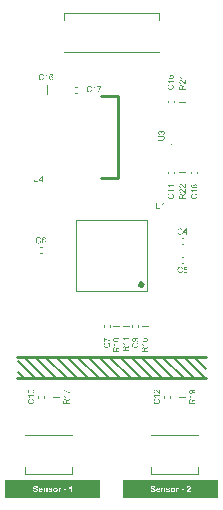
<source format=gto>
G04*
G04 #@! TF.GenerationSoftware,Altium Limited,Altium Designer,23.3.1 (30)*
G04*
G04 Layer_Color=65535*
%FSLAX25Y25*%
%MOIN*%
G70*
G04*
G04 #@! TF.SameCoordinates,B8D109ED-CDE9-4BA8-ABFF-944DEA042C50*
G04*
G04*
G04 #@! TF.FilePolarity,Positive*
G04*
G01*
G75*
%ADD10C,0.01575*%
%ADD11C,0.00394*%
%ADD12C,0.01000*%
%ADD13C,0.00197*%
%ADD14C,0.00787*%
G36*
X35433Y1772D02*
X3937D01*
Y7677D01*
X35433D01*
Y1772D01*
D02*
G37*
G36*
X74803D02*
X43307D01*
Y7677D01*
X74803D01*
Y1772D01*
D02*
G37*
G36*
X14964Y107860D02*
Y107857D01*
Y107846D01*
Y107831D01*
Y107811D01*
X14961Y107785D01*
Y107756D01*
X14958Y107721D01*
X14955Y107686D01*
X14946Y107607D01*
X14934Y107526D01*
X14917Y107447D01*
X14905Y107409D01*
X14894Y107374D01*
Y107371D01*
X14891Y107366D01*
X14885Y107357D01*
X14879Y107345D01*
X14862Y107313D01*
X14836Y107273D01*
X14801Y107226D01*
X14760Y107179D01*
X14708Y107130D01*
X14643Y107086D01*
X14641D01*
X14635Y107080D01*
X14626Y107078D01*
X14612Y107069D01*
X14594Y107060D01*
X14571Y107051D01*
X14548Y107043D01*
X14518Y107031D01*
X14486Y107019D01*
X14451Y107011D01*
X14414Y107002D01*
X14370Y106993D01*
X14326Y106987D01*
X14280Y106982D01*
X14175Y106976D01*
X14149D01*
X14129Y106979D01*
X14105D01*
X14076Y106982D01*
X14044Y106984D01*
X14012Y106987D01*
X13939Y106999D01*
X13861Y107016D01*
X13785Y107040D01*
X13712Y107072D01*
X13709D01*
X13704Y107078D01*
X13695Y107083D01*
X13683Y107089D01*
X13651Y107112D01*
X13613Y107144D01*
X13570Y107185D01*
X13529Y107232D01*
X13488Y107290D01*
X13456Y107354D01*
Y107357D01*
X13453Y107363D01*
X13450Y107374D01*
X13445Y107389D01*
X13439Y107406D01*
X13433Y107430D01*
X13424Y107456D01*
X13418Y107488D01*
X13413Y107523D01*
X13404Y107561D01*
X13398Y107601D01*
X13392Y107645D01*
X13386Y107694D01*
X13384Y107747D01*
X13381Y107802D01*
Y107860D01*
Y109024D01*
X13648D01*
Y107860D01*
Y107857D01*
Y107849D01*
Y107834D01*
Y107817D01*
X13651Y107796D01*
Y107770D01*
X13654Y107715D01*
X13660Y107651D01*
X13669Y107587D01*
X13680Y107526D01*
X13686Y107500D01*
X13695Y107473D01*
X13698Y107467D01*
X13704Y107453D01*
X13718Y107432D01*
X13736Y107403D01*
X13756Y107374D01*
X13785Y107342D01*
X13820Y107310D01*
X13861Y107284D01*
X13867Y107281D01*
X13881Y107273D01*
X13907Y107264D01*
X13942Y107252D01*
X13983Y107238D01*
X14035Y107229D01*
X14091Y107220D01*
X14152Y107217D01*
X14181D01*
X14198Y107220D01*
X14224D01*
X14251Y107223D01*
X14315Y107235D01*
X14385Y107249D01*
X14451Y107273D01*
X14515Y107305D01*
X14545Y107325D01*
X14571Y107348D01*
X14574Y107351D01*
X14577Y107354D01*
X14582Y107363D01*
X14591Y107374D01*
X14600Y107392D01*
X14612Y107409D01*
X14623Y107436D01*
X14635Y107462D01*
X14646Y107494D01*
X14655Y107531D01*
X14667Y107575D01*
X14675Y107622D01*
X14684Y107674D01*
X14690Y107729D01*
X14696Y107793D01*
Y107860D01*
Y109024D01*
X14964D01*
Y107860D01*
D02*
G37*
G36*
X16346Y107721D02*
X16619D01*
Y107494D01*
X16346D01*
Y107011D01*
X16098D01*
Y107494D01*
X15223D01*
Y107721D01*
X16145Y109024D01*
X16346D01*
Y107721D01*
D02*
G37*
G36*
X56444Y124121D02*
X56467Y124118D01*
X56493Y124112D01*
X56522Y124106D01*
X56554Y124100D01*
X56624Y124077D01*
X56662Y124060D01*
X56697Y124042D01*
X56735Y124019D01*
X56773Y123993D01*
X56810Y123964D01*
X56845Y123929D01*
X56848Y123926D01*
X56854Y123920D01*
X56863Y123908D01*
X56875Y123894D01*
X56889Y123876D01*
X56903Y123853D01*
X56921Y123827D01*
X56936Y123795D01*
X56953Y123763D01*
X56971Y123725D01*
X56985Y123687D01*
X57000Y123644D01*
X57011Y123597D01*
X57020Y123548D01*
X57026Y123498D01*
X57029Y123443D01*
Y123417D01*
X57026Y123399D01*
X57023Y123376D01*
X57020Y123350D01*
X57014Y123321D01*
X57008Y123289D01*
X56991Y123219D01*
X56962Y123146D01*
X56944Y123108D01*
X56924Y123073D01*
X56898Y123038D01*
X56871Y123003D01*
X56869Y123001D01*
X56863Y122995D01*
X56854Y122986D01*
X56842Y122977D01*
X56828Y122963D01*
X56808Y122948D01*
X56787Y122931D01*
X56761Y122913D01*
X56732Y122896D01*
X56703Y122878D01*
X56633Y122846D01*
X56551Y122820D01*
X56508Y122811D01*
X56461Y122806D01*
X56429Y123053D01*
X56432D01*
X56438Y123056D01*
X56450Y123059D01*
X56464Y123062D01*
X56482Y123064D01*
X56502Y123070D01*
X56546Y123085D01*
X56598Y123105D01*
X56647Y123132D01*
X56694Y123161D01*
X56735Y123196D01*
X56738Y123201D01*
X56749Y123213D01*
X56764Y123236D01*
X56778Y123265D01*
X56796Y123300D01*
X56810Y123344D01*
X56822Y123393D01*
X56825Y123446D01*
Y123463D01*
X56822Y123475D01*
X56819Y123507D01*
X56810Y123548D01*
X56796Y123594D01*
X56775Y123644D01*
X56746Y123693D01*
X56706Y123740D01*
X56700Y123746D01*
X56682Y123760D01*
X56656Y123777D01*
X56621Y123801D01*
X56578Y123824D01*
X56528Y123842D01*
X56470Y123856D01*
X56406Y123862D01*
X56403D01*
X56397D01*
X56388D01*
X56377Y123859D01*
X56345Y123856D01*
X56307Y123847D01*
X56260Y123836D01*
X56214Y123815D01*
X56167Y123786D01*
X56124Y123748D01*
X56118Y123743D01*
X56106Y123728D01*
X56089Y123705D01*
X56068Y123673D01*
X56048Y123632D01*
X56031Y123582D01*
X56019Y123527D01*
X56013Y123466D01*
Y123440D01*
X56016Y123420D01*
X56019Y123393D01*
X56025Y123364D01*
X56031Y123329D01*
X56039Y123292D01*
X55821Y123321D01*
Y123335D01*
X55824Y123347D01*
Y123385D01*
X55818Y123417D01*
X55812Y123454D01*
X55804Y123498D01*
X55789Y123548D01*
X55769Y123594D01*
X55743Y123644D01*
Y123646D01*
X55739Y123650D01*
X55728Y123664D01*
X55708Y123684D01*
X55681Y123708D01*
X55643Y123731D01*
X55600Y123751D01*
X55550Y123766D01*
X55521Y123772D01*
X55489D01*
X55486D01*
X55484D01*
X55466D01*
X55443Y123766D01*
X55411Y123760D01*
X55376Y123748D01*
X55338Y123734D01*
X55300Y123711D01*
X55265Y123679D01*
X55262Y123676D01*
X55251Y123661D01*
X55236Y123641D01*
X55219Y123615D01*
X55204Y123580D01*
X55190Y123539D01*
X55178Y123492D01*
X55175Y123440D01*
Y123417D01*
X55181Y123390D01*
X55187Y123355D01*
X55198Y123318D01*
X55213Y123280D01*
X55236Y123239D01*
X55265Y123201D01*
X55268Y123198D01*
X55283Y123187D01*
X55303Y123169D01*
X55332Y123149D01*
X55370Y123129D01*
X55417Y123108D01*
X55472Y123091D01*
X55536Y123079D01*
X55492Y122832D01*
X55489D01*
X55481Y122835D01*
X55469Y122838D01*
X55452Y122840D01*
X55431Y122846D01*
X55408Y122855D01*
X55352Y122872D01*
X55288Y122902D01*
X55225Y122936D01*
X55163Y122980D01*
X55108Y123035D01*
X55105Y123038D01*
X55102Y123044D01*
X55096Y123053D01*
X55088Y123064D01*
X55076Y123079D01*
X55064Y123100D01*
X55053Y123120D01*
X55038Y123146D01*
X55015Y123204D01*
X54992Y123271D01*
X54977Y123350D01*
X54971Y123390D01*
Y123463D01*
X54974Y123495D01*
X54980Y123533D01*
X54989Y123580D01*
X55003Y123632D01*
X55021Y123684D01*
X55044Y123737D01*
Y123740D01*
X55047Y123743D01*
X55056Y123760D01*
X55073Y123786D01*
X55093Y123815D01*
X55123Y123850D01*
X55155Y123885D01*
X55193Y123920D01*
X55236Y123949D01*
X55242Y123952D01*
X55256Y123961D01*
X55283Y123972D01*
X55315Y123987D01*
X55352Y124002D01*
X55396Y124013D01*
X55446Y124022D01*
X55495Y124025D01*
X55501D01*
X55518D01*
X55542Y124022D01*
X55574Y124016D01*
X55611Y124007D01*
X55652Y123993D01*
X55693Y123975D01*
X55734Y123952D01*
X55739Y123949D01*
X55751Y123941D01*
X55772Y123923D01*
X55795Y123900D01*
X55821Y123871D01*
X55850Y123836D01*
X55876Y123795D01*
X55902Y123746D01*
Y123748D01*
X55905Y123754D01*
X55908Y123763D01*
X55911Y123775D01*
X55923Y123807D01*
X55940Y123847D01*
X55964Y123894D01*
X55993Y123941D01*
X56031Y123984D01*
X56074Y124025D01*
X56080Y124028D01*
X56098Y124039D01*
X56127Y124057D01*
X56164Y124074D01*
X56211Y124092D01*
X56266Y124109D01*
X56330Y124121D01*
X56400Y124124D01*
X56403D01*
X56412D01*
X56426D01*
X56444Y124121D01*
D02*
G37*
G36*
X56220Y122456D02*
X56249D01*
X56284Y122453D01*
X56319Y122450D01*
X56397Y122442D01*
X56479Y122430D01*
X56557Y122413D01*
X56595Y122401D01*
X56630Y122389D01*
X56633D01*
X56639Y122387D01*
X56647Y122381D01*
X56659Y122375D01*
X56691Y122357D01*
X56732Y122331D01*
X56778Y122296D01*
X56825Y122256D01*
X56875Y122203D01*
X56918Y122139D01*
Y122136D01*
X56924Y122130D01*
X56927Y122122D01*
X56936Y122107D01*
X56944Y122090D01*
X56953Y122066D01*
X56962Y122043D01*
X56973Y122014D01*
X56985Y121982D01*
X56994Y121947D01*
X57003Y121909D01*
X57011Y121866D01*
X57017Y121822D01*
X57023Y121775D01*
X57029Y121671D01*
Y121644D01*
X57026Y121624D01*
Y121601D01*
X57023Y121572D01*
X57020Y121540D01*
X57017Y121508D01*
X57005Y121435D01*
X56988Y121356D01*
X56965Y121281D01*
X56933Y121208D01*
Y121205D01*
X56927Y121199D01*
X56921Y121191D01*
X56915Y121179D01*
X56892Y121147D01*
X56860Y121109D01*
X56819Y121065D01*
X56773Y121025D01*
X56714Y120984D01*
X56650Y120952D01*
X56647D01*
X56642Y120949D01*
X56630Y120946D01*
X56616Y120940D01*
X56598Y120934D01*
X56575Y120929D01*
X56549Y120920D01*
X56516Y120914D01*
X56482Y120908D01*
X56444Y120899D01*
X56403Y120894D01*
X56359Y120888D01*
X56310Y120882D01*
X56257Y120879D01*
X56202Y120876D01*
X56144D01*
X54980D01*
Y121144D01*
X56144D01*
X56147D01*
X56156D01*
X56170D01*
X56188D01*
X56208Y121147D01*
X56234D01*
X56289Y121150D01*
X56354Y121156D01*
X56418Y121164D01*
X56479Y121176D01*
X56505Y121182D01*
X56531Y121191D01*
X56537Y121193D01*
X56551Y121199D01*
X56572Y121214D01*
X56601Y121231D01*
X56630Y121252D01*
X56662Y121281D01*
X56694Y121316D01*
X56720Y121356D01*
X56723Y121362D01*
X56732Y121377D01*
X56741Y121403D01*
X56752Y121438D01*
X56767Y121479D01*
X56775Y121531D01*
X56784Y121586D01*
X56787Y121647D01*
Y121677D01*
X56784Y121694D01*
Y121720D01*
X56781Y121746D01*
X56770Y121810D01*
X56755Y121880D01*
X56732Y121947D01*
X56700Y122011D01*
X56679Y122040D01*
X56656Y122066D01*
X56653Y122069D01*
X56650Y122072D01*
X56642Y122078D01*
X56630Y122087D01*
X56612Y122096D01*
X56595Y122107D01*
X56569Y122119D01*
X56543Y122130D01*
X56511Y122142D01*
X56473Y122151D01*
X56429Y122162D01*
X56383Y122171D01*
X56330Y122180D01*
X56275Y122186D01*
X56211Y122192D01*
X56144D01*
X54980D01*
Y122459D01*
X56144D01*
X56147D01*
X56159D01*
X56173D01*
X56194D01*
X56220Y122456D01*
D02*
G37*
G36*
X50753Y55115D02*
X50776Y55112D01*
X50803Y55109D01*
X50835Y55104D01*
X50867Y55098D01*
X50942Y55080D01*
X51021Y55051D01*
X51061Y55034D01*
X51099Y55010D01*
X51140Y54987D01*
X51178Y54958D01*
X51181Y54955D01*
X51190Y54949D01*
X51201Y54938D01*
X51216Y54923D01*
X51233Y54903D01*
X51257Y54879D01*
X51277Y54850D01*
X51300Y54818D01*
X51323Y54783D01*
X51344Y54743D01*
X51364Y54699D01*
X51385Y54653D01*
X51399Y54603D01*
X51411Y54548D01*
X51420Y54489D01*
X51422Y54428D01*
Y54402D01*
X51420Y54382D01*
X51417Y54359D01*
X51414Y54332D01*
X51411Y54300D01*
X51402Y54268D01*
X51385Y54196D01*
X51358Y54123D01*
X51341Y54085D01*
X51320Y54047D01*
X51297Y54012D01*
X51271Y53977D01*
X51268Y53974D01*
X51265Y53969D01*
X51254Y53963D01*
X51242Y53951D01*
X51227Y53937D01*
X51210Y53922D01*
X51187Y53905D01*
X51161Y53890D01*
X51134Y53873D01*
X51102Y53855D01*
X51032Y53823D01*
X50951Y53797D01*
X50907Y53788D01*
X50861Y53782D01*
X50840Y54041D01*
X50843D01*
X50849D01*
X50858Y54044D01*
X50872Y54047D01*
X50904Y54056D01*
X50948Y54068D01*
X50992Y54085D01*
X51041Y54108D01*
X51085Y54137D01*
X51126Y54172D01*
X51129Y54178D01*
X51140Y54190D01*
X51155Y54213D01*
X51172Y54245D01*
X51190Y54280D01*
X51204Y54324D01*
X51216Y54373D01*
X51219Y54428D01*
Y54446D01*
X51216Y54457D01*
X51213Y54492D01*
X51201Y54533D01*
X51187Y54583D01*
X51163Y54632D01*
X51129Y54685D01*
X51108Y54708D01*
X51085Y54731D01*
X51082Y54734D01*
X51079Y54737D01*
X51070Y54743D01*
X51061Y54751D01*
X51029Y54772D01*
X50989Y54795D01*
X50939Y54816D01*
X50878Y54836D01*
X50805Y54850D01*
X50768Y54856D01*
X50727D01*
X50724D01*
X50718D01*
X50706D01*
X50692Y54853D01*
X50674D01*
X50654Y54850D01*
X50608Y54842D01*
X50552Y54827D01*
X50497Y54807D01*
X50445Y54778D01*
X50395Y54737D01*
X50392D01*
X50389Y54731D01*
X50375Y54716D01*
X50354Y54690D01*
X50331Y54655D01*
X50311Y54609D01*
X50290Y54557D01*
X50276Y54495D01*
X50270Y54461D01*
Y54405D01*
X50273Y54382D01*
X50276Y54353D01*
X50285Y54318D01*
X50293Y54283D01*
X50308Y54245D01*
X50325Y54207D01*
X50328Y54204D01*
X50334Y54193D01*
X50349Y54175D01*
X50363Y54152D01*
X50384Y54129D01*
X50410Y54105D01*
X50436Y54079D01*
X50468Y54059D01*
X50436Y53826D01*
X49400Y54021D01*
Y55022D01*
X49636D01*
Y54216D01*
X50180Y54108D01*
X50177Y54111D01*
X50174Y54117D01*
X50168Y54126D01*
X50159Y54140D01*
X50151Y54158D01*
X50139Y54178D01*
X50116Y54225D01*
X50093Y54283D01*
X50072Y54347D01*
X50058Y54417D01*
X50052Y54452D01*
Y54516D01*
X50055Y54533D01*
X50058Y54557D01*
X50060Y54583D01*
X50066Y54612D01*
X50075Y54644D01*
X50095Y54714D01*
X50110Y54751D01*
X50130Y54789D01*
X50151Y54827D01*
X50174Y54865D01*
X50203Y54900D01*
X50235Y54935D01*
X50238Y54938D01*
X50244Y54944D01*
X50253Y54952D01*
X50267Y54964D01*
X50287Y54978D01*
X50308Y54993D01*
X50334Y55010D01*
X50363Y55028D01*
X50395Y55042D01*
X50430Y55060D01*
X50471Y55075D01*
X50511Y55089D01*
X50555Y55101D01*
X50605Y55109D01*
X50654Y55115D01*
X50706Y55118D01*
X50709D01*
X50718D01*
X50733D01*
X50753Y55115D01*
D02*
G37*
G36*
X51388Y52901D02*
X49813D01*
X49816Y52898D01*
X49828Y52883D01*
X49845Y52866D01*
X49865Y52837D01*
X49892Y52805D01*
X49921Y52764D01*
X49953Y52717D01*
X49985Y52665D01*
Y52662D01*
X49988Y52659D01*
X49999Y52642D01*
X50014Y52613D01*
X50031Y52578D01*
X50052Y52537D01*
X50072Y52493D01*
X50093Y52450D01*
X50110Y52406D01*
X49871D01*
Y52409D01*
X49865Y52415D01*
X49863Y52426D01*
X49854Y52441D01*
X49845Y52458D01*
X49834Y52479D01*
X49804Y52528D01*
X49772Y52586D01*
X49732Y52645D01*
X49685Y52706D01*
X49636Y52767D01*
X49633Y52770D01*
X49630Y52773D01*
X49621Y52781D01*
X49612Y52793D01*
X49583Y52819D01*
X49548Y52854D01*
X49508Y52889D01*
X49461Y52927D01*
X49415Y52959D01*
X49365Y52988D01*
Y53148D01*
X51388D01*
Y52901D01*
D02*
G37*
G36*
Y51728D02*
X50968Y51463D01*
X50965D01*
X50960Y51457D01*
X50951Y51451D01*
X50939Y51443D01*
X50907Y51422D01*
X50867Y51396D01*
X50823Y51364D01*
X50776Y51332D01*
X50733Y51300D01*
X50692Y51271D01*
X50689Y51268D01*
X50677Y51259D01*
X50660Y51245D01*
X50640Y51224D01*
X50596Y51181D01*
X50576Y51158D01*
X50558Y51134D01*
X50555Y51131D01*
X50552Y51126D01*
X50546Y51114D01*
X50538Y51096D01*
X50529Y51079D01*
X50520Y51059D01*
X50506Y51012D01*
Y51009D01*
X50503Y51003D01*
Y50992D01*
X50500Y50977D01*
X50497Y50957D01*
Y50933D01*
X50494Y50902D01*
Y50558D01*
X51388D01*
Y50290D01*
X49374D01*
Y51224D01*
X49377Y51248D01*
Y51274D01*
X49380Y51335D01*
X49388Y51399D01*
X49397Y51469D01*
X49412Y51533D01*
X49420Y51565D01*
X49429Y51591D01*
Y51594D01*
X49432Y51597D01*
X49441Y51614D01*
X49452Y51641D01*
X49473Y51673D01*
X49499Y51708D01*
X49534Y51745D01*
X49575Y51780D01*
X49621Y51815D01*
X49624D01*
X49627Y51818D01*
X49644Y51830D01*
X49674Y51841D01*
X49711Y51859D01*
X49755Y51873D01*
X49807Y51888D01*
X49863Y51897D01*
X49924Y51900D01*
X49927D01*
X49933D01*
X49944D01*
X49959Y51897D01*
X49979D01*
X49999Y51894D01*
X50049Y51882D01*
X50107Y51865D01*
X50168Y51841D01*
X50229Y51806D01*
X50258Y51783D01*
X50287Y51760D01*
X50290Y51757D01*
X50293Y51754D01*
X50302Y51745D01*
X50311Y51734D01*
X50322Y51719D01*
X50334Y51702D01*
X50349Y51679D01*
X50366Y51655D01*
X50381Y51626D01*
X50395Y51594D01*
X50413Y51559D01*
X50427Y51521D01*
X50439Y51478D01*
X50453Y51434D01*
X50462Y51385D01*
X50471Y51332D01*
X50474Y51338D01*
X50480Y51350D01*
X50491Y51367D01*
X50503Y51390D01*
X50535Y51443D01*
X50555Y51469D01*
X50573Y51492D01*
X50578Y51498D01*
X50593Y51513D01*
X50616Y51536D01*
X50645Y51565D01*
X50686Y51597D01*
X50730Y51635D01*
X50782Y51673D01*
X50840Y51713D01*
X51388Y52060D01*
Y51728D01*
D02*
G37*
G36*
X67406Y106296D02*
X67427Y106293D01*
X67453Y106290D01*
X67482Y106285D01*
X67514Y106276D01*
X67581Y106255D01*
X67619Y106241D01*
X67654Y106221D01*
X67691Y106200D01*
X67726Y106177D01*
X67761Y106148D01*
X67796Y106116D01*
X67799Y106113D01*
X67805Y106107D01*
X67814Y106098D01*
X67822Y106084D01*
X67837Y106063D01*
X67852Y106043D01*
X67866Y106017D01*
X67884Y105988D01*
X67901Y105956D01*
X67916Y105918D01*
X67930Y105877D01*
X67945Y105836D01*
X67953Y105790D01*
X67962Y105740D01*
X67968Y105691D01*
X67971Y105636D01*
Y105607D01*
X67968Y105586D01*
X67965Y105560D01*
X67962Y105531D01*
X67956Y105499D01*
X67948Y105464D01*
X67927Y105385D01*
X67913Y105345D01*
X67898Y105307D01*
X67878Y105266D01*
X67854Y105225D01*
X67828Y105188D01*
X67796Y105153D01*
X67793Y105150D01*
X67788Y105144D01*
X67779Y105135D01*
X67764Y105124D01*
X67747Y105112D01*
X67726Y105095D01*
X67703Y105080D01*
X67674Y105062D01*
X67645Y105045D01*
X67610Y105030D01*
X67537Y105001D01*
X67494Y104990D01*
X67450Y104981D01*
X67403Y104975D01*
X67357Y104972D01*
X67354D01*
X67348D01*
X67336D01*
X67325Y104975D01*
X67307D01*
X67287Y104978D01*
X67241Y104984D01*
X67188Y104996D01*
X67136Y105013D01*
X67080Y105039D01*
X67028Y105071D01*
X67025D01*
X67022Y105077D01*
X67008Y105089D01*
X66984Y105112D01*
X66955Y105144D01*
X66926Y105185D01*
X66894Y105234D01*
X66868Y105289D01*
X66848Y105356D01*
Y105353D01*
X66845Y105350D01*
X66842Y105342D01*
X66836Y105330D01*
X66824Y105304D01*
X66807Y105269D01*
X66784Y105231D01*
X66755Y105193D01*
X66723Y105158D01*
X66688Y105127D01*
X66682Y105124D01*
X66670Y105115D01*
X66647Y105103D01*
X66618Y105092D01*
X66580Y105077D01*
X66536Y105065D01*
X66487Y105057D01*
X66434Y105054D01*
X66431D01*
X66426D01*
X66414D01*
X66397Y105057D01*
X66379Y105060D01*
X66356Y105062D01*
X66306Y105074D01*
X66248Y105092D01*
X66187Y105121D01*
X66155Y105138D01*
X66123Y105158D01*
X66094Y105185D01*
X66065Y105211D01*
X66062Y105214D01*
X66059Y105220D01*
X66050Y105228D01*
X66042Y105240D01*
X66030Y105254D01*
X66018Y105275D01*
X66004Y105298D01*
X65989Y105321D01*
X65975Y105350D01*
X65960Y105383D01*
X65948Y105418D01*
X65937Y105455D01*
X65919Y105537D01*
X65916Y105583D01*
X65913Y105630D01*
Y105656D01*
X65916Y105674D01*
X65919Y105697D01*
X65922Y105723D01*
X65925Y105752D01*
X65934Y105781D01*
X65951Y105851D01*
X65978Y105921D01*
X65995Y105956D01*
X66015Y105991D01*
X66042Y106023D01*
X66068Y106055D01*
X66071Y106058D01*
X66074Y106061D01*
X66082Y106069D01*
X66094Y106081D01*
X66111Y106093D01*
X66129Y106107D01*
X66172Y106136D01*
X66228Y106165D01*
X66292Y106192D01*
X66365Y106212D01*
X66402Y106215D01*
X66443Y106218D01*
X66446D01*
X66449D01*
X66466D01*
X66493Y106215D01*
X66525Y106209D01*
X66565Y106200D01*
X66606Y106186D01*
X66647Y106168D01*
X66688Y106142D01*
X66693Y106139D01*
X66705Y106128D01*
X66723Y106110D01*
X66746Y106087D01*
X66772Y106055D01*
X66798Y106017D01*
X66824Y105973D01*
X66848Y105921D01*
Y105924D01*
X66851Y105930D01*
X66853Y105938D01*
X66859Y105950D01*
X66874Y105985D01*
X66894Y106026D01*
X66923Y106069D01*
X66955Y106116D01*
X66996Y106159D01*
X67043Y106200D01*
X67045D01*
X67048Y106203D01*
X67066Y106215D01*
X67095Y106232D01*
X67133Y106250D01*
X67179Y106267D01*
X67235Y106285D01*
X67296Y106296D01*
X67363Y106299D01*
X67366D01*
X67374D01*
X67389D01*
X67406Y106296D01*
D02*
G37*
G36*
X67936Y104093D02*
X66362D01*
X66365Y104090D01*
X66376Y104076D01*
X66394Y104059D01*
X66414Y104029D01*
X66440Y103997D01*
X66469Y103957D01*
X66501Y103910D01*
X66533Y103858D01*
Y103855D01*
X66536Y103852D01*
X66548Y103834D01*
X66562Y103805D01*
X66580Y103770D01*
X66600Y103730D01*
X66621Y103686D01*
X66641Y103642D01*
X66659Y103599D01*
X66420D01*
Y103602D01*
X66414Y103607D01*
X66411Y103619D01*
X66402Y103634D01*
X66394Y103651D01*
X66382Y103672D01*
X66353Y103721D01*
X66321Y103779D01*
X66280Y103837D01*
X66234Y103899D01*
X66184Y103960D01*
X66181Y103963D01*
X66178Y103965D01*
X66170Y103974D01*
X66161Y103986D01*
X66132Y104012D01*
X66097Y104047D01*
X66056Y104082D01*
X66010Y104120D01*
X65963Y104152D01*
X65913Y104181D01*
Y104341D01*
X67936D01*
Y104093D01*
D02*
G37*
G36*
X67313Y103180D02*
X67331Y103174D01*
X67354Y103165D01*
X67380Y103156D01*
X67412Y103145D01*
X67447Y103130D01*
X67485Y103113D01*
X67566Y103072D01*
X67648Y103020D01*
X67689Y102988D01*
X67729Y102956D01*
X67764Y102921D01*
X67799Y102880D01*
X67802Y102877D01*
X67808Y102871D01*
X67814Y102857D01*
X67825Y102842D01*
X67840Y102819D01*
X67854Y102796D01*
X67869Y102764D01*
X67884Y102732D01*
X67901Y102694D01*
X67916Y102653D01*
X67930Y102609D01*
X67945Y102563D01*
X67956Y102513D01*
X67962Y102461D01*
X67968Y102406D01*
X67971Y102347D01*
Y102315D01*
X67968Y102292D01*
Y102266D01*
X67965Y102234D01*
X67959Y102199D01*
X67953Y102158D01*
X67939Y102074D01*
X67916Y101987D01*
X67884Y101899D01*
X67863Y101858D01*
X67840Y101818D01*
X67837Y101815D01*
X67834Y101809D01*
X67825Y101797D01*
X67814Y101786D01*
X67802Y101768D01*
X67785Y101748D01*
X67764Y101725D01*
X67741Y101701D01*
X67715Y101678D01*
X67689Y101652D01*
X67622Y101600D01*
X67543Y101550D01*
X67456Y101506D01*
X67453D01*
X67444Y101501D01*
X67430Y101498D01*
X67412Y101489D01*
X67389Y101483D01*
X67360Y101474D01*
X67328Y101463D01*
X67293Y101454D01*
X67255Y101445D01*
X67211Y101434D01*
X67121Y101419D01*
X67019Y101408D01*
X66915Y101402D01*
X66912D01*
X66900D01*
X66883D01*
X66862Y101405D01*
X66833D01*
X66804Y101408D01*
X66766Y101410D01*
X66728Y101416D01*
X66644Y101431D01*
X66551Y101451D01*
X66458Y101480D01*
X66368Y101521D01*
X66365Y101524D01*
X66356Y101527D01*
X66344Y101533D01*
X66330Y101544D01*
X66309Y101556D01*
X66286Y101570D01*
X66234Y101608D01*
X66175Y101658D01*
X66117Y101716D01*
X66059Y101783D01*
X66010Y101862D01*
X66007Y101864D01*
X66004Y101873D01*
X65998Y101885D01*
X65989Y101899D01*
X65980Y101923D01*
X65972Y101946D01*
X65960Y101975D01*
X65948Y102007D01*
X65937Y102042D01*
X65925Y102080D01*
X65908Y102161D01*
X65893Y102254D01*
X65887Y102350D01*
Y102379D01*
X65890Y102400D01*
X65893Y102426D01*
X65896Y102458D01*
X65899Y102490D01*
X65908Y102528D01*
X65925Y102606D01*
X65951Y102694D01*
X65969Y102737D01*
X65989Y102778D01*
X66015Y102819D01*
X66042Y102860D01*
X66044Y102863D01*
X66047Y102868D01*
X66056Y102880D01*
X66071Y102894D01*
X66085Y102909D01*
X66106Y102929D01*
X66129Y102950D01*
X66152Y102973D01*
X66181Y102996D01*
X66216Y103020D01*
X66251Y103046D01*
X66289Y103069D01*
X66333Y103089D01*
X66376Y103113D01*
X66423Y103130D01*
X66475Y103148D01*
X66536Y102886D01*
X66533D01*
X66527Y102883D01*
X66516Y102877D01*
X66501Y102871D01*
X66484Y102865D01*
X66461Y102857D01*
X66414Y102833D01*
X66362Y102804D01*
X66309Y102769D01*
X66260Y102726D01*
X66216Y102679D01*
X66210Y102673D01*
X66199Y102656D01*
X66184Y102627D01*
X66164Y102589D01*
X66146Y102540D01*
X66129Y102484D01*
X66117Y102417D01*
X66114Y102345D01*
Y102321D01*
X66117Y102307D01*
Y102286D01*
X66120Y102263D01*
X66129Y102208D01*
X66141Y102147D01*
X66161Y102083D01*
X66190Y102016D01*
X66228Y101955D01*
Y101952D01*
X66234Y101949D01*
X66248Y101928D01*
X66272Y101902D01*
X66306Y101870D01*
X66350Y101832D01*
X66400Y101797D01*
X66461Y101765D01*
X66527Y101736D01*
X66530D01*
X66536Y101733D01*
X66545Y101731D01*
X66560Y101728D01*
X66577Y101722D01*
X66597Y101716D01*
X66647Y101707D01*
X66705Y101696D01*
X66769Y101684D01*
X66839Y101678D01*
X66915Y101675D01*
X66918D01*
X66926D01*
X66941D01*
X66958D01*
X66979Y101678D01*
X67005D01*
X67034Y101681D01*
X67066Y101684D01*
X67136Y101693D01*
X67211Y101707D01*
X67287Y101725D01*
X67363Y101748D01*
X67366D01*
X67371Y101751D01*
X67380Y101757D01*
X67395Y101762D01*
X67430Y101780D01*
X67470Y101806D01*
X67517Y101838D01*
X67566Y101879D01*
X67610Y101926D01*
X67651Y101981D01*
Y101984D01*
X67654Y101989D01*
X67659Y101998D01*
X67665Y102010D01*
X67671Y102024D01*
X67680Y102042D01*
X67697Y102083D01*
X67715Y102135D01*
X67729Y102193D01*
X67741Y102257D01*
X67744Y102324D01*
Y102345D01*
X67741Y102362D01*
Y102382D01*
X67738Y102403D01*
X67726Y102455D01*
X67712Y102516D01*
X67689Y102577D01*
X67657Y102641D01*
X67639Y102673D01*
X67616Y102702D01*
X67613Y102705D01*
X67610Y102708D01*
X67601Y102717D01*
X67593Y102729D01*
X67578Y102740D01*
X67561Y102755D01*
X67543Y102772D01*
X67520Y102787D01*
X67494Y102804D01*
X67465Y102825D01*
X67435Y102842D01*
X67400Y102860D01*
X67363Y102874D01*
X67322Y102889D01*
X67278Y102903D01*
X67232Y102915D01*
X67299Y103183D01*
X67302D01*
X67313Y103180D01*
D02*
G37*
G36*
X32051Y139039D02*
X32077Y139036D01*
X32109Y139033D01*
X32141Y139030D01*
X32179Y139021D01*
X32257Y139004D01*
X32345Y138978D01*
X32388Y138960D01*
X32429Y138940D01*
X32470Y138914D01*
X32511Y138888D01*
X32513Y138885D01*
X32519Y138882D01*
X32531Y138873D01*
X32546Y138858D01*
X32560Y138844D01*
X32580Y138823D01*
X32601Y138800D01*
X32624Y138777D01*
X32647Y138748D01*
X32671Y138713D01*
X32697Y138678D01*
X32720Y138640D01*
X32741Y138597D01*
X32764Y138553D01*
X32781Y138506D01*
X32799Y138454D01*
X32537Y138393D01*
Y138396D01*
X32534Y138402D01*
X32528Y138413D01*
X32522Y138428D01*
X32516Y138445D01*
X32508Y138469D01*
X32484Y138515D01*
X32455Y138567D01*
X32420Y138620D01*
X32377Y138669D01*
X32330Y138713D01*
X32324Y138719D01*
X32307Y138730D01*
X32278Y138745D01*
X32240Y138765D01*
X32190Y138783D01*
X32135Y138800D01*
X32068Y138812D01*
X31995Y138815D01*
X31972D01*
X31958Y138812D01*
X31937D01*
X31914Y138809D01*
X31859Y138800D01*
X31798Y138789D01*
X31734Y138768D01*
X31667Y138739D01*
X31606Y138701D01*
X31603D01*
X31600Y138696D01*
X31579Y138681D01*
X31553Y138658D01*
X31521Y138623D01*
X31483Y138579D01*
X31449Y138530D01*
X31416Y138469D01*
X31387Y138402D01*
Y138399D01*
X31384Y138393D01*
X31381Y138384D01*
X31379Y138370D01*
X31373Y138352D01*
X31367Y138332D01*
X31358Y138282D01*
X31347Y138224D01*
X31335Y138160D01*
X31329Y138090D01*
X31326Y138015D01*
Y138012D01*
Y138003D01*
Y137988D01*
Y137971D01*
X31329Y137951D01*
Y137924D01*
X31332Y137895D01*
X31335Y137863D01*
X31344Y137793D01*
X31358Y137718D01*
X31376Y137642D01*
X31399Y137566D01*
Y137564D01*
X31402Y137558D01*
X31408Y137549D01*
X31413Y137534D01*
X31431Y137499D01*
X31457Y137459D01*
X31489Y137412D01*
X31530Y137363D01*
X31576Y137319D01*
X31632Y137278D01*
X31635D01*
X31640Y137275D01*
X31649Y137270D01*
X31661Y137264D01*
X31675Y137258D01*
X31693Y137249D01*
X31734Y137232D01*
X31786Y137214D01*
X31844Y137200D01*
X31908Y137188D01*
X31975Y137185D01*
X31995D01*
X32013Y137188D01*
X32033D01*
X32054Y137191D01*
X32106Y137203D01*
X32167Y137217D01*
X32228Y137241D01*
X32292Y137273D01*
X32324Y137290D01*
X32353Y137313D01*
X32356Y137316D01*
X32359Y137319D01*
X32368Y137328D01*
X32380Y137337D01*
X32391Y137351D01*
X32406Y137369D01*
X32423Y137386D01*
X32438Y137409D01*
X32455Y137435D01*
X32476Y137465D01*
X32493Y137494D01*
X32511Y137529D01*
X32525Y137566D01*
X32540Y137607D01*
X32554Y137651D01*
X32566Y137697D01*
X32834Y137630D01*
Y137627D01*
X32831Y137616D01*
X32825Y137598D01*
X32816Y137575D01*
X32807Y137549D01*
X32796Y137517D01*
X32781Y137482D01*
X32764Y137444D01*
X32723Y137363D01*
X32671Y137281D01*
X32639Y137241D01*
X32607Y137200D01*
X32572Y137165D01*
X32531Y137130D01*
X32528Y137127D01*
X32522Y137121D01*
X32508Y137115D01*
X32493Y137104D01*
X32470Y137089D01*
X32447Y137075D01*
X32415Y137060D01*
X32383Y137046D01*
X32345Y137028D01*
X32304Y137013D01*
X32260Y136999D01*
X32214Y136984D01*
X32164Y136973D01*
X32112Y136967D01*
X32057Y136961D01*
X31998Y136958D01*
X31966D01*
X31943Y136961D01*
X31917D01*
X31885Y136964D01*
X31850Y136970D01*
X31809Y136976D01*
X31725Y136990D01*
X31638Y137013D01*
X31550Y137046D01*
X31510Y137066D01*
X31469Y137089D01*
X31466Y137092D01*
X31460Y137095D01*
X31449Y137104D01*
X31437Y137115D01*
X31419Y137127D01*
X31399Y137144D01*
X31376Y137165D01*
X31352Y137188D01*
X31329Y137214D01*
X31303Y137241D01*
X31251Y137307D01*
X31201Y137386D01*
X31157Y137473D01*
Y137476D01*
X31152Y137485D01*
X31149Y137499D01*
X31140Y137517D01*
X31134Y137540D01*
X31125Y137569D01*
X31114Y137601D01*
X31105Y137636D01*
X31096Y137674D01*
X31085Y137718D01*
X31070Y137808D01*
X31058Y137910D01*
X31053Y138015D01*
Y138017D01*
Y138029D01*
Y138047D01*
X31056Y138067D01*
Y138096D01*
X31058Y138125D01*
X31061Y138163D01*
X31067Y138201D01*
X31082Y138285D01*
X31102Y138378D01*
X31131Y138471D01*
X31172Y138562D01*
X31175Y138565D01*
X31178Y138573D01*
X31184Y138585D01*
X31195Y138600D01*
X31207Y138620D01*
X31222Y138643D01*
X31259Y138696D01*
X31309Y138754D01*
X31367Y138812D01*
X31434Y138870D01*
X31512Y138920D01*
X31515Y138923D01*
X31524Y138925D01*
X31536Y138931D01*
X31550Y138940D01*
X31574Y138949D01*
X31597Y138957D01*
X31626Y138969D01*
X31658Y138981D01*
X31693Y138992D01*
X31731Y139004D01*
X31812Y139021D01*
X31905Y139036D01*
X32001Y139042D01*
X32030D01*
X32051Y139039D01*
D02*
G37*
G36*
X35947Y138786D02*
X35944Y138783D01*
X35939Y138777D01*
X35927Y138765D01*
X35915Y138748D01*
X35898Y138727D01*
X35875Y138704D01*
X35851Y138675D01*
X35825Y138640D01*
X35799Y138605D01*
X35767Y138565D01*
X35735Y138518D01*
X35703Y138471D01*
X35668Y138419D01*
X35633Y138364D01*
X35598Y138303D01*
X35563Y138242D01*
X35560Y138239D01*
X35555Y138227D01*
X35546Y138209D01*
X35531Y138183D01*
X35517Y138151D01*
X35499Y138116D01*
X35479Y138076D01*
X35458Y138029D01*
X35435Y137977D01*
X35409Y137924D01*
X35386Y137866D01*
X35362Y137805D01*
X35316Y137680D01*
X35272Y137546D01*
Y137543D01*
X35269Y137534D01*
X35266Y137520D01*
X35261Y137502D01*
X35255Y137479D01*
X35249Y137450D01*
X35240Y137418D01*
X35234Y137383D01*
X35226Y137342D01*
X35217Y137299D01*
X35202Y137206D01*
X35188Y137104D01*
X35179Y136993D01*
X34926D01*
Y136996D01*
Y137005D01*
Y137016D01*
X34929Y137034D01*
Y137057D01*
X34932Y137086D01*
X34935Y137118D01*
X34938Y137153D01*
X34943Y137194D01*
X34949Y137235D01*
X34958Y137284D01*
X34967Y137334D01*
X34975Y137386D01*
X34987Y137444D01*
X35016Y137564D01*
Y137566D01*
X35019Y137578D01*
X35025Y137595D01*
X35034Y137622D01*
X35042Y137651D01*
X35054Y137686D01*
X35066Y137726D01*
X35083Y137770D01*
X35100Y137820D01*
X35118Y137869D01*
X35162Y137980D01*
X35214Y138096D01*
X35272Y138212D01*
X35275Y138215D01*
X35281Y138227D01*
X35290Y138242D01*
X35301Y138265D01*
X35316Y138291D01*
X35336Y138323D01*
X35357Y138358D01*
X35380Y138396D01*
X35435Y138480D01*
X35493Y138567D01*
X35560Y138658D01*
X35630Y138742D01*
X34644D01*
Y138981D01*
X35947D01*
Y138786D01*
D02*
G37*
G36*
X33992Y136993D02*
X33744D01*
Y138567D01*
X33742Y138565D01*
X33727Y138553D01*
X33709Y138535D01*
X33680Y138515D01*
X33648Y138489D01*
X33608Y138460D01*
X33561Y138428D01*
X33509Y138396D01*
X33506D01*
X33503Y138393D01*
X33485Y138381D01*
X33456Y138367D01*
X33421Y138349D01*
X33381Y138329D01*
X33337Y138309D01*
X33293Y138288D01*
X33250Y138271D01*
Y138509D01*
X33253D01*
X33259Y138515D01*
X33270Y138518D01*
X33285Y138527D01*
X33302Y138535D01*
X33323Y138547D01*
X33372Y138576D01*
X33430Y138608D01*
X33488Y138649D01*
X33549Y138696D01*
X33611Y138745D01*
X33613Y138748D01*
X33616Y138751D01*
X33625Y138760D01*
X33637Y138768D01*
X33663Y138797D01*
X33698Y138832D01*
X33733Y138873D01*
X33771Y138920D01*
X33803Y138966D01*
X33832Y139016D01*
X33992D01*
Y136993D01*
D02*
G37*
G36*
X19380Y143013D02*
X19400D01*
X19423Y143010D01*
X19479Y142998D01*
X19540Y142984D01*
X19604Y142960D01*
X19668Y142925D01*
X19700Y142905D01*
X19729Y142882D01*
X19732Y142879D01*
X19735Y142876D01*
X19744Y142867D01*
X19752Y142858D01*
X19767Y142844D01*
X19779Y142826D01*
X19811Y142786D01*
X19842Y142733D01*
X19872Y142669D01*
X19898Y142597D01*
X19915Y142515D01*
X19668Y142495D01*
Y142498D01*
X19665Y142500D01*
X19662Y142518D01*
X19653Y142544D01*
X19642Y142576D01*
X19630Y142611D01*
X19613Y142646D01*
X19592Y142678D01*
X19572Y142704D01*
X19566Y142710D01*
X19555Y142722D01*
X19534Y142739D01*
X19505Y142760D01*
X19467Y142777D01*
X19426Y142794D01*
X19377Y142806D01*
X19325Y142812D01*
X19304D01*
X19281Y142809D01*
X19255Y142803D01*
X19220Y142794D01*
X19185Y142783D01*
X19150Y142768D01*
X19115Y142745D01*
X19109Y142742D01*
X19095Y142730D01*
X19074Y142710D01*
X19048Y142681D01*
X19019Y142646D01*
X18987Y142605D01*
X18958Y142553D01*
X18929Y142495D01*
Y142492D01*
X18926Y142486D01*
X18923Y142477D01*
X18917Y142466D01*
X18914Y142448D01*
X18908Y142428D01*
X18903Y142404D01*
X18897Y142375D01*
X18888Y142343D01*
X18882Y142308D01*
X18876Y142271D01*
X18873Y142230D01*
X18868Y142183D01*
X18865Y142137D01*
X18862Y142084D01*
Y142032D01*
X18865Y142035D01*
X18876Y142052D01*
X18897Y142076D01*
X18923Y142105D01*
X18952Y142140D01*
X18990Y142172D01*
X19031Y142204D01*
X19077Y142233D01*
X19080D01*
X19083Y142236D01*
X19101Y142244D01*
X19127Y142253D01*
X19162Y142268D01*
X19202Y142279D01*
X19249Y142288D01*
X19298Y142297D01*
X19351Y142300D01*
X19374D01*
X19391Y142297D01*
X19415Y142294D01*
X19438Y142291D01*
X19467Y142285D01*
X19496Y142276D01*
X19563Y142256D01*
X19598Y142242D01*
X19633Y142221D01*
X19668Y142201D01*
X19706Y142177D01*
X19741Y142148D01*
X19773Y142116D01*
X19776Y142113D01*
X19781Y142108D01*
X19790Y142099D01*
X19799Y142084D01*
X19814Y142064D01*
X19828Y142044D01*
X19842Y142017D01*
X19860Y141988D01*
X19877Y141956D01*
X19892Y141921D01*
X19907Y141881D01*
X19921Y141840D01*
X19930Y141796D01*
X19939Y141747D01*
X19944Y141697D01*
X19947Y141645D01*
Y141642D01*
Y141636D01*
Y141628D01*
Y141613D01*
X19944Y141595D01*
Y141578D01*
X19936Y141532D01*
X19927Y141476D01*
X19912Y141418D01*
X19892Y141354D01*
X19863Y141293D01*
Y141290D01*
X19860Y141287D01*
X19854Y141278D01*
X19848Y141267D01*
X19831Y141238D01*
X19805Y141200D01*
X19773Y141159D01*
X19735Y141118D01*
X19688Y141077D01*
X19639Y141043D01*
X19636D01*
X19633Y141040D01*
X19624Y141034D01*
X19613Y141031D01*
X19584Y141016D01*
X19546Y141002D01*
X19496Y140984D01*
X19441Y140973D01*
X19380Y140961D01*
X19313Y140958D01*
X19298D01*
X19284Y140961D01*
X19261D01*
X19234Y140964D01*
X19205Y140970D01*
X19170Y140979D01*
X19135Y140987D01*
X19095Y140999D01*
X19054Y141014D01*
X19013Y141031D01*
X18970Y141054D01*
X18929Y141080D01*
X18888Y141110D01*
X18847Y141145D01*
X18810Y141185D01*
X18807Y141188D01*
X18801Y141197D01*
X18792Y141209D01*
X18780Y141229D01*
X18763Y141255D01*
X18748Y141284D01*
X18731Y141322D01*
X18713Y141363D01*
X18693Y141412D01*
X18676Y141467D01*
X18661Y141529D01*
X18646Y141595D01*
X18632Y141671D01*
X18623Y141753D01*
X18617Y141840D01*
X18614Y141933D01*
Y141936D01*
Y141939D01*
Y141948D01*
Y141959D01*
X18617Y141988D01*
Y142029D01*
X18620Y142076D01*
X18626Y142131D01*
X18632Y142192D01*
X18641Y142259D01*
X18652Y142326D01*
X18667Y142399D01*
X18684Y142469D01*
X18705Y142538D01*
X18731Y142605D01*
X18760Y142669D01*
X18792Y142730D01*
X18830Y142783D01*
X18833Y142786D01*
X18839Y142791D01*
X18850Y142803D01*
X18865Y142821D01*
X18882Y142838D01*
X18905Y142856D01*
X18935Y142879D01*
X18964Y142899D01*
X18999Y142920D01*
X19037Y142943D01*
X19080Y142960D01*
X19124Y142981D01*
X19173Y142995D01*
X19226Y143007D01*
X19281Y143013D01*
X19339Y143016D01*
X19362D01*
X19380Y143013D01*
D02*
G37*
G36*
X16051Y143039D02*
X16077Y143036D01*
X16109Y143033D01*
X16141Y143030D01*
X16179Y143021D01*
X16257Y143004D01*
X16345Y142978D01*
X16388Y142960D01*
X16429Y142940D01*
X16470Y142914D01*
X16511Y142888D01*
X16513Y142885D01*
X16519Y142882D01*
X16531Y142873D01*
X16545Y142858D01*
X16560Y142844D01*
X16580Y142824D01*
X16601Y142800D01*
X16624Y142777D01*
X16647Y142748D01*
X16671Y142713D01*
X16697Y142678D01*
X16720Y142640D01*
X16740Y142597D01*
X16764Y142553D01*
X16781Y142506D01*
X16799Y142454D01*
X16537Y142393D01*
Y142396D01*
X16534Y142402D01*
X16528Y142413D01*
X16522Y142428D01*
X16516Y142445D01*
X16508Y142469D01*
X16484Y142515D01*
X16455Y142568D01*
X16420Y142620D01*
X16377Y142669D01*
X16330Y142713D01*
X16324Y142719D01*
X16307Y142730D01*
X16278Y142745D01*
X16240Y142765D01*
X16191Y142783D01*
X16135Y142800D01*
X16068Y142812D01*
X15995Y142815D01*
X15972D01*
X15958Y142812D01*
X15937D01*
X15914Y142809D01*
X15859Y142800D01*
X15798Y142789D01*
X15734Y142768D01*
X15667Y142739D01*
X15606Y142701D01*
X15603D01*
X15600Y142695D01*
X15579Y142681D01*
X15553Y142658D01*
X15521Y142623D01*
X15483Y142579D01*
X15448Y142530D01*
X15416Y142469D01*
X15387Y142402D01*
Y142399D01*
X15384Y142393D01*
X15382Y142384D01*
X15379Y142370D01*
X15373Y142352D01*
X15367Y142332D01*
X15358Y142282D01*
X15347Y142224D01*
X15335Y142160D01*
X15329Y142090D01*
X15326Y142015D01*
Y142012D01*
Y142003D01*
Y141988D01*
Y141971D01*
X15329Y141951D01*
Y141924D01*
X15332Y141895D01*
X15335Y141863D01*
X15344Y141793D01*
X15358Y141718D01*
X15376Y141642D01*
X15399Y141566D01*
Y141563D01*
X15402Y141558D01*
X15408Y141549D01*
X15414Y141534D01*
X15431Y141499D01*
X15457Y141459D01*
X15489Y141412D01*
X15530Y141363D01*
X15576Y141319D01*
X15632Y141278D01*
X15635D01*
X15641Y141275D01*
X15649Y141270D01*
X15661Y141264D01*
X15675Y141258D01*
X15693Y141249D01*
X15734Y141232D01*
X15786Y141214D01*
X15844Y141200D01*
X15908Y141188D01*
X15975Y141185D01*
X15995D01*
X16013Y141188D01*
X16033D01*
X16054Y141191D01*
X16106Y141203D01*
X16167Y141217D01*
X16228Y141241D01*
X16292Y141272D01*
X16324Y141290D01*
X16353Y141313D01*
X16356Y141316D01*
X16359Y141319D01*
X16368Y141328D01*
X16380Y141337D01*
X16391Y141351D01*
X16406Y141368D01*
X16423Y141386D01*
X16438Y141409D01*
X16455Y141436D01*
X16476Y141465D01*
X16493Y141494D01*
X16511Y141529D01*
X16525Y141566D01*
X16540Y141607D01*
X16554Y141651D01*
X16566Y141697D01*
X16834Y141630D01*
Y141628D01*
X16831Y141616D01*
X16825Y141598D01*
X16816Y141575D01*
X16807Y141549D01*
X16796Y141517D01*
X16781Y141482D01*
X16764Y141444D01*
X16723Y141363D01*
X16671Y141281D01*
X16639Y141241D01*
X16607Y141200D01*
X16572Y141165D01*
X16531Y141130D01*
X16528Y141127D01*
X16522Y141121D01*
X16508Y141115D01*
X16493Y141104D01*
X16470Y141089D01*
X16447Y141075D01*
X16415Y141060D01*
X16383Y141045D01*
X16345Y141028D01*
X16304Y141014D01*
X16260Y140999D01*
X16214Y140984D01*
X16164Y140973D01*
X16112Y140967D01*
X16057Y140961D01*
X15998Y140958D01*
X15966D01*
X15943Y140961D01*
X15917D01*
X15885Y140964D01*
X15850Y140970D01*
X15809Y140976D01*
X15725Y140990D01*
X15638Y141014D01*
X15550Y141045D01*
X15510Y141066D01*
X15469Y141089D01*
X15466Y141092D01*
X15460Y141095D01*
X15448Y141104D01*
X15437Y141115D01*
X15419Y141127D01*
X15399Y141145D01*
X15376Y141165D01*
X15352Y141188D01*
X15329Y141214D01*
X15303Y141241D01*
X15251Y141307D01*
X15201Y141386D01*
X15157Y141473D01*
Y141476D01*
X15152Y141485D01*
X15149Y141499D01*
X15140Y141517D01*
X15134Y141540D01*
X15125Y141569D01*
X15114Y141601D01*
X15105Y141636D01*
X15096Y141674D01*
X15085Y141718D01*
X15070Y141808D01*
X15058Y141910D01*
X15053Y142015D01*
Y142017D01*
Y142029D01*
Y142047D01*
X15056Y142067D01*
Y142096D01*
X15058Y142125D01*
X15061Y142163D01*
X15067Y142201D01*
X15082Y142285D01*
X15102Y142378D01*
X15131Y142471D01*
X15172Y142562D01*
X15175Y142564D01*
X15178Y142573D01*
X15184Y142585D01*
X15195Y142599D01*
X15207Y142620D01*
X15222Y142643D01*
X15259Y142695D01*
X15309Y142754D01*
X15367Y142812D01*
X15434Y142870D01*
X15513Y142920D01*
X15515Y142922D01*
X15524Y142925D01*
X15536Y142931D01*
X15550Y142940D01*
X15574Y142949D01*
X15597Y142957D01*
X15626Y142969D01*
X15658Y142981D01*
X15693Y142992D01*
X15731Y143004D01*
X15812Y143021D01*
X15905Y143036D01*
X16001Y143042D01*
X16030D01*
X16051Y143039D01*
D02*
G37*
G36*
X17992Y140993D02*
X17744D01*
Y142568D01*
X17741Y142564D01*
X17727Y142553D01*
X17709Y142535D01*
X17680Y142515D01*
X17648Y142489D01*
X17608Y142460D01*
X17561Y142428D01*
X17509Y142396D01*
X17506D01*
X17503Y142393D01*
X17485Y142381D01*
X17456Y142367D01*
X17421Y142349D01*
X17381Y142329D01*
X17337Y142308D01*
X17293Y142288D01*
X17250Y142271D01*
Y142509D01*
X17253D01*
X17258Y142515D01*
X17270Y142518D01*
X17285Y142527D01*
X17302Y142535D01*
X17323Y142547D01*
X17372Y142576D01*
X17430Y142608D01*
X17488Y142649D01*
X17549Y142695D01*
X17611Y142745D01*
X17614Y142748D01*
X17616Y142751D01*
X17625Y142760D01*
X17637Y142768D01*
X17663Y142797D01*
X17698Y142832D01*
X17733Y142873D01*
X17771Y142920D01*
X17803Y142966D01*
X17832Y143016D01*
X17992D01*
Y140993D01*
D02*
G37*
G36*
X59428Y142701D02*
X59451Y142699D01*
X59477Y142696D01*
X59509Y142690D01*
X59541Y142684D01*
X59617Y142667D01*
X59695Y142638D01*
X59736Y142620D01*
X59774Y142597D01*
X59815Y142573D01*
X59852Y142544D01*
X59855Y142542D01*
X59864Y142536D01*
X59876Y142524D01*
X59890Y142509D01*
X59908Y142489D01*
X59931Y142466D01*
X59951Y142437D01*
X59975Y142405D01*
X59998Y142370D01*
X60018Y142329D01*
X60039Y142285D01*
X60059Y142239D01*
X60074Y142189D01*
X60085Y142134D01*
X60094Y142076D01*
X60097Y142015D01*
Y141989D01*
X60094Y141968D01*
X60091Y141945D01*
X60088Y141919D01*
X60085Y141887D01*
X60076Y141855D01*
X60059Y141782D01*
X60033Y141709D01*
X60015Y141671D01*
X59995Y141634D01*
X59972Y141599D01*
X59946Y141564D01*
X59943Y141561D01*
X59940Y141555D01*
X59928Y141549D01*
X59917Y141537D01*
X59902Y141523D01*
X59885Y141508D01*
X59861Y141491D01*
X59835Y141476D01*
X59809Y141459D01*
X59777Y141442D01*
X59707Y141410D01*
X59626Y141383D01*
X59582Y141375D01*
X59535Y141369D01*
X59515Y141628D01*
X59518D01*
X59524D01*
X59532Y141631D01*
X59547Y141634D01*
X59579Y141642D01*
X59623Y141654D01*
X59666Y141671D01*
X59716Y141695D01*
X59759Y141724D01*
X59800Y141759D01*
X59803Y141764D01*
X59815Y141776D01*
X59829Y141799D01*
X59847Y141831D01*
X59864Y141866D01*
X59879Y141910D01*
X59890Y141960D01*
X59893Y142015D01*
Y142032D01*
X59890Y142044D01*
X59887Y142079D01*
X59876Y142120D01*
X59861Y142169D01*
X59838Y142218D01*
X59803Y142271D01*
X59783Y142294D01*
X59759Y142317D01*
X59756Y142320D01*
X59754Y142323D01*
X59745Y142329D01*
X59736Y142338D01*
X59704Y142358D01*
X59663Y142381D01*
X59614Y142402D01*
X59553Y142422D01*
X59480Y142437D01*
X59442Y142443D01*
X59401D01*
X59399D01*
X59393D01*
X59381D01*
X59367Y142440D01*
X59349D01*
X59329Y142437D01*
X59282Y142428D01*
X59227Y142413D01*
X59171Y142393D01*
X59119Y142364D01*
X59070Y142323D01*
X59067D01*
X59064Y142317D01*
X59049Y142303D01*
X59029Y142277D01*
X59006Y142242D01*
X58985Y142195D01*
X58965Y142143D01*
X58950Y142082D01*
X58944Y142047D01*
Y141991D01*
X58947Y141968D01*
X58950Y141939D01*
X58959Y141904D01*
X58968Y141869D01*
X58982Y141831D01*
X59000Y141794D01*
X59003Y141791D01*
X59009Y141779D01*
X59023Y141762D01*
X59038Y141738D01*
X59058Y141715D01*
X59084Y141692D01*
X59110Y141666D01*
X59142Y141645D01*
X59110Y141412D01*
X58074Y141607D01*
Y142608D01*
X58310D01*
Y141802D01*
X58854Y141695D01*
X58851Y141698D01*
X58849Y141703D01*
X58843Y141712D01*
X58834Y141727D01*
X58825Y141744D01*
X58814Y141764D01*
X58790Y141811D01*
X58767Y141869D01*
X58747Y141933D01*
X58732Y142003D01*
X58726Y142038D01*
Y142102D01*
X58729Y142120D01*
X58732Y142143D01*
X58735Y142169D01*
X58741Y142198D01*
X58750Y142230D01*
X58770Y142300D01*
X58785Y142338D01*
X58805Y142376D01*
X58825Y142413D01*
X58849Y142451D01*
X58878Y142486D01*
X58910Y142521D01*
X58912Y142524D01*
X58918Y142530D01*
X58927Y142539D01*
X58942Y142550D01*
X58962Y142565D01*
X58982Y142579D01*
X59009Y142597D01*
X59038Y142614D01*
X59070Y142629D01*
X59105Y142646D01*
X59145Y142661D01*
X59186Y142675D01*
X59230Y142687D01*
X59279Y142696D01*
X59329Y142701D01*
X59381Y142704D01*
X59384D01*
X59393D01*
X59407D01*
X59428Y142701D01*
D02*
G37*
G36*
X60062Y140487D02*
X58488D01*
X58491Y140484D01*
X58502Y140470D01*
X58520Y140452D01*
X58540Y140423D01*
X58566Y140391D01*
X58595Y140350D01*
X58627Y140304D01*
X58659Y140251D01*
Y140248D01*
X58662Y140245D01*
X58674Y140228D01*
X58688Y140199D01*
X58706Y140164D01*
X58726Y140123D01*
X58747Y140080D01*
X58767Y140036D01*
X58785Y139992D01*
X58546D01*
Y139995D01*
X58540Y140001D01*
X58537Y140013D01*
X58528Y140027D01*
X58520Y140045D01*
X58508Y140065D01*
X58479Y140115D01*
X58447Y140173D01*
X58406Y140231D01*
X58360Y140292D01*
X58310Y140353D01*
X58307Y140356D01*
X58304Y140359D01*
X58296Y140368D01*
X58287Y140379D01*
X58258Y140405D01*
X58223Y140440D01*
X58182Y140475D01*
X58136Y140513D01*
X58089Y140545D01*
X58039Y140574D01*
Y140734D01*
X60062D01*
Y140487D01*
D02*
G37*
G36*
X59439Y139573D02*
X59457Y139567D01*
X59480Y139559D01*
X59506Y139550D01*
X59538Y139538D01*
X59573Y139524D01*
X59611Y139506D01*
X59692Y139466D01*
X59774Y139413D01*
X59815Y139381D01*
X59855Y139349D01*
X59890Y139314D01*
X59925Y139274D01*
X59928Y139271D01*
X59934Y139265D01*
X59940Y139250D01*
X59951Y139236D01*
X59966Y139212D01*
X59980Y139189D01*
X59995Y139157D01*
X60010Y139125D01*
X60027Y139087D01*
X60042Y139047D01*
X60056Y139003D01*
X60071Y138956D01*
X60082Y138907D01*
X60088Y138855D01*
X60094Y138799D01*
X60097Y138741D01*
Y138709D01*
X60094Y138686D01*
Y138660D01*
X60091Y138628D01*
X60085Y138593D01*
X60079Y138552D01*
X60065Y138468D01*
X60042Y138380D01*
X60010Y138293D01*
X59989Y138252D01*
X59966Y138211D01*
X59963Y138208D01*
X59960Y138203D01*
X59951Y138191D01*
X59940Y138179D01*
X59928Y138162D01*
X59911Y138142D01*
X59890Y138118D01*
X59867Y138095D01*
X59841Y138072D01*
X59815Y138046D01*
X59748Y137993D01*
X59669Y137944D01*
X59582Y137900D01*
X59579D01*
X59570Y137894D01*
X59556Y137891D01*
X59538Y137883D01*
X59515Y137877D01*
X59486Y137868D01*
X59454Y137856D01*
X59419Y137848D01*
X59381Y137839D01*
X59337Y137827D01*
X59247Y137813D01*
X59145Y137801D01*
X59041Y137795D01*
X59038D01*
X59026D01*
X59009D01*
X58988Y137798D01*
X58959D01*
X58930Y137801D01*
X58892Y137804D01*
X58854Y137810D01*
X58770Y137824D01*
X58677Y137845D01*
X58584Y137874D01*
X58494Y137915D01*
X58491Y137917D01*
X58482Y137920D01*
X58470Y137926D01*
X58456Y137938D01*
X58435Y137950D01*
X58412Y137964D01*
X58360Y138002D01*
X58301Y138051D01*
X58243Y138110D01*
X58185Y138177D01*
X58136Y138255D01*
X58133Y138258D01*
X58130Y138267D01*
X58124Y138278D01*
X58115Y138293D01*
X58106Y138316D01*
X58098Y138339D01*
X58086Y138369D01*
X58074Y138401D01*
X58063Y138435D01*
X58051Y138473D01*
X58034Y138555D01*
X58019Y138648D01*
X58013Y138744D01*
Y138773D01*
X58016Y138793D01*
X58019Y138820D01*
X58022Y138852D01*
X58025Y138884D01*
X58034Y138921D01*
X58051Y139000D01*
X58077Y139087D01*
X58095Y139131D01*
X58115Y139172D01*
X58141Y139212D01*
X58168Y139253D01*
X58170Y139256D01*
X58173Y139262D01*
X58182Y139274D01*
X58197Y139288D01*
X58211Y139303D01*
X58232Y139323D01*
X58255Y139343D01*
X58278Y139367D01*
X58307Y139390D01*
X58342Y139413D01*
X58377Y139439D01*
X58415Y139463D01*
X58459Y139483D01*
X58502Y139506D01*
X58549Y139524D01*
X58601Y139541D01*
X58662Y139279D01*
X58659D01*
X58653Y139277D01*
X58642Y139271D01*
X58627Y139265D01*
X58610Y139259D01*
X58587Y139250D01*
X58540Y139227D01*
X58488Y139198D01*
X58435Y139163D01*
X58386Y139119D01*
X58342Y139073D01*
X58336Y139067D01*
X58325Y139049D01*
X58310Y139020D01*
X58290Y138983D01*
X58272Y138933D01*
X58255Y138878D01*
X58243Y138811D01*
X58240Y138738D01*
Y138715D01*
X58243Y138700D01*
Y138680D01*
X58246Y138657D01*
X58255Y138601D01*
X58267Y138540D01*
X58287Y138476D01*
X58316Y138409D01*
X58354Y138348D01*
Y138345D01*
X58360Y138342D01*
X58374Y138322D01*
X58398Y138296D01*
X58432Y138264D01*
X58476Y138226D01*
X58526Y138191D01*
X58587Y138159D01*
X58653Y138130D01*
X58656D01*
X58662Y138127D01*
X58671Y138124D01*
X58686Y138121D01*
X58703Y138115D01*
X58723Y138110D01*
X58773Y138101D01*
X58831Y138089D01*
X58895Y138077D01*
X58965Y138072D01*
X59041Y138069D01*
X59044D01*
X59052D01*
X59067D01*
X59084D01*
X59105Y138072D01*
X59131D01*
X59160Y138075D01*
X59192Y138077D01*
X59262Y138086D01*
X59337Y138101D01*
X59413Y138118D01*
X59489Y138142D01*
X59492D01*
X59497Y138145D01*
X59506Y138150D01*
X59521Y138156D01*
X59556Y138174D01*
X59596Y138200D01*
X59643Y138232D01*
X59692Y138273D01*
X59736Y138319D01*
X59777Y138374D01*
Y138377D01*
X59780Y138383D01*
X59785Y138392D01*
X59791Y138403D01*
X59797Y138418D01*
X59806Y138435D01*
X59823Y138476D01*
X59841Y138529D01*
X59855Y138587D01*
X59867Y138651D01*
X59870Y138718D01*
Y138738D01*
X59867Y138756D01*
Y138776D01*
X59864Y138796D01*
X59852Y138849D01*
X59838Y138910D01*
X59815Y138971D01*
X59783Y139035D01*
X59765Y139067D01*
X59742Y139096D01*
X59739Y139099D01*
X59736Y139102D01*
X59727Y139111D01*
X59719Y139122D01*
X59704Y139134D01*
X59687Y139148D01*
X59669Y139166D01*
X59646Y139180D01*
X59620Y139198D01*
X59591Y139218D01*
X59562Y139236D01*
X59526Y139253D01*
X59489Y139268D01*
X59448Y139282D01*
X59404Y139297D01*
X59358Y139309D01*
X59425Y139576D01*
X59428D01*
X59439Y139573D01*
D02*
G37*
G36*
X59579Y106026D02*
X60062D01*
Y105778D01*
X59579D01*
Y104902D01*
X59352D01*
X58048Y105825D01*
Y106026D01*
X59352D01*
Y106299D01*
X59579D01*
Y106026D01*
D02*
G37*
G36*
X60062Y104105D02*
X58488D01*
X58491Y104102D01*
X58502Y104088D01*
X58520Y104070D01*
X58540Y104041D01*
X58566Y104009D01*
X58595Y103968D01*
X58627Y103922D01*
X58659Y103869D01*
Y103866D01*
X58662Y103864D01*
X58674Y103846D01*
X58688Y103817D01*
X58706Y103782D01*
X58726Y103741D01*
X58747Y103698D01*
X58767Y103654D01*
X58785Y103610D01*
X58546D01*
Y103613D01*
X58540Y103619D01*
X58537Y103631D01*
X58528Y103645D01*
X58520Y103663D01*
X58508Y103683D01*
X58479Y103733D01*
X58447Y103791D01*
X58406Y103849D01*
X58360Y103910D01*
X58310Y103971D01*
X58307Y103974D01*
X58304Y103977D01*
X58296Y103986D01*
X58287Y103997D01*
X58258Y104024D01*
X58223Y104059D01*
X58182Y104093D01*
X58136Y104131D01*
X58089Y104163D01*
X58039Y104192D01*
Y104352D01*
X60062D01*
Y104105D01*
D02*
G37*
G36*
X59439Y103191D02*
X59457Y103185D01*
X59480Y103177D01*
X59506Y103168D01*
X59538Y103156D01*
X59573Y103142D01*
X59611Y103124D01*
X59692Y103084D01*
X59774Y103031D01*
X59815Y102999D01*
X59855Y102967D01*
X59890Y102932D01*
X59925Y102892D01*
X59928Y102889D01*
X59934Y102883D01*
X59940Y102868D01*
X59951Y102854D01*
X59966Y102831D01*
X59980Y102807D01*
X59995Y102775D01*
X60010Y102743D01*
X60027Y102705D01*
X60042Y102665D01*
X60056Y102621D01*
X60071Y102574D01*
X60082Y102525D01*
X60088Y102473D01*
X60094Y102417D01*
X60097Y102359D01*
Y102327D01*
X60094Y102304D01*
Y102278D01*
X60091Y102246D01*
X60085Y102211D01*
X60079Y102170D01*
X60065Y102085D01*
X60042Y101998D01*
X60010Y101911D01*
X59989Y101870D01*
X59966Y101829D01*
X59963Y101827D01*
X59960Y101821D01*
X59951Y101809D01*
X59940Y101797D01*
X59928Y101780D01*
X59911Y101760D01*
X59890Y101736D01*
X59867Y101713D01*
X59841Y101690D01*
X59815Y101664D01*
X59748Y101611D01*
X59669Y101562D01*
X59582Y101518D01*
X59579D01*
X59570Y101512D01*
X59556Y101509D01*
X59538Y101501D01*
X59515Y101495D01*
X59486Y101486D01*
X59454Y101474D01*
X59419Y101466D01*
X59381Y101457D01*
X59337Y101445D01*
X59247Y101431D01*
X59145Y101419D01*
X59041Y101413D01*
X59038D01*
X59026D01*
X59009D01*
X58988Y101416D01*
X58959D01*
X58930Y101419D01*
X58892Y101422D01*
X58854Y101428D01*
X58770Y101442D01*
X58677Y101463D01*
X58584Y101492D01*
X58494Y101533D01*
X58491Y101535D01*
X58482Y101538D01*
X58470Y101544D01*
X58456Y101556D01*
X58435Y101567D01*
X58412Y101582D01*
X58360Y101620D01*
X58301Y101669D01*
X58243Y101728D01*
X58185Y101795D01*
X58136Y101873D01*
X58133Y101876D01*
X58130Y101885D01*
X58124Y101896D01*
X58115Y101911D01*
X58106Y101934D01*
X58098Y101957D01*
X58086Y101987D01*
X58074Y102019D01*
X58063Y102053D01*
X58051Y102091D01*
X58034Y102173D01*
X58019Y102266D01*
X58013Y102362D01*
Y102391D01*
X58016Y102411D01*
X58019Y102438D01*
X58022Y102470D01*
X58025Y102502D01*
X58034Y102540D01*
X58051Y102618D01*
X58077Y102705D01*
X58095Y102749D01*
X58115Y102790D01*
X58141Y102831D01*
X58168Y102871D01*
X58170Y102874D01*
X58173Y102880D01*
X58182Y102892D01*
X58197Y102906D01*
X58211Y102921D01*
X58232Y102941D01*
X58255Y102961D01*
X58278Y102985D01*
X58307Y103008D01*
X58342Y103031D01*
X58377Y103058D01*
X58415Y103081D01*
X58459Y103101D01*
X58502Y103124D01*
X58549Y103142D01*
X58601Y103159D01*
X58662Y102897D01*
X58659D01*
X58653Y102894D01*
X58642Y102889D01*
X58627Y102883D01*
X58610Y102877D01*
X58587Y102868D01*
X58540Y102845D01*
X58488Y102816D01*
X58435Y102781D01*
X58386Y102737D01*
X58342Y102691D01*
X58336Y102685D01*
X58325Y102667D01*
X58310Y102638D01*
X58290Y102601D01*
X58272Y102551D01*
X58255Y102496D01*
X58243Y102429D01*
X58240Y102356D01*
Y102333D01*
X58243Y102318D01*
Y102298D01*
X58246Y102275D01*
X58255Y102219D01*
X58267Y102158D01*
X58287Y102094D01*
X58316Y102027D01*
X58354Y101966D01*
Y101963D01*
X58360Y101960D01*
X58374Y101940D01*
X58398Y101914D01*
X58432Y101882D01*
X58476Y101844D01*
X58526Y101809D01*
X58587Y101777D01*
X58653Y101748D01*
X58656D01*
X58662Y101745D01*
X58671Y101742D01*
X58685Y101739D01*
X58703Y101733D01*
X58723Y101728D01*
X58773Y101719D01*
X58831Y101707D01*
X58895Y101696D01*
X58965Y101690D01*
X59041Y101687D01*
X59044D01*
X59052D01*
X59067D01*
X59084D01*
X59105Y101690D01*
X59131D01*
X59160Y101693D01*
X59192Y101696D01*
X59262Y101704D01*
X59337Y101719D01*
X59413Y101736D01*
X59489Y101760D01*
X59492D01*
X59497Y101762D01*
X59506Y101768D01*
X59521Y101774D01*
X59556Y101792D01*
X59596Y101818D01*
X59643Y101850D01*
X59692Y101891D01*
X59736Y101937D01*
X59777Y101992D01*
Y101995D01*
X59780Y102001D01*
X59785Y102010D01*
X59791Y102022D01*
X59797Y102036D01*
X59806Y102053D01*
X59823Y102094D01*
X59841Y102147D01*
X59855Y102205D01*
X59867Y102269D01*
X59870Y102336D01*
Y102356D01*
X59867Y102374D01*
Y102394D01*
X59864Y102414D01*
X59852Y102467D01*
X59838Y102528D01*
X59815Y102589D01*
X59783Y102653D01*
X59765Y102685D01*
X59742Y102714D01*
X59739Y102717D01*
X59736Y102720D01*
X59727Y102729D01*
X59719Y102740D01*
X59704Y102752D01*
X59687Y102767D01*
X59669Y102784D01*
X59646Y102798D01*
X59620Y102816D01*
X59591Y102836D01*
X59562Y102854D01*
X59526Y102871D01*
X59489Y102886D01*
X59448Y102900D01*
X59404Y102915D01*
X59358Y102927D01*
X59425Y103194D01*
X59428D01*
X59439Y103191D01*
D02*
G37*
G36*
X55654Y98923D02*
Y98920D01*
Y98908D01*
Y98894D01*
Y98873D01*
X55651Y98847D01*
Y98818D01*
X55648Y98783D01*
X55646Y98748D01*
X55637Y98670D01*
X55625Y98588D01*
X55608Y98510D01*
X55596Y98472D01*
X55584Y98437D01*
Y98434D01*
X55581Y98428D01*
X55576Y98419D01*
X55570Y98408D01*
X55552Y98376D01*
X55526Y98335D01*
X55491Y98289D01*
X55450Y98242D01*
X55398Y98193D01*
X55334Y98149D01*
X55331D01*
X55325Y98143D01*
X55317Y98140D01*
X55302Y98131D01*
X55285Y98123D01*
X55261Y98114D01*
X55238Y98105D01*
X55209Y98093D01*
X55177Y98082D01*
X55142Y98073D01*
X55104Y98064D01*
X55061Y98056D01*
X55017Y98050D01*
X54970Y98044D01*
X54866Y98038D01*
X54839D01*
X54819Y98041D01*
X54796D01*
X54767Y98044D01*
X54735Y98047D01*
X54703Y98050D01*
X54630Y98062D01*
X54551Y98079D01*
X54476Y98102D01*
X54403Y98134D01*
X54400D01*
X54394Y98140D01*
X54386Y98146D01*
X54374Y98152D01*
X54342Y98175D01*
X54304Y98207D01*
X54260Y98248D01*
X54220Y98294D01*
X54179Y98352D01*
X54147Y98417D01*
Y98419D01*
X54144Y98425D01*
X54141Y98437D01*
X54135Y98452D01*
X54129Y98469D01*
X54124Y98492D01*
X54115Y98518D01*
X54109Y98550D01*
X54103Y98585D01*
X54094Y98623D01*
X54089Y98664D01*
X54083Y98707D01*
X54077Y98757D01*
X54074Y98809D01*
X54071Y98865D01*
Y98923D01*
Y100087D01*
X54339D01*
Y98923D01*
Y98920D01*
Y98911D01*
Y98897D01*
Y98879D01*
X54342Y98859D01*
Y98833D01*
X54345Y98777D01*
X54351Y98713D01*
X54359Y98649D01*
X54371Y98588D01*
X54377Y98562D01*
X54386Y98536D01*
X54388Y98530D01*
X54394Y98515D01*
X54409Y98495D01*
X54426Y98466D01*
X54447Y98437D01*
X54476Y98405D01*
X54511Y98373D01*
X54551Y98347D01*
X54557Y98344D01*
X54572Y98335D01*
X54598Y98326D01*
X54633Y98315D01*
X54674Y98300D01*
X54726Y98291D01*
X54781Y98283D01*
X54842Y98280D01*
X54871D01*
X54889Y98283D01*
X54915D01*
X54941Y98286D01*
X55005Y98297D01*
X55075Y98312D01*
X55142Y98335D01*
X55206Y98367D01*
X55235Y98387D01*
X55261Y98411D01*
X55264Y98414D01*
X55267Y98417D01*
X55273Y98425D01*
X55282Y98437D01*
X55291Y98454D01*
X55302Y98472D01*
X55314Y98498D01*
X55325Y98524D01*
X55337Y98556D01*
X55346Y98594D01*
X55357Y98638D01*
X55366Y98684D01*
X55375Y98737D01*
X55381Y98792D01*
X55387Y98856D01*
Y98923D01*
Y100087D01*
X55654D01*
Y98923D01*
D02*
G37*
G36*
X56929Y98073D02*
X56682D01*
Y99647D01*
X56678Y99645D01*
X56664Y99633D01*
X56647Y99616D01*
X56617Y99595D01*
X56585Y99569D01*
X56545Y99540D01*
X56498Y99508D01*
X56446Y99476D01*
X56443D01*
X56440Y99473D01*
X56423Y99461D01*
X56393Y99447D01*
X56358Y99429D01*
X56318Y99409D01*
X56274Y99388D01*
X56230Y99368D01*
X56187Y99351D01*
Y99589D01*
X56190D01*
X56195Y99595D01*
X56207Y99598D01*
X56222Y99607D01*
X56239Y99616D01*
X56260Y99627D01*
X56309Y99656D01*
X56367Y99688D01*
X56425Y99729D01*
X56486Y99775D01*
X56548Y99825D01*
X56551Y99828D01*
X56553Y99831D01*
X56562Y99840D01*
X56574Y99848D01*
X56600Y99877D01*
X56635Y99912D01*
X56670Y99953D01*
X56708Y100000D01*
X56740Y100046D01*
X56769Y100096D01*
X56929D01*
Y98073D01*
D02*
G37*
G36*
X64003Y104964D02*
X64000D01*
X63989D01*
X63971D01*
X63948Y104966D01*
X63922Y104969D01*
X63893Y104975D01*
X63864Y104981D01*
X63832Y104993D01*
X63829D01*
X63826Y104996D01*
X63808Y105001D01*
X63782Y105013D01*
X63747Y105030D01*
X63706Y105054D01*
X63660Y105083D01*
X63613Y105115D01*
X63564Y105156D01*
X63561D01*
X63558Y105161D01*
X63541Y105176D01*
X63515Y105202D01*
X63477Y105240D01*
X63433Y105284D01*
X63381Y105339D01*
X63322Y105406D01*
X63261Y105479D01*
X63258Y105482D01*
X63250Y105493D01*
X63235Y105511D01*
X63218Y105531D01*
X63194Y105557D01*
X63168Y105589D01*
X63139Y105621D01*
X63107Y105659D01*
X63037Y105732D01*
X62967Y105805D01*
X62932Y105839D01*
X62898Y105871D01*
X62866Y105901D01*
X62833Y105924D01*
X62831D01*
X62828Y105930D01*
X62819Y105936D01*
X62807Y105941D01*
X62775Y105962D01*
X62738Y105985D01*
X62691Y106005D01*
X62642Y106026D01*
X62586Y106037D01*
X62534Y106043D01*
X62531D01*
X62528D01*
X62511Y106040D01*
X62481Y106037D01*
X62449Y106029D01*
X62409Y106017D01*
X62368Y105997D01*
X62327Y105970D01*
X62287Y105936D01*
X62281Y105930D01*
X62269Y105915D01*
X62254Y105895D01*
X62234Y105863D01*
X62217Y105822D01*
X62199Y105775D01*
X62187Y105720D01*
X62185Y105659D01*
Y105642D01*
X62187Y105630D01*
X62190Y105595D01*
X62199Y105554D01*
X62211Y105511D01*
X62231Y105461D01*
X62257Y105415D01*
X62292Y105371D01*
X62298Y105365D01*
X62313Y105353D01*
X62336Y105336D01*
X62371Y105318D01*
X62412Y105298D01*
X62464Y105281D01*
X62522Y105269D01*
X62589Y105263D01*
X62563Y105010D01*
X62560D01*
X62551Y105013D01*
X62537D01*
X62516Y105016D01*
X62493Y105022D01*
X62467Y105027D01*
X62435Y105036D01*
X62403Y105045D01*
X62333Y105068D01*
X62263Y105103D01*
X62228Y105124D01*
X62193Y105150D01*
X62161Y105176D01*
X62132Y105205D01*
X62129Y105208D01*
X62126Y105214D01*
X62118Y105222D01*
X62109Y105237D01*
X62097Y105254D01*
X62086Y105275D01*
X62071Y105298D01*
X62057Y105327D01*
X62042Y105359D01*
X62028Y105394D01*
X62016Y105432D01*
X62004Y105473D01*
X61996Y105516D01*
X61987Y105563D01*
X61984Y105612D01*
X61981Y105665D01*
Y105694D01*
X61984Y105714D01*
X61987Y105738D01*
X61990Y105767D01*
X61996Y105799D01*
X62001Y105831D01*
X62022Y105906D01*
X62051Y105982D01*
X62068Y106020D01*
X62089Y106058D01*
X62115Y106093D01*
X62144Y106125D01*
X62147Y106128D01*
X62150Y106133D01*
X62161Y106139D01*
X62173Y106151D01*
X62187Y106165D01*
X62208Y106180D01*
X62228Y106194D01*
X62254Y106212D01*
X62310Y106241D01*
X62380Y106270D01*
X62414Y106282D01*
X62455Y106288D01*
X62496Y106293D01*
X62540Y106296D01*
X62545D01*
X62560D01*
X62583Y106293D01*
X62615Y106290D01*
X62650Y106285D01*
X62691Y106273D01*
X62735Y106261D01*
X62778Y106244D01*
X62784Y106241D01*
X62799Y106235D01*
X62822Y106224D01*
X62854Y106206D01*
X62889Y106183D01*
X62932Y106154D01*
X62976Y106119D01*
X63026Y106078D01*
X63031Y106072D01*
X63049Y106058D01*
X63063Y106043D01*
X63078Y106029D01*
X63095Y106011D01*
X63119Y105988D01*
X63142Y105965D01*
X63168Y105936D01*
X63197Y105906D01*
X63229Y105871D01*
X63261Y105834D01*
X63299Y105793D01*
X63337Y105746D01*
X63378Y105700D01*
X63381Y105697D01*
X63386Y105691D01*
X63395Y105679D01*
X63407Y105665D01*
X63424Y105647D01*
X63442Y105627D01*
X63480Y105580D01*
X63523Y105531D01*
X63567Y105484D01*
X63605Y105444D01*
X63619Y105426D01*
X63634Y105412D01*
X63637Y105409D01*
X63645Y105400D01*
X63657Y105388D01*
X63674Y105374D01*
X63695Y105359D01*
X63715Y105342D01*
X63765Y105307D01*
Y106299D01*
X64003D01*
Y104964D01*
D02*
G37*
G36*
Y103398D02*
X64000D01*
X63989D01*
X63971D01*
X63948Y103401D01*
X63922Y103404D01*
X63893Y103410D01*
X63864Y103415D01*
X63832Y103427D01*
X63829D01*
X63826Y103430D01*
X63808Y103436D01*
X63782Y103447D01*
X63747Y103465D01*
X63706Y103488D01*
X63660Y103517D01*
X63613Y103549D01*
X63564Y103590D01*
X63561D01*
X63558Y103596D01*
X63541Y103610D01*
X63515Y103637D01*
X63477Y103674D01*
X63433Y103718D01*
X63381Y103773D01*
X63322Y103840D01*
X63261Y103913D01*
X63258Y103916D01*
X63250Y103928D01*
X63235Y103945D01*
X63218Y103965D01*
X63194Y103992D01*
X63168Y104024D01*
X63139Y104056D01*
X63107Y104093D01*
X63037Y104166D01*
X62967Y104239D01*
X62932Y104274D01*
X62898Y104306D01*
X62866Y104335D01*
X62833Y104358D01*
X62831D01*
X62828Y104364D01*
X62819Y104370D01*
X62807Y104376D01*
X62775Y104396D01*
X62738Y104419D01*
X62691Y104440D01*
X62642Y104460D01*
X62586Y104472D01*
X62534Y104478D01*
X62531D01*
X62528D01*
X62511Y104475D01*
X62481Y104472D01*
X62449Y104463D01*
X62409Y104451D01*
X62368Y104431D01*
X62327Y104405D01*
X62287Y104370D01*
X62281Y104364D01*
X62269Y104350D01*
X62254Y104329D01*
X62234Y104297D01*
X62217Y104256D01*
X62199Y104210D01*
X62187Y104155D01*
X62185Y104093D01*
Y104076D01*
X62187Y104064D01*
X62190Y104029D01*
X62199Y103989D01*
X62211Y103945D01*
X62231Y103896D01*
X62257Y103849D01*
X62292Y103805D01*
X62298Y103799D01*
X62313Y103788D01*
X62336Y103770D01*
X62371Y103753D01*
X62412Y103733D01*
X62464Y103715D01*
X62522Y103703D01*
X62589Y103698D01*
X62563Y103445D01*
X62560D01*
X62551Y103447D01*
X62537D01*
X62516Y103450D01*
X62493Y103456D01*
X62467Y103462D01*
X62435Y103471D01*
X62403Y103479D01*
X62333Y103503D01*
X62263Y103538D01*
X62228Y103558D01*
X62193Y103584D01*
X62161Y103610D01*
X62132Y103639D01*
X62129Y103642D01*
X62126Y103648D01*
X62118Y103657D01*
X62109Y103672D01*
X62097Y103689D01*
X62086Y103709D01*
X62071Y103733D01*
X62057Y103762D01*
X62042Y103794D01*
X62028Y103829D01*
X62016Y103867D01*
X62004Y103907D01*
X61996Y103951D01*
X61987Y103997D01*
X61984Y104047D01*
X61981Y104099D01*
Y104128D01*
X61984Y104149D01*
X61987Y104172D01*
X61990Y104201D01*
X61996Y104233D01*
X62001Y104265D01*
X62022Y104341D01*
X62051Y104416D01*
X62068Y104454D01*
X62089Y104492D01*
X62115Y104527D01*
X62144Y104559D01*
X62147Y104562D01*
X62150Y104568D01*
X62161Y104574D01*
X62173Y104585D01*
X62187Y104600D01*
X62208Y104614D01*
X62228Y104629D01*
X62254Y104646D01*
X62310Y104675D01*
X62380Y104704D01*
X62414Y104716D01*
X62455Y104722D01*
X62496Y104728D01*
X62540Y104731D01*
X62545D01*
X62560D01*
X62583Y104728D01*
X62615Y104725D01*
X62650Y104719D01*
X62691Y104707D01*
X62735Y104696D01*
X62778Y104678D01*
X62784Y104675D01*
X62799Y104670D01*
X62822Y104658D01*
X62854Y104640D01*
X62889Y104617D01*
X62932Y104588D01*
X62976Y104553D01*
X63026Y104513D01*
X63031Y104507D01*
X63049Y104492D01*
X63063Y104478D01*
X63078Y104463D01*
X63095Y104446D01*
X63119Y104422D01*
X63142Y104399D01*
X63168Y104370D01*
X63197Y104341D01*
X63229Y104306D01*
X63261Y104268D01*
X63299Y104227D01*
X63337Y104181D01*
X63378Y104134D01*
X63381Y104131D01*
X63386Y104125D01*
X63395Y104114D01*
X63407Y104099D01*
X63424Y104082D01*
X63442Y104061D01*
X63480Y104015D01*
X63523Y103965D01*
X63567Y103919D01*
X63605Y103878D01*
X63619Y103861D01*
X63634Y103846D01*
X63637Y103843D01*
X63645Y103834D01*
X63657Y103823D01*
X63674Y103808D01*
X63695Y103794D01*
X63715Y103776D01*
X63765Y103741D01*
Y104734D01*
X64003D01*
Y103398D01*
D02*
G37*
G36*
Y102944D02*
X63584Y102679D01*
X63581D01*
X63576Y102673D01*
X63567Y102667D01*
X63555Y102659D01*
X63523Y102638D01*
X63482Y102612D01*
X63439Y102580D01*
X63392Y102548D01*
X63349Y102516D01*
X63308Y102487D01*
X63305Y102484D01*
X63293Y102476D01*
X63276Y102461D01*
X63256Y102441D01*
X63212Y102397D01*
X63191Y102374D01*
X63174Y102350D01*
X63171Y102347D01*
X63168Y102342D01*
X63162Y102330D01*
X63154Y102313D01*
X63145Y102295D01*
X63136Y102275D01*
X63122Y102228D01*
Y102225D01*
X63119Y102219D01*
Y102208D01*
X63116Y102193D01*
X63113Y102173D01*
Y102149D01*
X63110Y102118D01*
Y101774D01*
X64003D01*
Y101506D01*
X61990D01*
Y102441D01*
X61993Y102464D01*
Y102490D01*
X61996Y102551D01*
X62004Y102615D01*
X62013Y102685D01*
X62028Y102749D01*
X62036Y102781D01*
X62045Y102807D01*
Y102810D01*
X62048Y102813D01*
X62057Y102831D01*
X62068Y102857D01*
X62089Y102889D01*
X62115Y102924D01*
X62150Y102961D01*
X62190Y102996D01*
X62237Y103031D01*
X62240D01*
X62243Y103034D01*
X62260Y103046D01*
X62289Y103058D01*
X62327Y103075D01*
X62371Y103089D01*
X62423Y103104D01*
X62479Y103113D01*
X62540Y103116D01*
X62542D01*
X62548D01*
X62560D01*
X62574Y103113D01*
X62595D01*
X62615Y103110D01*
X62665Y103098D01*
X62723Y103081D01*
X62784Y103058D01*
X62845Y103023D01*
X62874Y102999D01*
X62903Y102976D01*
X62906Y102973D01*
X62909Y102970D01*
X62918Y102961D01*
X62927Y102950D01*
X62938Y102935D01*
X62950Y102918D01*
X62964Y102894D01*
X62982Y102871D01*
X62997Y102842D01*
X63011Y102810D01*
X63029Y102775D01*
X63043Y102737D01*
X63055Y102694D01*
X63069Y102650D01*
X63078Y102601D01*
X63087Y102548D01*
X63090Y102554D01*
X63095Y102566D01*
X63107Y102583D01*
X63119Y102606D01*
X63151Y102659D01*
X63171Y102685D01*
X63188Y102708D01*
X63194Y102714D01*
X63209Y102729D01*
X63232Y102752D01*
X63261Y102781D01*
X63302Y102813D01*
X63346Y102851D01*
X63398Y102889D01*
X63456Y102929D01*
X64003Y103276D01*
Y102944D01*
D02*
G37*
G36*
X64003Y141971D02*
X62429D01*
X62432Y141968D01*
X62444Y141954D01*
X62461Y141936D01*
X62481Y141907D01*
X62508Y141875D01*
X62537Y141834D01*
X62569Y141788D01*
X62601Y141735D01*
Y141733D01*
X62604Y141730D01*
X62615Y141712D01*
X62630Y141683D01*
X62647Y141648D01*
X62668Y141607D01*
X62688Y141564D01*
X62708Y141520D01*
X62726Y141476D01*
X62487D01*
Y141479D01*
X62481Y141485D01*
X62479Y141497D01*
X62470Y141511D01*
X62461Y141529D01*
X62449Y141549D01*
X62420Y141599D01*
X62388Y141657D01*
X62348Y141715D01*
X62301Y141776D01*
X62252Y141837D01*
X62249Y141840D01*
X62246Y141843D01*
X62237Y141852D01*
X62228Y141864D01*
X62199Y141890D01*
X62164Y141925D01*
X62124Y141960D01*
X62077Y141997D01*
X62030Y142029D01*
X61981Y142058D01*
Y142218D01*
X64003D01*
Y141971D01*
D02*
G37*
G36*
Y139687D02*
X64000D01*
X63989D01*
X63971D01*
X63948Y139690D01*
X63922Y139693D01*
X63893Y139698D01*
X63864Y139704D01*
X63832Y139716D01*
X63829D01*
X63826Y139719D01*
X63808Y139725D01*
X63782Y139736D01*
X63747Y139754D01*
X63706Y139777D01*
X63660Y139806D01*
X63613Y139838D01*
X63564Y139879D01*
X63561D01*
X63558Y139885D01*
X63541Y139899D01*
X63515Y139925D01*
X63477Y139963D01*
X63433Y140007D01*
X63381Y140062D01*
X63322Y140129D01*
X63261Y140202D01*
X63258Y140205D01*
X63250Y140216D01*
X63235Y140234D01*
X63218Y140254D01*
X63194Y140280D01*
X63168Y140312D01*
X63139Y140345D01*
X63107Y140382D01*
X63037Y140455D01*
X62967Y140528D01*
X62932Y140563D01*
X62897Y140595D01*
X62866Y140624D01*
X62833Y140647D01*
X62831D01*
X62828Y140653D01*
X62819Y140659D01*
X62807Y140665D01*
X62775Y140685D01*
X62738Y140708D01*
X62691Y140729D01*
X62642Y140749D01*
X62586Y140761D01*
X62534Y140766D01*
X62531D01*
X62528D01*
X62511Y140763D01*
X62481Y140761D01*
X62449Y140752D01*
X62409Y140740D01*
X62368Y140720D01*
X62327Y140694D01*
X62286Y140659D01*
X62281Y140653D01*
X62269Y140638D01*
X62254Y140618D01*
X62234Y140586D01*
X62217Y140545D01*
X62199Y140499D01*
X62187Y140443D01*
X62185Y140382D01*
Y140365D01*
X62187Y140353D01*
X62190Y140318D01*
X62199Y140278D01*
X62211Y140234D01*
X62231Y140184D01*
X62257Y140138D01*
X62292Y140094D01*
X62298Y140088D01*
X62313Y140077D01*
X62336Y140059D01*
X62371Y140042D01*
X62412Y140021D01*
X62464Y140004D01*
X62522Y139992D01*
X62589Y139987D01*
X62563Y139733D01*
X62560D01*
X62551Y139736D01*
X62537D01*
X62516Y139739D01*
X62493Y139745D01*
X62467Y139751D01*
X62435Y139760D01*
X62403Y139768D01*
X62333Y139792D01*
X62263Y139827D01*
X62228Y139847D01*
X62193Y139873D01*
X62161Y139899D01*
X62132Y139928D01*
X62129Y139931D01*
X62126Y139937D01*
X62118Y139946D01*
X62109Y139960D01*
X62097Y139978D01*
X62086Y139998D01*
X62071Y140021D01*
X62057Y140050D01*
X62042Y140083D01*
X62027Y140118D01*
X62016Y140155D01*
X62004Y140196D01*
X61995Y140240D01*
X61987Y140286D01*
X61984Y140336D01*
X61981Y140388D01*
Y140417D01*
X61984Y140438D01*
X61987Y140461D01*
X61990Y140490D01*
X61995Y140522D01*
X62001Y140554D01*
X62022Y140630D01*
X62051Y140705D01*
X62068Y140743D01*
X62089Y140781D01*
X62115Y140816D01*
X62144Y140848D01*
X62147Y140851D01*
X62150Y140857D01*
X62161Y140862D01*
X62173Y140874D01*
X62187Y140889D01*
X62208Y140903D01*
X62228Y140918D01*
X62254Y140935D01*
X62310Y140964D01*
X62380Y140993D01*
X62414Y141005D01*
X62455Y141011D01*
X62496Y141017D01*
X62540Y141020D01*
X62545D01*
X62560D01*
X62583Y141017D01*
X62615Y141014D01*
X62650Y141008D01*
X62691Y140996D01*
X62735Y140985D01*
X62778Y140967D01*
X62784Y140964D01*
X62799Y140958D01*
X62822Y140947D01*
X62854Y140929D01*
X62889Y140906D01*
X62932Y140877D01*
X62976Y140842D01*
X63026Y140801D01*
X63031Y140796D01*
X63049Y140781D01*
X63063Y140766D01*
X63078Y140752D01*
X63095Y140734D01*
X63119Y140711D01*
X63142Y140688D01*
X63168Y140659D01*
X63197Y140630D01*
X63229Y140595D01*
X63261Y140557D01*
X63299Y140516D01*
X63337Y140470D01*
X63378Y140423D01*
X63381Y140420D01*
X63386Y140414D01*
X63395Y140403D01*
X63407Y140388D01*
X63424Y140371D01*
X63442Y140350D01*
X63480Y140304D01*
X63523Y140254D01*
X63567Y140208D01*
X63605Y140167D01*
X63619Y140149D01*
X63634Y140135D01*
X63637Y140132D01*
X63645Y140123D01*
X63657Y140112D01*
X63674Y140097D01*
X63695Y140083D01*
X63715Y140065D01*
X63765Y140030D01*
Y141023D01*
X64003D01*
Y139687D01*
D02*
G37*
G36*
Y139233D02*
X63584Y138968D01*
X63581D01*
X63576Y138962D01*
X63567Y138956D01*
X63555Y138948D01*
X63523Y138927D01*
X63482Y138901D01*
X63439Y138869D01*
X63392Y138837D01*
X63349Y138805D01*
X63308Y138776D01*
X63305Y138773D01*
X63293Y138764D01*
X63276Y138750D01*
X63256Y138729D01*
X63212Y138686D01*
X63191Y138663D01*
X63174Y138639D01*
X63171Y138636D01*
X63168Y138630D01*
X63162Y138619D01*
X63154Y138601D01*
X63145Y138584D01*
X63136Y138564D01*
X63122Y138517D01*
Y138514D01*
X63119Y138508D01*
Y138497D01*
X63116Y138482D01*
X63113Y138462D01*
Y138438D01*
X63110Y138406D01*
Y138063D01*
X64003D01*
Y137795D01*
X61990D01*
Y138729D01*
X61993Y138753D01*
Y138779D01*
X61995Y138840D01*
X62004Y138904D01*
X62013Y138974D01*
X62027Y139038D01*
X62036Y139070D01*
X62045Y139096D01*
Y139099D01*
X62048Y139102D01*
X62057Y139119D01*
X62068Y139146D01*
X62089Y139178D01*
X62115Y139213D01*
X62150Y139250D01*
X62190Y139285D01*
X62237Y139320D01*
X62240D01*
X62243Y139323D01*
X62260Y139335D01*
X62289Y139346D01*
X62327Y139364D01*
X62371Y139378D01*
X62423Y139393D01*
X62479Y139402D01*
X62540Y139404D01*
X62542D01*
X62548D01*
X62560D01*
X62574Y139402D01*
X62595D01*
X62615Y139399D01*
X62665Y139387D01*
X62723Y139370D01*
X62784Y139346D01*
X62845Y139311D01*
X62874Y139288D01*
X62903Y139265D01*
X62906Y139262D01*
X62909Y139259D01*
X62918Y139250D01*
X62927Y139239D01*
X62938Y139224D01*
X62950Y139207D01*
X62964Y139183D01*
X62982Y139160D01*
X62997Y139131D01*
X63011Y139099D01*
X63029Y139064D01*
X63043Y139026D01*
X63055Y138983D01*
X63069Y138939D01*
X63078Y138890D01*
X63087Y138837D01*
X63090Y138843D01*
X63095Y138855D01*
X63107Y138872D01*
X63119Y138895D01*
X63151Y138948D01*
X63171Y138974D01*
X63188Y138997D01*
X63194Y139003D01*
X63209Y139017D01*
X63232Y139041D01*
X63261Y139070D01*
X63302Y139102D01*
X63346Y139140D01*
X63398Y139178D01*
X63456Y139218D01*
X64003Y139565D01*
Y139233D01*
D02*
G37*
G36*
X45106Y54871D02*
X43531D01*
X43534Y54868D01*
X43546Y54853D01*
X43563Y54836D01*
X43584Y54807D01*
X43610Y54775D01*
X43639Y54734D01*
X43671Y54687D01*
X43703Y54635D01*
Y54632D01*
X43706Y54629D01*
X43718Y54612D01*
X43732Y54583D01*
X43750Y54548D01*
X43770Y54507D01*
X43790Y54463D01*
X43811Y54420D01*
X43828Y54376D01*
X43590D01*
Y54379D01*
X43584Y54385D01*
X43581Y54396D01*
X43572Y54411D01*
X43563Y54428D01*
X43552Y54449D01*
X43523Y54498D01*
X43491Y54557D01*
X43450Y54615D01*
X43403Y54676D01*
X43354Y54737D01*
X43351Y54740D01*
X43348Y54743D01*
X43339Y54751D01*
X43331Y54763D01*
X43301Y54789D01*
X43267Y54824D01*
X43226Y54859D01*
X43179Y54897D01*
X43133Y54929D01*
X43083Y54958D01*
Y55118D01*
X45106D01*
Y54871D01*
D02*
G37*
G36*
Y53305D02*
X43531D01*
X43534Y53302D01*
X43546Y53288D01*
X43563Y53270D01*
X43584Y53241D01*
X43610Y53209D01*
X43639Y53168D01*
X43671Y53122D01*
X43703Y53070D01*
Y53067D01*
X43706Y53064D01*
X43718Y53046D01*
X43732Y53017D01*
X43750Y52982D01*
X43770Y52941D01*
X43790Y52898D01*
X43811Y52854D01*
X43828Y52811D01*
X43590D01*
Y52813D01*
X43584Y52819D01*
X43581Y52831D01*
X43572Y52845D01*
X43563Y52863D01*
X43552Y52883D01*
X43523Y52933D01*
X43491Y52991D01*
X43450Y53049D01*
X43403Y53110D01*
X43354Y53171D01*
X43351Y53174D01*
X43348Y53177D01*
X43339Y53186D01*
X43331Y53197D01*
X43301Y53224D01*
X43267Y53259D01*
X43226Y53294D01*
X43179Y53331D01*
X43133Y53363D01*
X43083Y53392D01*
Y53553D01*
X45106D01*
Y53305D01*
D02*
G37*
G36*
Y52132D02*
X44687Y51868D01*
X44684D01*
X44678Y51862D01*
X44669Y51856D01*
X44658Y51847D01*
X44626Y51827D01*
X44585Y51801D01*
X44541Y51769D01*
X44495Y51737D01*
X44451Y51705D01*
X44410Y51676D01*
X44407Y51673D01*
X44396Y51664D01*
X44378Y51649D01*
X44358Y51629D01*
X44314Y51585D01*
X44294Y51562D01*
X44276Y51539D01*
X44273Y51536D01*
X44271Y51530D01*
X44265Y51518D01*
X44256Y51501D01*
X44247Y51484D01*
X44238Y51463D01*
X44224Y51417D01*
Y51414D01*
X44221Y51408D01*
Y51396D01*
X44218Y51382D01*
X44215Y51361D01*
Y51338D01*
X44212Y51306D01*
Y50963D01*
X45106D01*
Y50695D01*
X43092D01*
Y51629D01*
X43095Y51652D01*
Y51679D01*
X43098Y51740D01*
X43106Y51804D01*
X43115Y51873D01*
X43130Y51938D01*
X43139Y51969D01*
X43147Y51996D01*
Y51999D01*
X43150Y52002D01*
X43159Y52019D01*
X43171Y52045D01*
X43191Y52077D01*
X43217Y52112D01*
X43252Y52150D01*
X43293Y52185D01*
X43339Y52220D01*
X43342D01*
X43345Y52223D01*
X43363Y52234D01*
X43392Y52246D01*
X43430Y52263D01*
X43473Y52278D01*
X43526Y52293D01*
X43581Y52301D01*
X43642Y52304D01*
X43645D01*
X43651D01*
X43662D01*
X43677Y52301D01*
X43697D01*
X43718Y52298D01*
X43767Y52287D01*
X43825Y52269D01*
X43886Y52246D01*
X43947Y52211D01*
X43977Y52188D01*
X44006Y52165D01*
X44009Y52162D01*
X44012Y52159D01*
X44020Y52150D01*
X44029Y52138D01*
X44041Y52124D01*
X44052Y52106D01*
X44067Y52083D01*
X44084Y52060D01*
X44099Y52031D01*
X44113Y51999D01*
X44131Y51964D01*
X44145Y51926D01*
X44157Y51882D01*
X44172Y51838D01*
X44180Y51789D01*
X44189Y51737D01*
X44192Y51743D01*
X44198Y51754D01*
X44209Y51772D01*
X44221Y51795D01*
X44253Y51847D01*
X44273Y51873D01*
X44291Y51897D01*
X44297Y51903D01*
X44311Y51917D01*
X44335Y51940D01*
X44364Y51969D01*
X44404Y52002D01*
X44448Y52039D01*
X44500Y52077D01*
X44559Y52118D01*
X45106Y52464D01*
Y52132D01*
D02*
G37*
G36*
X66263Y37838D02*
X66300D01*
X66344Y37835D01*
X66388Y37830D01*
X66487Y37821D01*
X66592Y37806D01*
X66690Y37786D01*
X66740Y37771D01*
X66784Y37757D01*
X66786D01*
X66792Y37754D01*
X66804Y37748D01*
X66821Y37742D01*
X66839Y37733D01*
X66862Y37722D01*
X66912Y37693D01*
X66967Y37658D01*
X67025Y37617D01*
X67080Y37565D01*
X67130Y37506D01*
Y37503D01*
X67136Y37498D01*
X67141Y37489D01*
X67147Y37477D01*
X67156Y37460D01*
X67168Y37442D01*
X67179Y37419D01*
X67188Y37396D01*
X67211Y37341D01*
X67232Y37274D01*
X67243Y37201D01*
X67249Y37119D01*
Y37096D01*
X67246Y37082D01*
Y37061D01*
X67243Y37038D01*
X67232Y36983D01*
X67217Y36922D01*
X67194Y36858D01*
X67162Y36794D01*
X67141Y36762D01*
X67118Y36732D01*
X67115Y36729D01*
X67112Y36727D01*
X67104Y36718D01*
X67095Y36709D01*
X67080Y36698D01*
X67063Y36683D01*
X67022Y36654D01*
X66970Y36625D01*
X66906Y36596D01*
X66833Y36572D01*
X66749Y36555D01*
X66728Y36794D01*
X66731D01*
X66737Y36796D01*
X66743D01*
X66754Y36799D01*
X66786Y36808D01*
X66821Y36820D01*
X66862Y36834D01*
X66903Y36855D01*
X66941Y36878D01*
X66973Y36907D01*
X66976Y36910D01*
X66984Y36922D01*
X66996Y36942D01*
X67008Y36965D01*
X67022Y36997D01*
X67034Y37035D01*
X67042Y37079D01*
X67045Y37125D01*
Y37146D01*
X67042Y37166D01*
X67040Y37192D01*
X67034Y37224D01*
X67025Y37256D01*
X67013Y37291D01*
X66996Y37323D01*
X66993Y37326D01*
X66987Y37338D01*
X66976Y37355D01*
X66958Y37373D01*
X66938Y37396D01*
X66914Y37419D01*
X66888Y37442D01*
X66856Y37466D01*
X66853Y37469D01*
X66839Y37474D01*
X66818Y37486D01*
X66792Y37498D01*
X66757Y37512D01*
X66717Y37527D01*
X66670Y37541D01*
X66618Y37556D01*
X66615D01*
X66612Y37559D01*
X66603D01*
X66592Y37562D01*
X66562Y37568D01*
X66525Y37576D01*
X66478Y37582D01*
X66429Y37588D01*
X66373Y37591D01*
X66315Y37594D01*
X66312D01*
X66303D01*
X66289D01*
X66266D01*
X66271Y37591D01*
X66286Y37579D01*
X66306Y37562D01*
X66335Y37541D01*
X66365Y37512D01*
X66396Y37477D01*
X66429Y37437D01*
X66458Y37390D01*
X66461Y37384D01*
X66469Y37367D01*
X66481Y37341D01*
X66493Y37309D01*
X66507Y37265D01*
X66519Y37218D01*
X66527Y37166D01*
X66530Y37111D01*
Y37087D01*
X66527Y37070D01*
X66525Y37047D01*
X66522Y37023D01*
X66516Y36994D01*
X66507Y36965D01*
X66487Y36898D01*
X66472Y36863D01*
X66455Y36828D01*
X66434Y36791D01*
X66408Y36756D01*
X66382Y36721D01*
X66350Y36689D01*
X66347Y36686D01*
X66341Y36680D01*
X66333Y36674D01*
X66318Y36663D01*
X66298Y36648D01*
X66277Y36633D01*
X66251Y36619D01*
X66222Y36604D01*
X66190Y36587D01*
X66155Y36572D01*
X66114Y36558D01*
X66074Y36543D01*
X66027Y36532D01*
X65978Y36526D01*
X65928Y36520D01*
X65873Y36517D01*
X65870D01*
X65858D01*
X65844D01*
X65823Y36520D01*
X65797Y36523D01*
X65765Y36526D01*
X65733Y36532D01*
X65695Y36540D01*
X65620Y36561D01*
X65579Y36575D01*
X65535Y36593D01*
X65494Y36613D01*
X65457Y36639D01*
X65416Y36665D01*
X65381Y36698D01*
X65378Y36700D01*
X65372Y36706D01*
X65364Y36715D01*
X65352Y36729D01*
X65337Y36747D01*
X65320Y36770D01*
X65305Y36794D01*
X65285Y36823D01*
X65267Y36852D01*
X65253Y36887D01*
X65221Y36965D01*
X65209Y37006D01*
X65201Y37053D01*
X65195Y37099D01*
X65192Y37148D01*
Y37169D01*
X65195Y37183D01*
Y37198D01*
X65198Y37218D01*
X65206Y37268D01*
X65218Y37323D01*
X65238Y37384D01*
X65264Y37445D01*
X65299Y37506D01*
Y37509D01*
X65305Y37512D01*
X65311Y37521D01*
X65320Y37533D01*
X65343Y37562D01*
X65375Y37600D01*
X65419Y37637D01*
X65471Y37681D01*
X65532Y37719D01*
X65602Y37754D01*
X65605D01*
X65611Y37757D01*
X65623Y37762D01*
X65637Y37768D01*
X65657Y37774D01*
X65684Y37783D01*
X65713Y37789D01*
X65745Y37797D01*
X65782Y37806D01*
X65826Y37815D01*
X65873Y37821D01*
X65922Y37826D01*
X65978Y37832D01*
X66036Y37838D01*
X66100Y37841D01*
X66167D01*
X66170D01*
X66184D01*
X66205D01*
X66231D01*
X66263Y37838D01*
D02*
G37*
G36*
X67214Y35635D02*
X65640D01*
X65643Y35632D01*
X65654Y35618D01*
X65672Y35600D01*
X65692Y35571D01*
X65719Y35539D01*
X65748Y35499D01*
X65780Y35452D01*
X65812Y35400D01*
Y35397D01*
X65815Y35394D01*
X65826Y35376D01*
X65841Y35347D01*
X65858Y35312D01*
X65878Y35272D01*
X65899Y35228D01*
X65919Y35184D01*
X65937Y35141D01*
X65698D01*
Y35144D01*
X65692Y35149D01*
X65689Y35161D01*
X65681Y35175D01*
X65672Y35193D01*
X65660Y35213D01*
X65631Y35263D01*
X65599Y35321D01*
X65558Y35379D01*
X65512Y35440D01*
X65462Y35502D01*
X65460Y35504D01*
X65457Y35507D01*
X65448Y35516D01*
X65439Y35528D01*
X65410Y35554D01*
X65375Y35589D01*
X65334Y35624D01*
X65288Y35662D01*
X65241Y35693D01*
X65192Y35723D01*
Y35883D01*
X67214D01*
Y35635D01*
D02*
G37*
G36*
Y34463D02*
X66795Y34198D01*
X66792D01*
X66786Y34192D01*
X66778Y34186D01*
X66766Y34177D01*
X66734Y34157D01*
X66693Y34131D01*
X66650Y34099D01*
X66603Y34067D01*
X66559Y34035D01*
X66519Y34006D01*
X66516Y34003D01*
X66504Y33994D01*
X66487Y33979D01*
X66466Y33959D01*
X66423Y33915D01*
X66402Y33892D01*
X66385Y33869D01*
X66382Y33866D01*
X66379Y33860D01*
X66373Y33849D01*
X66365Y33831D01*
X66356Y33814D01*
X66347Y33793D01*
X66333Y33747D01*
Y33744D01*
X66330Y33738D01*
Y33726D01*
X66327Y33712D01*
X66324Y33691D01*
Y33668D01*
X66321Y33636D01*
Y33293D01*
X67214D01*
Y33025D01*
X65201D01*
Y33959D01*
X65203Y33982D01*
Y34009D01*
X65206Y34070D01*
X65215Y34134D01*
X65224Y34204D01*
X65238Y34268D01*
X65247Y34300D01*
X65256Y34326D01*
Y34329D01*
X65259Y34332D01*
X65267Y34349D01*
X65279Y34375D01*
X65299Y34407D01*
X65326Y34442D01*
X65361Y34480D01*
X65401Y34515D01*
X65448Y34550D01*
X65451D01*
X65454Y34553D01*
X65471Y34564D01*
X65500Y34576D01*
X65538Y34593D01*
X65582Y34608D01*
X65634Y34623D01*
X65689Y34631D01*
X65750Y34634D01*
X65753D01*
X65759D01*
X65771D01*
X65785Y34631D01*
X65806D01*
X65826Y34628D01*
X65876Y34617D01*
X65934Y34599D01*
X65995Y34576D01*
X66056Y34541D01*
X66085Y34518D01*
X66114Y34495D01*
X66117Y34492D01*
X66120Y34489D01*
X66129Y34480D01*
X66137Y34468D01*
X66149Y34454D01*
X66161Y34436D01*
X66175Y34413D01*
X66193Y34390D01*
X66207Y34361D01*
X66222Y34329D01*
X66239Y34294D01*
X66254Y34256D01*
X66266Y34212D01*
X66280Y34169D01*
X66289Y34119D01*
X66298Y34067D01*
X66300Y34073D01*
X66306Y34084D01*
X66318Y34102D01*
X66330Y34125D01*
X66362Y34177D01*
X66382Y34204D01*
X66399Y34227D01*
X66405Y34233D01*
X66420Y34247D01*
X66443Y34271D01*
X66472Y34300D01*
X66513Y34332D01*
X66557Y34370D01*
X66609Y34407D01*
X66667Y34448D01*
X67214Y34794D01*
Y34463D01*
D02*
G37*
G36*
X23552Y37837D02*
X23558Y37831D01*
X23570Y37819D01*
X23587Y37808D01*
X23608Y37790D01*
X23631Y37767D01*
X23660Y37744D01*
X23695Y37717D01*
X23730Y37691D01*
X23771Y37659D01*
X23817Y37627D01*
X23864Y37595D01*
X23916Y37560D01*
X23971Y37525D01*
X24032Y37490D01*
X24093Y37455D01*
X24096Y37453D01*
X24108Y37447D01*
X24126Y37438D01*
X24152Y37424D01*
X24184Y37409D01*
X24219Y37391D01*
X24259Y37371D01*
X24306Y37351D01*
X24358Y37328D01*
X24411Y37301D01*
X24469Y37278D01*
X24530Y37255D01*
X24655Y37208D01*
X24789Y37165D01*
X24792D01*
X24801Y37162D01*
X24815Y37159D01*
X24833Y37153D01*
X24856Y37147D01*
X24885Y37141D01*
X24917Y37132D01*
X24952Y37127D01*
X24993Y37118D01*
X25036Y37109D01*
X25130Y37095D01*
X25231Y37080D01*
X25342Y37071D01*
Y36818D01*
X25339D01*
X25330D01*
X25319D01*
X25301Y36821D01*
X25278D01*
X25249Y36824D01*
X25217Y36827D01*
X25182Y36830D01*
X25141Y36836D01*
X25100Y36841D01*
X25051Y36850D01*
X25001Y36859D01*
X24949Y36868D01*
X24891Y36879D01*
X24772Y36908D01*
X24769D01*
X24757Y36911D01*
X24739Y36917D01*
X24713Y36926D01*
X24684Y36935D01*
X24649Y36946D01*
X24609Y36958D01*
X24565Y36975D01*
X24516Y36993D01*
X24466Y37010D01*
X24355Y37054D01*
X24239Y37106D01*
X24123Y37165D01*
X24120Y37167D01*
X24108Y37173D01*
X24093Y37182D01*
X24070Y37194D01*
X24044Y37208D01*
X24012Y37229D01*
X23977Y37249D01*
X23939Y37272D01*
X23855Y37328D01*
X23768Y37386D01*
X23677Y37453D01*
X23593Y37523D01*
Y36536D01*
X23354D01*
Y37840D01*
X23549D01*
X23552Y37837D01*
D02*
G37*
G36*
X25342Y35637D02*
X23768D01*
X23771Y35634D01*
X23782Y35619D01*
X23800Y35602D01*
X23820Y35573D01*
X23846Y35541D01*
X23875Y35500D01*
X23907Y35453D01*
X23939Y35401D01*
Y35398D01*
X23942Y35395D01*
X23954Y35378D01*
X23968Y35349D01*
X23986Y35314D01*
X24006Y35273D01*
X24027Y35229D01*
X24047Y35186D01*
X24064Y35142D01*
X23826D01*
Y35145D01*
X23820Y35151D01*
X23817Y35162D01*
X23808Y35177D01*
X23800Y35195D01*
X23788Y35215D01*
X23759Y35264D01*
X23727Y35322D01*
X23686Y35381D01*
X23640Y35442D01*
X23590Y35503D01*
X23587Y35506D01*
X23584Y35509D01*
X23576Y35517D01*
X23567Y35529D01*
X23538Y35555D01*
X23503Y35590D01*
X23462Y35625D01*
X23415Y35663D01*
X23369Y35695D01*
X23320Y35724D01*
Y35884D01*
X25342D01*
Y35637D01*
D02*
G37*
G36*
Y34464D02*
X24923Y34199D01*
X24920D01*
X24914Y34193D01*
X24905Y34188D01*
X24894Y34179D01*
X24862Y34159D01*
X24821Y34132D01*
X24777Y34100D01*
X24731Y34068D01*
X24687Y34036D01*
X24646Y34007D01*
X24644Y34004D01*
X24632Y33996D01*
X24614Y33981D01*
X24594Y33961D01*
X24550Y33917D01*
X24530Y33894D01*
X24513Y33870D01*
X24510Y33867D01*
X24507Y33862D01*
X24501Y33850D01*
X24492Y33833D01*
X24484Y33815D01*
X24475Y33795D01*
X24460Y33748D01*
Y33745D01*
X24457Y33740D01*
Y33728D01*
X24454Y33713D01*
X24452Y33693D01*
Y33670D01*
X24449Y33638D01*
Y33294D01*
X25342D01*
Y33026D01*
X23328D01*
Y33961D01*
X23331Y33984D01*
Y34010D01*
X23334Y34071D01*
X23343Y34135D01*
X23351Y34205D01*
X23366Y34269D01*
X23375Y34301D01*
X23383Y34327D01*
Y34330D01*
X23386Y34333D01*
X23395Y34351D01*
X23407Y34377D01*
X23427Y34409D01*
X23453Y34444D01*
X23488Y34481D01*
X23529Y34516D01*
X23576Y34551D01*
X23578D01*
X23581Y34554D01*
X23599Y34566D01*
X23628Y34578D01*
X23666Y34595D01*
X23709Y34610D01*
X23762Y34624D01*
X23817Y34633D01*
X23878Y34636D01*
X23881D01*
X23887D01*
X23899D01*
X23913Y34633D01*
X23934D01*
X23954Y34630D01*
X24003Y34618D01*
X24061Y34601D01*
X24123Y34578D01*
X24184Y34543D01*
X24213Y34519D01*
X24242Y34496D01*
X24245Y34493D01*
X24248Y34490D01*
X24257Y34481D01*
X24265Y34470D01*
X24277Y34455D01*
X24288Y34438D01*
X24303Y34415D01*
X24320Y34391D01*
X24335Y34362D01*
X24350Y34330D01*
X24367Y34295D01*
X24382Y34257D01*
X24393Y34214D01*
X24408Y34170D01*
X24417Y34121D01*
X24425Y34068D01*
X24428Y34074D01*
X24434Y34086D01*
X24446Y34103D01*
X24457Y34126D01*
X24489Y34179D01*
X24510Y34205D01*
X24527Y34228D01*
X24533Y34234D01*
X24547Y34249D01*
X24571Y34272D01*
X24600Y34301D01*
X24641Y34333D01*
X24684Y34371D01*
X24737Y34409D01*
X24795Y34449D01*
X25342Y34796D01*
Y34464D01*
D02*
G37*
G36*
X41036Y55115D02*
X41072D01*
X41109Y55112D01*
X41150Y55109D01*
X41243Y55101D01*
X41339Y55086D01*
X41432Y55069D01*
X41476Y55057D01*
X41520Y55042D01*
X41522D01*
X41528Y55040D01*
X41540Y55034D01*
X41554Y55028D01*
X41575Y55022D01*
X41595Y55010D01*
X41645Y54987D01*
X41697Y54958D01*
X41755Y54920D01*
X41808Y54877D01*
X41857Y54824D01*
Y54821D01*
X41863Y54818D01*
X41869Y54810D01*
X41875Y54798D01*
X41883Y54783D01*
X41895Y54769D01*
X41915Y54725D01*
X41936Y54673D01*
X41956Y54612D01*
X41968Y54539D01*
X41974Y54461D01*
Y54431D01*
X41971Y54411D01*
X41968Y54388D01*
X41962Y54359D01*
X41956Y54327D01*
X41947Y54292D01*
X41936Y54257D01*
X41924Y54219D01*
X41907Y54181D01*
X41886Y54143D01*
X41863Y54105D01*
X41834Y54068D01*
X41802Y54033D01*
X41767Y54001D01*
X41764Y53998D01*
X41755Y53992D01*
X41741Y53983D01*
X41717Y53969D01*
X41691Y53954D01*
X41656Y53940D01*
X41616Y53919D01*
X41569Y53902D01*
X41517Y53884D01*
X41456Y53867D01*
X41389Y53849D01*
X41313Y53835D01*
X41232Y53820D01*
X41144Y53812D01*
X41048Y53806D01*
X40946Y53803D01*
X40943D01*
X40932D01*
X40911D01*
X40888D01*
X40856Y53806D01*
X40821D01*
X40783Y53809D01*
X40740Y53812D01*
X40650Y53820D01*
X40554Y53835D01*
X40457Y53852D01*
X40414Y53864D01*
X40370Y53875D01*
X40367D01*
X40361Y53878D01*
X40350Y53884D01*
X40335Y53890D01*
X40315Y53896D01*
X40295Y53908D01*
X40245Y53931D01*
X40193Y53960D01*
X40137Y53998D01*
X40082Y54041D01*
X40036Y54094D01*
Y54097D01*
X40030Y54100D01*
X40024Y54108D01*
X40018Y54120D01*
X40006Y54135D01*
X39998Y54152D01*
X39974Y54196D01*
X39954Y54248D01*
X39934Y54309D01*
X39922Y54382D01*
X39916Y54461D01*
Y54487D01*
X39919Y54519D01*
X39925Y54557D01*
X39934Y54600D01*
X39945Y54647D01*
X39960Y54696D01*
X39983Y54743D01*
Y54746D01*
X39986Y54748D01*
X39995Y54763D01*
X40009Y54786D01*
X40030Y54816D01*
X40059Y54848D01*
X40091Y54882D01*
X40129Y54914D01*
X40172Y54946D01*
X40178Y54949D01*
X40193Y54961D01*
X40219Y54973D01*
X40257Y54993D01*
X40300Y55010D01*
X40350Y55034D01*
X40408Y55054D01*
X40472Y55072D01*
X40475D01*
X40481Y55075D01*
X40490Y55077D01*
X40504Y55080D01*
X40521Y55083D01*
X40542Y55086D01*
X40568Y55092D01*
X40597Y55095D01*
X40629Y55101D01*
X40664Y55104D01*
X40705Y55107D01*
X40745Y55112D01*
X40792Y55115D01*
X40839D01*
X40891Y55118D01*
X40946D01*
X40949D01*
X40961D01*
X40981D01*
X41004D01*
X41036Y55115D01*
D02*
G37*
G36*
X41939Y52921D02*
X40364D01*
X40367Y52918D01*
X40379Y52904D01*
X40396Y52886D01*
X40417Y52857D01*
X40443Y52825D01*
X40472Y52784D01*
X40504Y52738D01*
X40536Y52685D01*
Y52682D01*
X40539Y52680D01*
X40551Y52662D01*
X40565Y52633D01*
X40583Y52598D01*
X40603Y52557D01*
X40623Y52514D01*
X40644Y52470D01*
X40661Y52426D01*
X40422D01*
Y52429D01*
X40417Y52435D01*
X40414Y52447D01*
X40405Y52461D01*
X40396Y52479D01*
X40385Y52499D01*
X40356Y52549D01*
X40324Y52607D01*
X40283Y52665D01*
X40236Y52726D01*
X40187Y52787D01*
X40184Y52790D01*
X40181Y52793D01*
X40172Y52802D01*
X40163Y52813D01*
X40134Y52840D01*
X40099Y52874D01*
X40059Y52909D01*
X40012Y52947D01*
X39966Y52979D01*
X39916Y53008D01*
Y53168D01*
X41939D01*
Y52921D01*
D02*
G37*
G36*
Y51748D02*
X41520Y51484D01*
X41517D01*
X41511Y51478D01*
X41502Y51472D01*
X41491Y51463D01*
X41458Y51443D01*
X41418Y51417D01*
X41374Y51385D01*
X41328Y51353D01*
X41284Y51321D01*
X41243Y51292D01*
X41240Y51288D01*
X41229Y51280D01*
X41211Y51265D01*
X41191Y51245D01*
X41147Y51201D01*
X41127Y51178D01*
X41109Y51155D01*
X41106Y51152D01*
X41104Y51146D01*
X41098Y51134D01*
X41089Y51117D01*
X41080Y51099D01*
X41072Y51079D01*
X41057Y51033D01*
Y51030D01*
X41054Y51024D01*
Y51012D01*
X41051Y50998D01*
X41048Y50977D01*
Y50954D01*
X41045Y50922D01*
Y50578D01*
X41939D01*
Y50311D01*
X39925D01*
Y51245D01*
X39928Y51268D01*
Y51294D01*
X39931Y51355D01*
X39939Y51420D01*
X39948Y51489D01*
X39963Y51553D01*
X39972Y51585D01*
X39980Y51612D01*
Y51614D01*
X39983Y51617D01*
X39992Y51635D01*
X40003Y51661D01*
X40024Y51693D01*
X40050Y51728D01*
X40085Y51766D01*
X40126Y51801D01*
X40172Y51836D01*
X40175D01*
X40178Y51838D01*
X40196Y51850D01*
X40225Y51862D01*
X40262Y51879D01*
X40306Y51894D01*
X40358Y51908D01*
X40414Y51917D01*
X40475Y51920D01*
X40478D01*
X40484D01*
X40495D01*
X40510Y51917D01*
X40530D01*
X40551Y51914D01*
X40600Y51903D01*
X40658Y51885D01*
X40719Y51862D01*
X40780Y51827D01*
X40810Y51804D01*
X40839Y51780D01*
X40842Y51777D01*
X40845Y51775D01*
X40853Y51766D01*
X40862Y51754D01*
X40874Y51740D01*
X40885Y51722D01*
X40900Y51699D01*
X40917Y51676D01*
X40932Y51647D01*
X40946Y51614D01*
X40964Y51579D01*
X40978Y51542D01*
X40990Y51498D01*
X41004Y51454D01*
X41013Y51405D01*
X41022Y51353D01*
X41025Y51358D01*
X41031Y51370D01*
X41042Y51388D01*
X41054Y51411D01*
X41086Y51463D01*
X41106Y51489D01*
X41124Y51513D01*
X41130Y51518D01*
X41144Y51533D01*
X41168Y51556D01*
X41197Y51585D01*
X41237Y51617D01*
X41281Y51655D01*
X41333Y51693D01*
X41392Y51734D01*
X41939Y52080D01*
Y51748D01*
D02*
G37*
G36*
X47299Y55115D02*
X47337D01*
X47381Y55112D01*
X47425Y55107D01*
X47523Y55098D01*
X47628Y55083D01*
X47727Y55063D01*
X47777Y55048D01*
X47820Y55034D01*
X47823D01*
X47829Y55031D01*
X47841Y55025D01*
X47858Y55019D01*
X47876Y55010D01*
X47899Y54999D01*
X47948Y54970D01*
X48004Y54935D01*
X48062Y54894D01*
X48117Y54842D01*
X48167Y54783D01*
Y54781D01*
X48172Y54775D01*
X48178Y54766D01*
X48184Y54754D01*
X48193Y54737D01*
X48204Y54719D01*
X48216Y54696D01*
X48225Y54673D01*
X48248Y54618D01*
X48268Y54551D01*
X48280Y54478D01*
X48286Y54396D01*
Y54373D01*
X48283Y54359D01*
Y54338D01*
X48280Y54315D01*
X48268Y54260D01*
X48254Y54199D01*
X48231Y54135D01*
X48199Y54071D01*
X48178Y54039D01*
X48155Y54009D01*
X48152Y54006D01*
X48149Y54004D01*
X48140Y53995D01*
X48132Y53986D01*
X48117Y53974D01*
X48100Y53960D01*
X48059Y53931D01*
X48006Y53902D01*
X47943Y53873D01*
X47870Y53849D01*
X47785Y53832D01*
X47765Y54071D01*
X47768D01*
X47774Y54073D01*
X47780D01*
X47791Y54076D01*
X47823Y54085D01*
X47858Y54097D01*
X47899Y54111D01*
X47940Y54132D01*
X47977Y54155D01*
X48009Y54184D01*
X48012Y54187D01*
X48021Y54199D01*
X48033Y54219D01*
X48044Y54242D01*
X48059Y54274D01*
X48070Y54312D01*
X48079Y54356D01*
X48082Y54402D01*
Y54423D01*
X48079Y54443D01*
X48076Y54469D01*
X48070Y54501D01*
X48062Y54533D01*
X48050Y54568D01*
X48033Y54600D01*
X48030Y54603D01*
X48024Y54615D01*
X48012Y54632D01*
X47995Y54650D01*
X47975Y54673D01*
X47951Y54696D01*
X47925Y54719D01*
X47893Y54743D01*
X47890Y54746D01*
X47876Y54751D01*
X47855Y54763D01*
X47829Y54775D01*
X47794Y54789D01*
X47753Y54804D01*
X47707Y54818D01*
X47654Y54833D01*
X47651D01*
X47649Y54836D01*
X47640D01*
X47628Y54839D01*
X47599Y54845D01*
X47561Y54853D01*
X47515Y54859D01*
X47465Y54865D01*
X47410Y54868D01*
X47352Y54871D01*
X47349D01*
X47340D01*
X47326D01*
X47302D01*
X47308Y54868D01*
X47323Y54856D01*
X47343Y54839D01*
X47372Y54818D01*
X47401Y54789D01*
X47433Y54754D01*
X47465Y54714D01*
X47494Y54667D01*
X47497Y54661D01*
X47506Y54644D01*
X47518Y54618D01*
X47529Y54586D01*
X47544Y54542D01*
X47556Y54495D01*
X47564Y54443D01*
X47567Y54388D01*
Y54364D01*
X47564Y54347D01*
X47561Y54324D01*
X47558Y54300D01*
X47553Y54271D01*
X47544Y54242D01*
X47523Y54175D01*
X47509Y54140D01*
X47491Y54105D01*
X47471Y54068D01*
X47445Y54033D01*
X47419Y53998D01*
X47387Y53966D01*
X47384Y53963D01*
X47378Y53957D01*
X47369Y53951D01*
X47355Y53940D01*
X47334Y53925D01*
X47314Y53910D01*
X47288Y53896D01*
X47259Y53881D01*
X47227Y53864D01*
X47192Y53849D01*
X47151Y53835D01*
X47110Y53820D01*
X47064Y53809D01*
X47014Y53803D01*
X46965Y53797D01*
X46909Y53794D01*
X46907D01*
X46895D01*
X46880D01*
X46860Y53797D01*
X46834Y53800D01*
X46802Y53803D01*
X46770Y53809D01*
X46732Y53817D01*
X46656Y53838D01*
X46615Y53852D01*
X46572Y53870D01*
X46531Y53890D01*
X46493Y53916D01*
X46453Y53943D01*
X46418Y53974D01*
X46415Y53977D01*
X46409Y53983D01*
X46400Y53992D01*
X46389Y54006D01*
X46374Y54024D01*
X46356Y54047D01*
X46342Y54071D01*
X46322Y54100D01*
X46304Y54129D01*
X46290Y54164D01*
X46258Y54242D01*
X46246Y54283D01*
X46237Y54330D01*
X46231Y54376D01*
X46229Y54426D01*
Y54446D01*
X46231Y54461D01*
Y54475D01*
X46234Y54495D01*
X46243Y54545D01*
X46255Y54600D01*
X46275Y54661D01*
X46301Y54722D01*
X46336Y54783D01*
Y54786D01*
X46342Y54789D01*
X46348Y54798D01*
X46356Y54810D01*
X46380Y54839D01*
X46412Y54877D01*
X46455Y54914D01*
X46508Y54958D01*
X46569Y54996D01*
X46639Y55031D01*
X46642D01*
X46648Y55034D01*
X46659Y55040D01*
X46674Y55045D01*
X46694Y55051D01*
X46720Y55060D01*
X46749Y55066D01*
X46781Y55075D01*
X46819Y55083D01*
X46863Y55092D01*
X46909Y55098D01*
X46959Y55104D01*
X47014Y55109D01*
X47072Y55115D01*
X47136Y55118D01*
X47203D01*
X47206D01*
X47221D01*
X47241D01*
X47267D01*
X47299Y55115D01*
D02*
G37*
G36*
X47628Y53564D02*
X47646Y53558D01*
X47669Y53550D01*
X47695Y53541D01*
X47727Y53529D01*
X47762Y53515D01*
X47800Y53497D01*
X47881Y53456D01*
X47963Y53404D01*
X48004Y53372D01*
X48044Y53340D01*
X48079Y53305D01*
X48114Y53264D01*
X48117Y53262D01*
X48123Y53256D01*
X48129Y53241D01*
X48140Y53227D01*
X48155Y53203D01*
X48169Y53180D01*
X48184Y53148D01*
X48199Y53116D01*
X48216Y53078D01*
X48231Y53038D01*
X48245Y52994D01*
X48260Y52947D01*
X48271Y52898D01*
X48277Y52845D01*
X48283Y52790D01*
X48286Y52732D01*
Y52700D01*
X48283Y52677D01*
Y52650D01*
X48280Y52618D01*
X48274Y52583D01*
X48268Y52543D01*
X48254Y52458D01*
X48231Y52371D01*
X48199Y52284D01*
X48178Y52243D01*
X48155Y52202D01*
X48152Y52199D01*
X48149Y52194D01*
X48140Y52182D01*
X48129Y52170D01*
X48117Y52153D01*
X48100Y52132D01*
X48079Y52109D01*
X48056Y52086D01*
X48030Y52063D01*
X48004Y52036D01*
X47937Y51984D01*
X47858Y51935D01*
X47771Y51891D01*
X47768D01*
X47759Y51885D01*
X47745Y51882D01*
X47727Y51873D01*
X47704Y51868D01*
X47675Y51859D01*
X47643Y51847D01*
X47608Y51838D01*
X47570Y51830D01*
X47526Y51818D01*
X47436Y51804D01*
X47334Y51792D01*
X47229Y51786D01*
X47227D01*
X47215D01*
X47197D01*
X47177Y51789D01*
X47148D01*
X47119Y51792D01*
X47081Y51795D01*
X47043Y51801D01*
X46959Y51815D01*
X46866Y51836D01*
X46773Y51865D01*
X46683Y51906D01*
X46680Y51908D01*
X46671Y51911D01*
X46659Y51917D01*
X46645Y51929D01*
X46624Y51940D01*
X46601Y51955D01*
X46549Y51993D01*
X46490Y52042D01*
X46432Y52100D01*
X46374Y52167D01*
X46325Y52246D01*
X46322Y52249D01*
X46319Y52258D01*
X46313Y52269D01*
X46304Y52284D01*
X46295Y52307D01*
X46287Y52330D01*
X46275Y52359D01*
X46263Y52391D01*
X46252Y52426D01*
X46240Y52464D01*
X46223Y52546D01*
X46208Y52639D01*
X46202Y52735D01*
Y52764D01*
X46205Y52784D01*
X46208Y52811D01*
X46211Y52842D01*
X46214Y52874D01*
X46223Y52912D01*
X46240Y52991D01*
X46266Y53078D01*
X46284Y53122D01*
X46304Y53163D01*
X46330Y53203D01*
X46356Y53244D01*
X46359Y53247D01*
X46362Y53253D01*
X46371Y53264D01*
X46386Y53279D01*
X46400Y53294D01*
X46421Y53314D01*
X46444Y53334D01*
X46467Y53358D01*
X46496Y53381D01*
X46531Y53404D01*
X46566Y53430D01*
X46604Y53454D01*
X46648Y53474D01*
X46691Y53497D01*
X46738Y53515D01*
X46790Y53532D01*
X46851Y53270D01*
X46848D01*
X46843Y53267D01*
X46831Y53262D01*
X46816Y53256D01*
X46799Y53250D01*
X46776Y53241D01*
X46729Y53218D01*
X46677Y53189D01*
X46624Y53154D01*
X46575Y53110D01*
X46531Y53064D01*
X46525Y53058D01*
X46514Y53040D01*
X46499Y53011D01*
X46479Y52973D01*
X46461Y52924D01*
X46444Y52869D01*
X46432Y52802D01*
X46429Y52729D01*
Y52706D01*
X46432Y52691D01*
Y52671D01*
X46435Y52648D01*
X46444Y52592D01*
X46455Y52531D01*
X46476Y52467D01*
X46505Y52400D01*
X46543Y52339D01*
Y52336D01*
X46549Y52333D01*
X46563Y52313D01*
X46586Y52287D01*
X46621Y52255D01*
X46665Y52217D01*
X46714Y52182D01*
X46776Y52150D01*
X46843Y52121D01*
X46845D01*
X46851Y52118D01*
X46860Y52115D01*
X46874Y52112D01*
X46892Y52106D01*
X46912Y52100D01*
X46962Y52092D01*
X47020Y52080D01*
X47084Y52068D01*
X47154Y52063D01*
X47229Y52060D01*
X47232D01*
X47241D01*
X47256D01*
X47273D01*
X47294Y52063D01*
X47320D01*
X47349Y52065D01*
X47381Y52068D01*
X47451Y52077D01*
X47526Y52092D01*
X47602Y52109D01*
X47678Y52132D01*
X47681D01*
X47686Y52135D01*
X47695Y52141D01*
X47710Y52147D01*
X47745Y52165D01*
X47785Y52191D01*
X47832Y52223D01*
X47881Y52263D01*
X47925Y52310D01*
X47966Y52365D01*
Y52368D01*
X47969Y52374D01*
X47975Y52383D01*
X47980Y52394D01*
X47986Y52409D01*
X47995Y52426D01*
X48012Y52467D01*
X48030Y52520D01*
X48044Y52578D01*
X48056Y52642D01*
X48059Y52709D01*
Y52729D01*
X48056Y52746D01*
Y52767D01*
X48053Y52787D01*
X48041Y52840D01*
X48027Y52901D01*
X48004Y52962D01*
X47972Y53026D01*
X47954Y53058D01*
X47931Y53087D01*
X47928Y53090D01*
X47925Y53093D01*
X47916Y53101D01*
X47908Y53113D01*
X47893Y53125D01*
X47876Y53139D01*
X47858Y53157D01*
X47835Y53171D01*
X47809Y53189D01*
X47780Y53209D01*
X47750Y53227D01*
X47715Y53244D01*
X47678Y53259D01*
X47637Y53273D01*
X47593Y53288D01*
X47547Y53299D01*
X47614Y53567D01*
X47617D01*
X47628Y53564D01*
D02*
G37*
G36*
X55416Y36535D02*
X55413D01*
X55402D01*
X55384D01*
X55361Y36537D01*
X55335Y36540D01*
X55306Y36546D01*
X55277Y36552D01*
X55245Y36564D01*
X55242D01*
X55239Y36566D01*
X55221Y36572D01*
X55195Y36584D01*
X55160Y36601D01*
X55120Y36625D01*
X55073Y36654D01*
X55026Y36686D01*
X54977Y36727D01*
X54974D01*
X54971Y36732D01*
X54954Y36747D01*
X54927Y36773D01*
X54890Y36811D01*
X54846Y36855D01*
X54794Y36910D01*
X54735Y36977D01*
X54674Y37050D01*
X54671Y37053D01*
X54663Y37064D01*
X54648Y37082D01*
X54631Y37102D01*
X54607Y37128D01*
X54581Y37160D01*
X54552Y37192D01*
X54520Y37230D01*
X54450Y37303D01*
X54380Y37376D01*
X54345Y37410D01*
X54311Y37442D01*
X54278Y37472D01*
X54246Y37495D01*
X54244D01*
X54241Y37501D01*
X54232Y37506D01*
X54220Y37512D01*
X54188Y37533D01*
X54150Y37556D01*
X54104Y37576D01*
X54054Y37597D01*
X53999Y37608D01*
X53947Y37614D01*
X53944D01*
X53941D01*
X53923Y37611D01*
X53894Y37608D01*
X53862Y37600D01*
X53822Y37588D01*
X53781Y37567D01*
X53740Y37541D01*
X53699Y37506D01*
X53694Y37501D01*
X53682Y37486D01*
X53667Y37466D01*
X53647Y37434D01*
X53630Y37393D01*
X53612Y37346D01*
X53601Y37291D01*
X53598Y37230D01*
Y37212D01*
X53601Y37201D01*
X53603Y37166D01*
X53612Y37125D01*
X53624Y37082D01*
X53644Y37032D01*
X53670Y36986D01*
X53705Y36942D01*
X53711Y36936D01*
X53726Y36924D01*
X53749Y36907D01*
X53784Y36889D01*
X53825Y36869D01*
X53877Y36852D01*
X53935Y36840D01*
X54002Y36834D01*
X53976Y36581D01*
X53973D01*
X53964Y36584D01*
X53950D01*
X53929Y36587D01*
X53906Y36593D01*
X53880Y36599D01*
X53848Y36607D01*
X53816Y36616D01*
X53746Y36639D01*
X53676Y36674D01*
X53641Y36694D01*
X53606Y36721D01*
X53574Y36747D01*
X53545Y36776D01*
X53542Y36779D01*
X53539Y36785D01*
X53531Y36794D01*
X53522Y36808D01*
X53510Y36825D01*
X53499Y36846D01*
X53484Y36869D01*
X53470Y36898D01*
X53455Y36930D01*
X53440Y36965D01*
X53429Y37003D01*
X53417Y37044D01*
X53408Y37087D01*
X53400Y37134D01*
X53397Y37183D01*
X53394Y37236D01*
Y37265D01*
X53397Y37285D01*
X53400Y37309D01*
X53403Y37338D01*
X53408Y37370D01*
X53414Y37402D01*
X53435Y37477D01*
X53464Y37553D01*
X53481Y37591D01*
X53501Y37629D01*
X53528Y37664D01*
X53557Y37696D01*
X53560Y37699D01*
X53563Y37704D01*
X53574Y37710D01*
X53586Y37722D01*
X53601Y37736D01*
X53621Y37751D01*
X53641Y37765D01*
X53667Y37783D01*
X53723Y37812D01*
X53793Y37841D01*
X53827Y37853D01*
X53868Y37859D01*
X53909Y37864D01*
X53953Y37867D01*
X53958D01*
X53973D01*
X53996Y37864D01*
X54028Y37861D01*
X54063Y37856D01*
X54104Y37844D01*
X54147Y37832D01*
X54191Y37815D01*
X54197Y37812D01*
X54212Y37806D01*
X54235Y37795D01*
X54267Y37777D01*
X54302Y37754D01*
X54345Y37725D01*
X54389Y37690D01*
X54439Y37649D01*
X54444Y37643D01*
X54462Y37629D01*
X54476Y37614D01*
X54491Y37600D01*
X54508Y37582D01*
X54532Y37559D01*
X54555Y37536D01*
X54581Y37506D01*
X54610Y37477D01*
X54642Y37442D01*
X54674Y37405D01*
X54712Y37364D01*
X54750Y37317D01*
X54791Y37271D01*
X54794Y37268D01*
X54799Y37262D01*
X54808Y37250D01*
X54820Y37236D01*
X54837Y37218D01*
X54855Y37198D01*
X54892Y37151D01*
X54936Y37102D01*
X54980Y37055D01*
X55018Y37015D01*
X55032Y36997D01*
X55047Y36983D01*
X55050Y36980D01*
X55058Y36971D01*
X55070Y36959D01*
X55088Y36945D01*
X55108Y36930D01*
X55128Y36913D01*
X55178Y36878D01*
Y37870D01*
X55416D01*
Y36535D01*
D02*
G37*
G36*
Y35688D02*
X53842D01*
X53845Y35685D01*
X53856Y35670D01*
X53874Y35653D01*
X53894Y35624D01*
X53921Y35592D01*
X53950Y35551D01*
X53982Y35504D01*
X54014Y35452D01*
Y35449D01*
X54017Y35446D01*
X54028Y35429D01*
X54043Y35400D01*
X54060Y35365D01*
X54081Y35324D01*
X54101Y35280D01*
X54121Y35237D01*
X54139Y35193D01*
X53900D01*
Y35196D01*
X53894Y35202D01*
X53891Y35213D01*
X53883Y35228D01*
X53874Y35245D01*
X53862Y35266D01*
X53833Y35315D01*
X53801Y35373D01*
X53760Y35432D01*
X53714Y35493D01*
X53664Y35554D01*
X53662Y35557D01*
X53659Y35560D01*
X53650Y35568D01*
X53641Y35580D01*
X53612Y35606D01*
X53577Y35641D01*
X53536Y35676D01*
X53490Y35714D01*
X53443Y35746D01*
X53394Y35775D01*
Y35935D01*
X55416D01*
Y35688D01*
D02*
G37*
G36*
X54794Y34774D02*
X54811Y34768D01*
X54834Y34759D01*
X54861Y34751D01*
X54892Y34739D01*
X54927Y34725D01*
X54965Y34707D01*
X55047Y34666D01*
X55128Y34614D01*
X55169Y34582D01*
X55210Y34550D01*
X55245Y34515D01*
X55279Y34474D01*
X55282Y34471D01*
X55288Y34466D01*
X55294Y34451D01*
X55306Y34436D01*
X55320Y34413D01*
X55335Y34390D01*
X55349Y34358D01*
X55364Y34326D01*
X55381Y34288D01*
X55396Y34247D01*
X55410Y34204D01*
X55425Y34157D01*
X55437Y34108D01*
X55443Y34055D01*
X55448Y34000D01*
X55451Y33942D01*
Y33910D01*
X55448Y33886D01*
Y33860D01*
X55445Y33828D01*
X55440Y33793D01*
X55434Y33753D01*
X55419Y33668D01*
X55396Y33581D01*
X55364Y33494D01*
X55344Y33453D01*
X55320Y33412D01*
X55317Y33409D01*
X55314Y33403D01*
X55306Y33392D01*
X55294Y33380D01*
X55282Y33363D01*
X55265Y33342D01*
X55245Y33319D01*
X55221Y33296D01*
X55195Y33272D01*
X55169Y33246D01*
X55102Y33194D01*
X55023Y33144D01*
X54936Y33101D01*
X54933D01*
X54924Y33095D01*
X54910Y33092D01*
X54892Y33083D01*
X54869Y33077D01*
X54840Y33069D01*
X54808Y33057D01*
X54773Y33048D01*
X54735Y33040D01*
X54692Y33028D01*
X54602Y33013D01*
X54500Y33002D01*
X54395Y32996D01*
X54392D01*
X54380D01*
X54363D01*
X54343Y32999D01*
X54313D01*
X54284Y33002D01*
X54246Y33005D01*
X54209Y33011D01*
X54124Y33025D01*
X54031Y33045D01*
X53938Y33075D01*
X53848Y33115D01*
X53845Y33118D01*
X53836Y33121D01*
X53825Y33127D01*
X53810Y33138D01*
X53790Y33150D01*
X53766Y33165D01*
X53714Y33203D01*
X53656Y33252D01*
X53598Y33310D01*
X53539Y33377D01*
X53490Y33456D01*
X53487Y33459D01*
X53484Y33467D01*
X53478Y33479D01*
X53470Y33494D01*
X53461Y33517D01*
X53452Y33540D01*
X53440Y33569D01*
X53429Y33601D01*
X53417Y33636D01*
X53405Y33674D01*
X53388Y33755D01*
X53373Y33849D01*
X53368Y33945D01*
Y33974D01*
X53371Y33994D01*
X53373Y34020D01*
X53376Y34052D01*
X53379Y34084D01*
X53388Y34122D01*
X53405Y34201D01*
X53432Y34288D01*
X53449Y34332D01*
X53470Y34372D01*
X53496Y34413D01*
X53522Y34454D01*
X53525Y34457D01*
X53528Y34463D01*
X53536Y34474D01*
X53551Y34489D01*
X53566Y34503D01*
X53586Y34524D01*
X53609Y34544D01*
X53632Y34567D01*
X53662Y34591D01*
X53697Y34614D01*
X53731Y34640D01*
X53769Y34663D01*
X53813Y34684D01*
X53856Y34707D01*
X53903Y34725D01*
X53956Y34742D01*
X54017Y34480D01*
X54014D01*
X54008Y34477D01*
X53996Y34471D01*
X53982Y34466D01*
X53964Y34460D01*
X53941Y34451D01*
X53894Y34428D01*
X53842Y34399D01*
X53790Y34364D01*
X53740Y34320D01*
X53697Y34273D01*
X53691Y34268D01*
X53679Y34250D01*
X53664Y34221D01*
X53644Y34183D01*
X53627Y34134D01*
X53609Y34078D01*
X53598Y34012D01*
X53595Y33939D01*
Y33915D01*
X53598Y33901D01*
Y33881D01*
X53601Y33857D01*
X53609Y33802D01*
X53621Y33741D01*
X53641Y33677D01*
X53670Y33610D01*
X53708Y33549D01*
Y33546D01*
X53714Y33543D01*
X53728Y33523D01*
X53752Y33496D01*
X53787Y33464D01*
X53830Y33427D01*
X53880Y33392D01*
X53941Y33360D01*
X54008Y33331D01*
X54011D01*
X54017Y33328D01*
X54025Y33325D01*
X54040Y33322D01*
X54057Y33316D01*
X54078Y33310D01*
X54127Y33301D01*
X54185Y33290D01*
X54249Y33278D01*
X54319Y33272D01*
X54395Y33270D01*
X54398D01*
X54406D01*
X54421D01*
X54439D01*
X54459Y33272D01*
X54485D01*
X54514Y33275D01*
X54546Y33278D01*
X54616Y33287D01*
X54692Y33301D01*
X54767Y33319D01*
X54843Y33342D01*
X54846D01*
X54852Y33345D01*
X54861Y33351D01*
X54875Y33357D01*
X54910Y33374D01*
X54951Y33400D01*
X54997Y33432D01*
X55047Y33473D01*
X55090Y33520D01*
X55131Y33575D01*
Y33578D01*
X55134Y33584D01*
X55140Y33593D01*
X55146Y33604D01*
X55151Y33619D01*
X55160Y33636D01*
X55178Y33677D01*
X55195Y33729D01*
X55210Y33788D01*
X55221Y33852D01*
X55224Y33918D01*
Y33939D01*
X55221Y33956D01*
Y33977D01*
X55218Y33997D01*
X55207Y34049D01*
X55192Y34111D01*
X55169Y34172D01*
X55137Y34236D01*
X55120Y34268D01*
X55096Y34297D01*
X55093Y34300D01*
X55090Y34302D01*
X55082Y34311D01*
X55073Y34323D01*
X55058Y34334D01*
X55041Y34349D01*
X55023Y34367D01*
X55000Y34381D01*
X54974Y34399D01*
X54945Y34419D01*
X54916Y34436D01*
X54881Y34454D01*
X54843Y34468D01*
X54802Y34483D01*
X54759Y34497D01*
X54712Y34509D01*
X54779Y34777D01*
X54782D01*
X54794Y34774D01*
D02*
G37*
G36*
X12624Y37875D02*
X12659D01*
X12697Y37872D01*
X12738Y37869D01*
X12831Y37860D01*
X12927Y37846D01*
X13020Y37828D01*
X13064Y37816D01*
X13107Y37802D01*
X13110D01*
X13116Y37799D01*
X13128Y37793D01*
X13142Y37787D01*
X13163Y37782D01*
X13183Y37770D01*
X13233Y37747D01*
X13285Y37717D01*
X13343Y37680D01*
X13396Y37636D01*
X13445Y37584D01*
Y37581D01*
X13451Y37578D01*
X13457Y37569D01*
X13463Y37557D01*
X13471Y37543D01*
X13483Y37528D01*
X13503Y37485D01*
X13524Y37432D01*
X13544Y37371D01*
X13556Y37298D01*
X13562Y37220D01*
Y37191D01*
X13558Y37170D01*
X13556Y37147D01*
X13550Y37118D01*
X13544Y37086D01*
X13535Y37051D01*
X13524Y37016D01*
X13512Y36978D01*
X13495Y36941D01*
X13474Y36903D01*
X13451Y36865D01*
X13422Y36827D01*
X13390Y36792D01*
X13355Y36760D01*
X13352Y36757D01*
X13343Y36751D01*
X13329Y36743D01*
X13305Y36728D01*
X13279Y36713D01*
X13244Y36699D01*
X13204Y36679D01*
X13157Y36661D01*
X13105Y36644D01*
X13044Y36626D01*
X12977Y36609D01*
X12901Y36594D01*
X12819Y36580D01*
X12732Y36571D01*
X12636Y36565D01*
X12534Y36562D01*
X12531D01*
X12520D01*
X12499D01*
X12476D01*
X12444Y36565D01*
X12409D01*
X12371Y36568D01*
X12328Y36571D01*
X12237Y36580D01*
X12141Y36594D01*
X12045Y36612D01*
X12002Y36623D01*
X11958Y36635D01*
X11955D01*
X11949Y36638D01*
X11938Y36644D01*
X11923Y36650D01*
X11903Y36655D01*
X11882Y36667D01*
X11833Y36690D01*
X11780Y36719D01*
X11725Y36757D01*
X11670Y36801D01*
X11623Y36853D01*
Y36856D01*
X11618Y36859D01*
X11612Y36868D01*
X11606Y36879D01*
X11594Y36894D01*
X11586Y36911D01*
X11562Y36955D01*
X11542Y37007D01*
X11522Y37069D01*
X11510Y37141D01*
X11504Y37220D01*
Y37246D01*
X11507Y37278D01*
X11513Y37316D01*
X11522Y37359D01*
X11533Y37406D01*
X11548Y37455D01*
X11571Y37502D01*
Y37505D01*
X11574Y37508D01*
X11583Y37523D01*
X11597Y37546D01*
X11618Y37575D01*
X11647Y37607D01*
X11679Y37642D01*
X11716Y37674D01*
X11760Y37706D01*
X11766Y37709D01*
X11780Y37720D01*
X11807Y37732D01*
X11845Y37752D01*
X11888Y37770D01*
X11938Y37793D01*
X11996Y37813D01*
X12060Y37831D01*
X12063D01*
X12069Y37834D01*
X12077Y37837D01*
X12092Y37840D01*
X12109Y37843D01*
X12130Y37846D01*
X12156Y37851D01*
X12185Y37854D01*
X12217Y37860D01*
X12252Y37863D01*
X12293Y37866D01*
X12333Y37872D01*
X12380Y37875D01*
X12427D01*
X12479Y37878D01*
X12534D01*
X12537D01*
X12549D01*
X12569D01*
X12592D01*
X12624Y37875D01*
D02*
G37*
G36*
X13526Y35680D02*
X11952D01*
X11955Y35677D01*
X11967Y35663D01*
X11984Y35645D01*
X12005Y35616D01*
X12031Y35584D01*
X12060Y35544D01*
X12092Y35497D01*
X12124Y35445D01*
Y35442D01*
X12127Y35439D01*
X12139Y35421D01*
X12153Y35392D01*
X12171Y35357D01*
X12191Y35317D01*
X12211Y35273D01*
X12232Y35229D01*
X12249Y35186D01*
X12010D01*
Y35189D01*
X12005Y35195D01*
X12002Y35206D01*
X11993Y35221D01*
X11984Y35238D01*
X11973Y35258D01*
X11943Y35308D01*
X11912Y35366D01*
X11871Y35424D01*
X11824Y35486D01*
X11775Y35547D01*
X11772Y35550D01*
X11769Y35552D01*
X11760Y35561D01*
X11751Y35573D01*
X11722Y35599D01*
X11687Y35634D01*
X11647Y35669D01*
X11600Y35707D01*
X11554Y35739D01*
X11504Y35768D01*
Y35928D01*
X13526D01*
Y35680D01*
D02*
G37*
G36*
X12904Y34767D02*
X12921Y34761D01*
X12945Y34752D01*
X12971Y34743D01*
X13003Y34732D01*
X13038Y34717D01*
X13076Y34700D01*
X13157Y34659D01*
X13239Y34607D01*
X13279Y34575D01*
X13320Y34543D01*
X13355Y34508D01*
X13390Y34467D01*
X13393Y34464D01*
X13398Y34458D01*
X13404Y34444D01*
X13416Y34429D01*
X13431Y34406D01*
X13445Y34383D01*
X13460Y34351D01*
X13474Y34319D01*
X13492Y34281D01*
X13506Y34240D01*
X13521Y34196D01*
X13535Y34150D01*
X13547Y34100D01*
X13553Y34048D01*
X13558Y33993D01*
X13562Y33934D01*
Y33902D01*
X13558Y33879D01*
Y33853D01*
X13556Y33821D01*
X13550Y33786D01*
X13544Y33745D01*
X13529Y33661D01*
X13506Y33574D01*
X13474Y33486D01*
X13454Y33446D01*
X13431Y33405D01*
X13428Y33402D01*
X13425Y33396D01*
X13416Y33384D01*
X13404Y33373D01*
X13393Y33355D01*
X13375Y33335D01*
X13355Y33312D01*
X13332Y33288D01*
X13305Y33265D01*
X13279Y33239D01*
X13212Y33187D01*
X13134Y33137D01*
X13046Y33093D01*
X13044D01*
X13035Y33088D01*
X13020Y33085D01*
X13003Y33076D01*
X12979Y33070D01*
X12950Y33061D01*
X12918Y33050D01*
X12883Y33041D01*
X12846Y33032D01*
X12802Y33021D01*
X12712Y33006D01*
X12610Y32994D01*
X12505Y32989D01*
X12502D01*
X12491D01*
X12473D01*
X12453Y32992D01*
X12424D01*
X12394Y32994D01*
X12357Y32997D01*
X12319Y33003D01*
X12235Y33018D01*
X12141Y33038D01*
X12048Y33067D01*
X11958Y33108D01*
X11955Y33111D01*
X11946Y33114D01*
X11935Y33120D01*
X11920Y33131D01*
X11900Y33143D01*
X11877Y33158D01*
X11824Y33195D01*
X11766Y33245D01*
X11708Y33303D01*
X11650Y33370D01*
X11600Y33448D01*
X11597Y33451D01*
X11594Y33460D01*
X11588Y33472D01*
X11580Y33486D01*
X11571Y33510D01*
X11562Y33533D01*
X11551Y33562D01*
X11539Y33594D01*
X11527Y33629D01*
X11516Y33667D01*
X11498Y33748D01*
X11484Y33841D01*
X11478Y33937D01*
Y33966D01*
X11481Y33987D01*
X11484Y34013D01*
X11487Y34045D01*
X11490Y34077D01*
X11498Y34115D01*
X11516Y34193D01*
X11542Y34281D01*
X11559Y34324D01*
X11580Y34365D01*
X11606Y34406D01*
X11632Y34447D01*
X11635Y34449D01*
X11638Y34455D01*
X11647Y34467D01*
X11661Y34481D01*
X11676Y34496D01*
X11696Y34516D01*
X11719Y34537D01*
X11743Y34560D01*
X11772Y34583D01*
X11807Y34607D01*
X11842Y34633D01*
X11880Y34656D01*
X11923Y34677D01*
X11967Y34700D01*
X12013Y34717D01*
X12066Y34735D01*
X12127Y34473D01*
X12124D01*
X12118Y34470D01*
X12106Y34464D01*
X12092Y34458D01*
X12075Y34452D01*
X12051Y34444D01*
X12005Y34420D01*
X11952Y34391D01*
X11900Y34356D01*
X11850Y34313D01*
X11807Y34266D01*
X11801Y34260D01*
X11789Y34243D01*
X11775Y34214D01*
X11754Y34176D01*
X11737Y34126D01*
X11719Y34071D01*
X11708Y34004D01*
X11705Y33931D01*
Y33908D01*
X11708Y33894D01*
Y33873D01*
X11711Y33850D01*
X11719Y33795D01*
X11731Y33734D01*
X11751Y33670D01*
X11780Y33603D01*
X11818Y33542D01*
Y33539D01*
X11824Y33536D01*
X11839Y33515D01*
X11862Y33489D01*
X11897Y33457D01*
X11941Y33419D01*
X11990Y33384D01*
X12051Y33352D01*
X12118Y33323D01*
X12121D01*
X12127Y33320D01*
X12136Y33318D01*
X12150Y33315D01*
X12168Y33309D01*
X12188Y33303D01*
X12237Y33294D01*
X12296Y33283D01*
X12360Y33271D01*
X12430Y33265D01*
X12505Y33262D01*
X12508D01*
X12517D01*
X12531D01*
X12549D01*
X12569Y33265D01*
X12595D01*
X12624Y33268D01*
X12656Y33271D01*
X12726Y33280D01*
X12802Y33294D01*
X12878Y33312D01*
X12953Y33335D01*
X12956D01*
X12962Y33338D01*
X12971Y33344D01*
X12985Y33349D01*
X13020Y33367D01*
X13061Y33393D01*
X13107Y33425D01*
X13157Y33466D01*
X13201Y33512D01*
X13241Y33568D01*
Y33571D01*
X13244Y33577D01*
X13250Y33585D01*
X13256Y33597D01*
X13262Y33611D01*
X13271Y33629D01*
X13288Y33670D01*
X13305Y33722D01*
X13320Y33780D01*
X13332Y33844D01*
X13334Y33911D01*
Y33931D01*
X13332Y33949D01*
Y33969D01*
X13329Y33990D01*
X13317Y34042D01*
X13303Y34103D01*
X13279Y34164D01*
X13247Y34228D01*
X13230Y34260D01*
X13206Y34289D01*
X13204Y34292D01*
X13201Y34295D01*
X13192Y34304D01*
X13183Y34316D01*
X13169Y34327D01*
X13151Y34342D01*
X13134Y34359D01*
X13110Y34374D01*
X13084Y34391D01*
X13055Y34412D01*
X13026Y34429D01*
X12991Y34447D01*
X12953Y34461D01*
X12912Y34476D01*
X12869Y34490D01*
X12822Y34502D01*
X12889Y34770D01*
X12892D01*
X12904Y34767D01*
D02*
G37*
G36*
X37012Y55115D02*
X37018Y55109D01*
X37030Y55098D01*
X37047Y55086D01*
X37068Y55069D01*
X37091Y55045D01*
X37120Y55022D01*
X37155Y54996D01*
X37190Y54970D01*
X37231Y54938D01*
X37277Y54906D01*
X37324Y54874D01*
X37376Y54839D01*
X37431Y54804D01*
X37493Y54769D01*
X37554Y54734D01*
X37557Y54731D01*
X37568Y54725D01*
X37586Y54716D01*
X37612Y54702D01*
X37644Y54687D01*
X37679Y54670D01*
X37720Y54650D01*
X37766Y54629D01*
X37819Y54606D01*
X37871Y54580D01*
X37929Y54557D01*
X37990Y54533D01*
X38115Y54487D01*
X38249Y54443D01*
X38252D01*
X38261Y54440D01*
X38275Y54437D01*
X38293Y54431D01*
X38316Y54426D01*
X38345Y54420D01*
X38377Y54411D01*
X38412Y54405D01*
X38453Y54396D01*
X38497Y54388D01*
X38590Y54373D01*
X38691Y54359D01*
X38802Y54350D01*
Y54097D01*
X38799D01*
X38791D01*
X38779D01*
X38761Y54100D01*
X38738D01*
X38709Y54102D01*
X38677Y54105D01*
X38642Y54108D01*
X38601Y54114D01*
X38561Y54120D01*
X38511Y54129D01*
X38462Y54137D01*
X38409Y54146D01*
X38351Y54158D01*
X38232Y54187D01*
X38229D01*
X38217Y54190D01*
X38200Y54196D01*
X38174Y54204D01*
X38144Y54213D01*
X38109Y54225D01*
X38069Y54236D01*
X38025Y54254D01*
X37976Y54271D01*
X37926Y54289D01*
X37816Y54332D01*
X37699Y54385D01*
X37583Y54443D01*
X37580Y54446D01*
X37568Y54452D01*
X37554Y54461D01*
X37530Y54472D01*
X37504Y54487D01*
X37472Y54507D01*
X37437Y54527D01*
X37400Y54551D01*
X37315Y54606D01*
X37228Y54664D01*
X37138Y54731D01*
X37053Y54801D01*
Y53814D01*
X36815D01*
Y55118D01*
X37010D01*
X37012Y55115D01*
D02*
G37*
G36*
X38179Y53567D02*
X38197Y53561D01*
X38220Y53553D01*
X38246Y53544D01*
X38278Y53532D01*
X38313Y53518D01*
X38351Y53500D01*
X38432Y53459D01*
X38514Y53407D01*
X38555Y53375D01*
X38596Y53343D01*
X38630Y53308D01*
X38665Y53267D01*
X38668Y53264D01*
X38674Y53259D01*
X38680Y53244D01*
X38691Y53229D01*
X38706Y53206D01*
X38721Y53183D01*
X38735Y53151D01*
X38750Y53119D01*
X38767Y53081D01*
X38782Y53040D01*
X38796Y52997D01*
X38811Y52950D01*
X38822Y52901D01*
X38828Y52848D01*
X38834Y52793D01*
X38837Y52735D01*
Y52703D01*
X38834Y52680D01*
Y52653D01*
X38831Y52621D01*
X38825Y52586D01*
X38820Y52546D01*
X38805Y52461D01*
X38782Y52374D01*
X38750Y52287D01*
X38729Y52246D01*
X38706Y52205D01*
X38703Y52202D01*
X38700Y52197D01*
X38691Y52185D01*
X38680Y52173D01*
X38668Y52156D01*
X38651Y52135D01*
X38630Y52112D01*
X38607Y52089D01*
X38581Y52065D01*
X38555Y52039D01*
X38488Y51987D01*
X38409Y51938D01*
X38322Y51894D01*
X38319D01*
X38310Y51888D01*
X38296Y51885D01*
X38278Y51876D01*
X38255Y51871D01*
X38226Y51862D01*
X38194Y51850D01*
X38159Y51841D01*
X38121Y51833D01*
X38078Y51821D01*
X37987Y51806D01*
X37885Y51795D01*
X37781Y51789D01*
X37778D01*
X37766D01*
X37749D01*
X37728Y51792D01*
X37699D01*
X37670Y51795D01*
X37632Y51798D01*
X37595Y51804D01*
X37510Y51818D01*
X37417Y51838D01*
X37324Y51868D01*
X37234Y51908D01*
X37231Y51911D01*
X37222Y51914D01*
X37210Y51920D01*
X37196Y51932D01*
X37175Y51943D01*
X37152Y51958D01*
X37100Y51996D01*
X37042Y52045D01*
X36983Y52103D01*
X36925Y52170D01*
X36876Y52249D01*
X36873Y52252D01*
X36870Y52261D01*
X36864Y52272D01*
X36855Y52287D01*
X36847Y52310D01*
X36838Y52333D01*
X36826Y52362D01*
X36815Y52394D01*
X36803Y52429D01*
X36791Y52467D01*
X36774Y52549D01*
X36759Y52642D01*
X36753Y52738D01*
Y52767D01*
X36756Y52787D01*
X36759Y52813D01*
X36762Y52845D01*
X36765Y52877D01*
X36774Y52915D01*
X36791Y52994D01*
X36817Y53081D01*
X36835Y53125D01*
X36855Y53166D01*
X36882Y53206D01*
X36908Y53247D01*
X36911Y53250D01*
X36913Y53256D01*
X36922Y53267D01*
X36937Y53282D01*
X36951Y53297D01*
X36972Y53317D01*
X36995Y53337D01*
X37018Y53360D01*
X37047Y53384D01*
X37082Y53407D01*
X37117Y53433D01*
X37155Y53456D01*
X37199Y53477D01*
X37242Y53500D01*
X37289Y53518D01*
X37341Y53535D01*
X37402Y53273D01*
X37400D01*
X37394Y53270D01*
X37382Y53264D01*
X37367Y53259D01*
X37350Y53253D01*
X37327Y53244D01*
X37280Y53221D01*
X37228Y53192D01*
X37175Y53157D01*
X37126Y53113D01*
X37082Y53067D01*
X37077Y53061D01*
X37065Y53043D01*
X37050Y53014D01*
X37030Y52976D01*
X37012Y52927D01*
X36995Y52872D01*
X36983Y52805D01*
X36981Y52732D01*
Y52709D01*
X36983Y52694D01*
Y52674D01*
X36986Y52650D01*
X36995Y52595D01*
X37007Y52534D01*
X37027Y52470D01*
X37056Y52403D01*
X37094Y52342D01*
Y52339D01*
X37100Y52336D01*
X37114Y52316D01*
X37138Y52290D01*
X37172Y52258D01*
X37216Y52220D01*
X37266Y52185D01*
X37327Y52153D01*
X37394Y52124D01*
X37397D01*
X37402Y52121D01*
X37411Y52118D01*
X37426Y52115D01*
X37443Y52109D01*
X37464Y52103D01*
X37513Y52095D01*
X37571Y52083D01*
X37635Y52071D01*
X37705Y52065D01*
X37781Y52063D01*
X37784D01*
X37792D01*
X37807D01*
X37824D01*
X37845Y52065D01*
X37871D01*
X37900Y52068D01*
X37932Y52071D01*
X38002Y52080D01*
X38078Y52095D01*
X38153Y52112D01*
X38229Y52135D01*
X38232D01*
X38238Y52138D01*
X38246Y52144D01*
X38261Y52150D01*
X38296Y52167D01*
X38337Y52194D01*
X38383Y52226D01*
X38432Y52266D01*
X38476Y52313D01*
X38517Y52368D01*
Y52371D01*
X38520Y52377D01*
X38526Y52386D01*
X38532Y52397D01*
X38537Y52412D01*
X38546Y52429D01*
X38563Y52470D01*
X38581Y52522D01*
X38596Y52581D01*
X38607Y52645D01*
X38610Y52711D01*
Y52732D01*
X38607Y52749D01*
Y52770D01*
X38604Y52790D01*
X38593Y52842D01*
X38578Y52904D01*
X38555Y52965D01*
X38523Y53029D01*
X38505Y53061D01*
X38482Y53090D01*
X38479Y53093D01*
X38476Y53096D01*
X38467Y53104D01*
X38459Y53116D01*
X38444Y53128D01*
X38427Y53142D01*
X38409Y53160D01*
X38386Y53174D01*
X38360Y53192D01*
X38331Y53212D01*
X38302Y53229D01*
X38267Y53247D01*
X38229Y53262D01*
X38188Y53276D01*
X38144Y53291D01*
X38098Y53302D01*
X38165Y53570D01*
X38168D01*
X38179Y53567D01*
D02*
G37*
G36*
X16845Y88611D02*
X16865D01*
X16889Y88608D01*
X16944Y88597D01*
X17005Y88582D01*
X17069Y88559D01*
X17133Y88524D01*
X17165Y88503D01*
X17194Y88480D01*
X17197Y88477D01*
X17200Y88474D01*
X17209Y88466D01*
X17218Y88457D01*
X17232Y88442D01*
X17244Y88425D01*
X17276Y88384D01*
X17308Y88332D01*
X17337Y88268D01*
X17363Y88195D01*
X17380Y88113D01*
X17133Y88093D01*
Y88096D01*
X17130Y88099D01*
X17127Y88116D01*
X17119Y88143D01*
X17107Y88175D01*
X17095Y88209D01*
X17078Y88244D01*
X17057Y88276D01*
X17037Y88303D01*
X17031Y88309D01*
X17020Y88320D01*
X16999Y88338D01*
X16970Y88358D01*
X16932Y88375D01*
X16892Y88393D01*
X16842Y88405D01*
X16790Y88410D01*
X16770D01*
X16746Y88407D01*
X16720Y88402D01*
X16685Y88393D01*
X16650Y88381D01*
X16615Y88367D01*
X16580Y88343D01*
X16575Y88341D01*
X16560Y88329D01*
X16540Y88309D01*
X16513Y88279D01*
X16484Y88244D01*
X16452Y88204D01*
X16423Y88151D01*
X16394Y88093D01*
Y88090D01*
X16391Y88084D01*
X16388Y88076D01*
X16382Y88064D01*
X16379Y88047D01*
X16374Y88026D01*
X16368Y88003D01*
X16362Y87974D01*
X16353Y87942D01*
X16348Y87907D01*
X16342Y87869D01*
X16339Y87828D01*
X16333Y87782D01*
X16330Y87735D01*
X16327Y87683D01*
Y87630D01*
X16330Y87633D01*
X16342Y87651D01*
X16362Y87674D01*
X16388Y87703D01*
X16417Y87738D01*
X16455Y87770D01*
X16496Y87802D01*
X16543Y87831D01*
X16545D01*
X16548Y87834D01*
X16566Y87843D01*
X16592Y87852D01*
X16627Y87866D01*
X16668Y87878D01*
X16714Y87887D01*
X16764Y87895D01*
X16816Y87898D01*
X16839D01*
X16857Y87895D01*
X16880Y87892D01*
X16903Y87889D01*
X16932Y87884D01*
X16962Y87875D01*
X17028Y87854D01*
X17063Y87840D01*
X17098Y87820D01*
X17133Y87799D01*
X17171Y87776D01*
X17206Y87747D01*
X17238Y87715D01*
X17241Y87712D01*
X17247Y87706D01*
X17255Y87697D01*
X17264Y87683D01*
X17279Y87662D01*
X17293Y87642D01*
X17308Y87616D01*
X17325Y87587D01*
X17343Y87555D01*
X17357Y87520D01*
X17372Y87479D01*
X17386Y87438D01*
X17395Y87395D01*
X17404Y87345D01*
X17410Y87296D01*
X17413Y87243D01*
Y87240D01*
Y87235D01*
Y87226D01*
Y87211D01*
X17410Y87194D01*
Y87177D01*
X17401Y87130D01*
X17392Y87075D01*
X17378Y87016D01*
X17357Y86952D01*
X17328Y86891D01*
Y86888D01*
X17325Y86885D01*
X17319Y86877D01*
X17314Y86865D01*
X17296Y86836D01*
X17270Y86798D01*
X17238Y86757D01*
X17200Y86717D01*
X17154Y86676D01*
X17104Y86641D01*
X17101D01*
X17098Y86638D01*
X17089Y86632D01*
X17078Y86629D01*
X17049Y86615D01*
X17011Y86600D01*
X16962Y86583D01*
X16906Y86571D01*
X16845Y86560D01*
X16778Y86557D01*
X16764D01*
X16749Y86560D01*
X16726D01*
X16700Y86563D01*
X16670Y86568D01*
X16636Y86577D01*
X16601Y86586D01*
X16560Y86597D01*
X16519Y86612D01*
X16478Y86629D01*
X16435Y86653D01*
X16394Y86679D01*
X16353Y86708D01*
X16313Y86743D01*
X16275Y86784D01*
X16272Y86787D01*
X16266Y86795D01*
X16257Y86807D01*
X16246Y86827D01*
X16228Y86853D01*
X16214Y86883D01*
X16196Y86920D01*
X16179Y86961D01*
X16158Y87011D01*
X16141Y87066D01*
X16126Y87127D01*
X16112Y87194D01*
X16097Y87270D01*
X16089Y87351D01*
X16083Y87438D01*
X16080Y87532D01*
Y87534D01*
Y87537D01*
Y87546D01*
Y87558D01*
X16083Y87587D01*
Y87628D01*
X16086Y87674D01*
X16091Y87729D01*
X16097Y87791D01*
X16106Y87857D01*
X16118Y87924D01*
X16132Y87997D01*
X16150Y88067D01*
X16170Y88137D01*
X16196Y88204D01*
X16225Y88268D01*
X16257Y88329D01*
X16295Y88381D01*
X16298Y88384D01*
X16304Y88390D01*
X16316Y88402D01*
X16330Y88419D01*
X16348Y88437D01*
X16371Y88454D01*
X16400Y88477D01*
X16429Y88498D01*
X16464Y88518D01*
X16502Y88541D01*
X16545Y88559D01*
X16589Y88579D01*
X16638Y88594D01*
X16691Y88605D01*
X16746Y88611D01*
X16804Y88614D01*
X16828D01*
X16845Y88611D01*
D02*
G37*
G36*
X15082Y88637D02*
X15108Y88634D01*
X15140Y88631D01*
X15172Y88629D01*
X15210Y88620D01*
X15288Y88602D01*
X15376Y88576D01*
X15419Y88559D01*
X15460Y88538D01*
X15501Y88512D01*
X15541Y88486D01*
X15544Y88483D01*
X15550Y88480D01*
X15562Y88471D01*
X15576Y88457D01*
X15591Y88442D01*
X15611Y88422D01*
X15632Y88399D01*
X15655Y88375D01*
X15678Y88346D01*
X15701Y88311D01*
X15728Y88276D01*
X15751Y88239D01*
X15771Y88195D01*
X15795Y88151D01*
X15812Y88105D01*
X15830Y88052D01*
X15568Y87991D01*
Y87994D01*
X15565Y88000D01*
X15559Y88012D01*
X15553Y88026D01*
X15547Y88044D01*
X15539Y88067D01*
X15515Y88113D01*
X15486Y88166D01*
X15451Y88218D01*
X15408Y88268D01*
X15361Y88311D01*
X15355Y88317D01*
X15338Y88329D01*
X15309Y88343D01*
X15271Y88364D01*
X15221Y88381D01*
X15166Y88399D01*
X15099Y88410D01*
X15026Y88413D01*
X15003D01*
X14988Y88410D01*
X14968D01*
X14945Y88407D01*
X14890Y88399D01*
X14829Y88387D01*
X14764Y88367D01*
X14697Y88338D01*
X14636Y88300D01*
X14634D01*
X14631Y88294D01*
X14610Y88279D01*
X14584Y88256D01*
X14552Y88221D01*
X14514Y88178D01*
X14479Y88128D01*
X14447Y88067D01*
X14418Y88000D01*
Y87997D01*
X14415Y87991D01*
X14412Y87982D01*
X14409Y87968D01*
X14404Y87950D01*
X14398Y87930D01*
X14389Y87881D01*
X14377Y87823D01*
X14366Y87758D01*
X14360Y87689D01*
X14357Y87613D01*
Y87610D01*
Y87601D01*
Y87587D01*
Y87569D01*
X14360Y87549D01*
Y87523D01*
X14363Y87494D01*
X14366Y87462D01*
X14375Y87392D01*
X14389Y87316D01*
X14406Y87240D01*
X14430Y87165D01*
Y87162D01*
X14433Y87156D01*
X14438Y87147D01*
X14444Y87133D01*
X14462Y87098D01*
X14488Y87057D01*
X14520Y87011D01*
X14561Y86961D01*
X14607Y86918D01*
X14663Y86877D01*
X14665D01*
X14671Y86874D01*
X14680Y86868D01*
X14692Y86862D01*
X14706Y86856D01*
X14724Y86848D01*
X14764Y86830D01*
X14817Y86813D01*
X14875Y86798D01*
X14939Y86787D01*
X15006Y86784D01*
X15026D01*
X15044Y86787D01*
X15064D01*
X15085Y86789D01*
X15137Y86801D01*
X15198Y86816D01*
X15259Y86839D01*
X15323Y86871D01*
X15355Y86888D01*
X15384Y86912D01*
X15387Y86915D01*
X15390Y86918D01*
X15399Y86926D01*
X15410Y86935D01*
X15422Y86949D01*
X15437Y86967D01*
X15454Y86984D01*
X15469Y87008D01*
X15486Y87034D01*
X15507Y87063D01*
X15524Y87092D01*
X15541Y87127D01*
X15556Y87165D01*
X15571Y87206D01*
X15585Y87249D01*
X15597Y87296D01*
X15864Y87229D01*
Y87226D01*
X15861Y87214D01*
X15856Y87197D01*
X15847Y87174D01*
X15838Y87147D01*
X15827Y87115D01*
X15812Y87080D01*
X15795Y87043D01*
X15754Y86961D01*
X15701Y86880D01*
X15669Y86839D01*
X15638Y86798D01*
X15603Y86763D01*
X15562Y86728D01*
X15559Y86725D01*
X15553Y86720D01*
X15539Y86714D01*
X15524Y86702D01*
X15501Y86688D01*
X15477Y86673D01*
X15445Y86659D01*
X15413Y86644D01*
X15376Y86626D01*
X15335Y86612D01*
X15291Y86597D01*
X15245Y86583D01*
X15195Y86571D01*
X15143Y86565D01*
X15088Y86560D01*
X15029Y86557D01*
X14997D01*
X14974Y86560D01*
X14948D01*
X14916Y86563D01*
X14881Y86568D01*
X14840Y86574D01*
X14756Y86589D01*
X14668Y86612D01*
X14581Y86644D01*
X14540Y86664D01*
X14500Y86688D01*
X14497Y86690D01*
X14491Y86693D01*
X14479Y86702D01*
X14468Y86714D01*
X14450Y86725D01*
X14430Y86743D01*
X14406Y86763D01*
X14383Y86787D01*
X14360Y86813D01*
X14334Y86839D01*
X14281Y86906D01*
X14232Y86984D01*
X14188Y87072D01*
Y87075D01*
X14183Y87083D01*
X14180Y87098D01*
X14171Y87115D01*
X14165Y87139D01*
X14156Y87168D01*
X14145Y87200D01*
X14136Y87235D01*
X14127Y87273D01*
X14116Y87316D01*
X14101Y87406D01*
X14089Y87508D01*
X14084Y87613D01*
Y87616D01*
Y87628D01*
Y87645D01*
X14086Y87665D01*
Y87694D01*
X14089Y87724D01*
X14092Y87761D01*
X14098Y87799D01*
X14113Y87884D01*
X14133Y87977D01*
X14162Y88070D01*
X14203Y88160D01*
X14206Y88163D01*
X14209Y88172D01*
X14214Y88183D01*
X14226Y88198D01*
X14238Y88218D01*
X14252Y88241D01*
X14290Y88294D01*
X14340Y88352D01*
X14398Y88410D01*
X14465Y88468D01*
X14543Y88518D01*
X14546Y88521D01*
X14555Y88524D01*
X14567Y88530D01*
X14581Y88538D01*
X14604Y88547D01*
X14628Y88556D01*
X14657Y88567D01*
X14689Y88579D01*
X14724Y88591D01*
X14762Y88602D01*
X14843Y88620D01*
X14936Y88634D01*
X15032Y88640D01*
X15061D01*
X15082Y88637D01*
D02*
G37*
G36*
X62318Y78795D02*
X62345Y78792D01*
X62377Y78789D01*
X62409Y78786D01*
X62446Y78777D01*
X62525Y78760D01*
X62612Y78734D01*
X62656Y78716D01*
X62697Y78696D01*
X62738Y78670D01*
X62778Y78643D01*
X62781Y78641D01*
X62787Y78638D01*
X62799Y78629D01*
X62813Y78614D01*
X62828Y78600D01*
X62848Y78579D01*
X62868Y78556D01*
X62892Y78533D01*
X62915Y78504D01*
X62938Y78469D01*
X62964Y78434D01*
X62988Y78396D01*
X63008Y78352D01*
X63031Y78309D01*
X63049Y78262D01*
X63066Y78210D01*
X62804Y78149D01*
Y78152D01*
X62801Y78158D01*
X62796Y78169D01*
X62790Y78184D01*
X62784Y78201D01*
X62775Y78224D01*
X62752Y78271D01*
X62723Y78323D01*
X62688Y78376D01*
X62644Y78425D01*
X62598Y78469D01*
X62592Y78475D01*
X62574Y78486D01*
X62546Y78501D01*
X62508Y78521D01*
X62458Y78539D01*
X62403Y78556D01*
X62336Y78568D01*
X62263Y78571D01*
X62240D01*
X62225Y78568D01*
X62205D01*
X62182Y78565D01*
X62126Y78556D01*
X62065Y78544D01*
X62001Y78524D01*
X61934Y78495D01*
X61873Y78457D01*
X61870D01*
X61867Y78451D01*
X61847Y78437D01*
X61821Y78414D01*
X61789Y78379D01*
X61751Y78335D01*
X61716Y78285D01*
X61684Y78224D01*
X61655Y78158D01*
Y78155D01*
X61652Y78149D01*
X61649Y78140D01*
X61646Y78126D01*
X61640Y78108D01*
X61635Y78088D01*
X61626Y78038D01*
X61614Y77980D01*
X61603Y77916D01*
X61597Y77846D01*
X61594Y77771D01*
Y77767D01*
Y77759D01*
Y77744D01*
Y77727D01*
X61597Y77706D01*
Y77680D01*
X61600Y77651D01*
X61603Y77619D01*
X61611Y77549D01*
X61626Y77474D01*
X61643Y77398D01*
X61667Y77322D01*
Y77319D01*
X61669Y77314D01*
X61675Y77305D01*
X61681Y77290D01*
X61699Y77255D01*
X61725Y77215D01*
X61757Y77168D01*
X61798Y77119D01*
X61844Y77075D01*
X61899Y77034D01*
X61902D01*
X61908Y77031D01*
X61917Y77026D01*
X61928Y77020D01*
X61943Y77014D01*
X61961Y77005D01*
X62001Y76988D01*
X62054Y76970D01*
X62112Y76956D01*
X62176Y76944D01*
X62243Y76941D01*
X62263D01*
X62281Y76944D01*
X62301D01*
X62321Y76947D01*
X62374Y76959D01*
X62435Y76973D01*
X62496Y76996D01*
X62560Y77028D01*
X62592Y77046D01*
X62621Y77069D01*
X62624Y77072D01*
X62627Y77075D01*
X62636Y77084D01*
X62647Y77092D01*
X62659Y77107D01*
X62673Y77124D01*
X62691Y77142D01*
X62705Y77165D01*
X62723Y77191D01*
X62743Y77220D01*
X62761Y77250D01*
X62778Y77284D01*
X62793Y77322D01*
X62807Y77363D01*
X62822Y77407D01*
X62833Y77453D01*
X63101Y77386D01*
Y77383D01*
X63098Y77372D01*
X63092Y77354D01*
X63084Y77331D01*
X63075Y77305D01*
X63063Y77273D01*
X63049Y77238D01*
X63031Y77200D01*
X62991Y77119D01*
X62938Y77037D01*
X62906Y76996D01*
X62874Y76956D01*
X62839Y76921D01*
X62799Y76886D01*
X62796Y76883D01*
X62790Y76877D01*
X62775Y76871D01*
X62761Y76860D01*
X62738Y76845D01*
X62714Y76831D01*
X62682Y76816D01*
X62650Y76801D01*
X62612Y76784D01*
X62572Y76769D01*
X62528Y76755D01*
X62481Y76740D01*
X62432Y76729D01*
X62380Y76723D01*
X62324Y76717D01*
X62266Y76714D01*
X62234D01*
X62211Y76717D01*
X62185D01*
X62153Y76720D01*
X62118Y76726D01*
X62077Y76732D01*
X61993Y76746D01*
X61905Y76769D01*
X61818Y76801D01*
X61777Y76822D01*
X61737Y76845D01*
X61734Y76848D01*
X61728Y76851D01*
X61716Y76860D01*
X61704Y76871D01*
X61687Y76883D01*
X61667Y76900D01*
X61643Y76921D01*
X61620Y76944D01*
X61597Y76970D01*
X61571Y76996D01*
X61518Y77063D01*
X61469Y77142D01*
X61425Y77229D01*
Y77232D01*
X61419Y77241D01*
X61416Y77255D01*
X61408Y77273D01*
X61402Y77296D01*
X61393Y77325D01*
X61381Y77357D01*
X61373Y77392D01*
X61364Y77430D01*
X61352Y77474D01*
X61338Y77564D01*
X61326Y77666D01*
X61320Y77771D01*
Y77773D01*
Y77785D01*
Y77802D01*
X61323Y77823D01*
Y77852D01*
X61326Y77881D01*
X61329Y77919D01*
X61335Y77957D01*
X61349Y78041D01*
X61370Y78134D01*
X61399Y78227D01*
X61440Y78317D01*
X61443Y78320D01*
X61445Y78329D01*
X61451Y78341D01*
X61463Y78355D01*
X61475Y78376D01*
X61489Y78399D01*
X61527Y78451D01*
X61576Y78510D01*
X61635Y78568D01*
X61702Y78626D01*
X61780Y78676D01*
X61783Y78678D01*
X61792Y78681D01*
X61803Y78687D01*
X61818Y78696D01*
X61841Y78705D01*
X61865Y78713D01*
X61894Y78725D01*
X61926Y78737D01*
X61961Y78748D01*
X61998Y78760D01*
X62080Y78777D01*
X62173Y78792D01*
X62269Y78798D01*
X62298D01*
X62318Y78795D01*
D02*
G37*
G36*
X64568Y78501D02*
X63762D01*
X63654Y77957D01*
X63657Y77960D01*
X63663Y77962D01*
X63672Y77968D01*
X63686Y77977D01*
X63704Y77986D01*
X63724Y77997D01*
X63771Y78021D01*
X63829Y78044D01*
X63893Y78064D01*
X63963Y78079D01*
X63998Y78085D01*
X64062D01*
X64079Y78082D01*
X64102Y78079D01*
X64129Y78076D01*
X64158Y78070D01*
X64190Y78061D01*
X64259Y78041D01*
X64297Y78026D01*
X64335Y78006D01*
X64373Y77986D01*
X64411Y77962D01*
X64446Y77933D01*
X64481Y77901D01*
X64483Y77899D01*
X64489Y77893D01*
X64498Y77884D01*
X64510Y77869D01*
X64524Y77849D01*
X64539Y77829D01*
X64556Y77802D01*
X64574Y77773D01*
X64588Y77741D01*
X64606Y77706D01*
X64620Y77666D01*
X64635Y77625D01*
X64647Y77581D01*
X64655Y77532D01*
X64661Y77482D01*
X64664Y77430D01*
Y77427D01*
Y77418D01*
Y77404D01*
X64661Y77383D01*
X64658Y77360D01*
X64655Y77334D01*
X64649Y77302D01*
X64644Y77270D01*
X64626Y77194D01*
X64597Y77116D01*
X64579Y77075D01*
X64556Y77037D01*
X64533Y76996D01*
X64504Y76959D01*
X64501Y76956D01*
X64495Y76947D01*
X64483Y76935D01*
X64469Y76921D01*
X64449Y76903D01*
X64425Y76880D01*
X64396Y76860D01*
X64364Y76836D01*
X64329Y76813D01*
X64289Y76793D01*
X64245Y76772D01*
X64198Y76752D01*
X64149Y76737D01*
X64094Y76726D01*
X64035Y76717D01*
X63974Y76714D01*
X63948D01*
X63928Y76717D01*
X63904Y76720D01*
X63878Y76723D01*
X63846Y76726D01*
X63814Y76735D01*
X63741Y76752D01*
X63669Y76778D01*
X63631Y76796D01*
X63593Y76816D01*
X63558Y76839D01*
X63523Y76865D01*
X63520Y76868D01*
X63515Y76871D01*
X63509Y76883D01*
X63497Y76894D01*
X63482Y76909D01*
X63468Y76926D01*
X63450Y76950D01*
X63436Y76976D01*
X63418Y77002D01*
X63401Y77034D01*
X63369Y77104D01*
X63343Y77185D01*
X63334Y77229D01*
X63328Y77276D01*
X63587Y77296D01*
Y77293D01*
Y77287D01*
X63590Y77279D01*
X63593Y77264D01*
X63602Y77232D01*
X63613Y77188D01*
X63631Y77145D01*
X63654Y77095D01*
X63683Y77052D01*
X63718Y77011D01*
X63724Y77008D01*
X63736Y76996D01*
X63759Y76982D01*
X63791Y76964D01*
X63826Y76947D01*
X63870Y76932D01*
X63919Y76921D01*
X63974Y76918D01*
X63992D01*
X64003Y76921D01*
X64038Y76924D01*
X64079Y76935D01*
X64129Y76950D01*
X64178Y76973D01*
X64230Y77008D01*
X64254Y77028D01*
X64277Y77052D01*
X64280Y77055D01*
X64283Y77057D01*
X64289Y77066D01*
X64297Y77075D01*
X64318Y77107D01*
X64341Y77148D01*
X64361Y77197D01*
X64382Y77258D01*
X64396Y77331D01*
X64402Y77369D01*
Y77410D01*
Y77412D01*
Y77418D01*
Y77430D01*
X64399Y77444D01*
Y77462D01*
X64396Y77482D01*
X64388Y77529D01*
X64373Y77584D01*
X64353Y77640D01*
X64324Y77692D01*
X64283Y77741D01*
Y77744D01*
X64277Y77747D01*
X64262Y77762D01*
X64236Y77782D01*
X64201Y77805D01*
X64155Y77826D01*
X64102Y77846D01*
X64041Y77861D01*
X64006Y77867D01*
X63951D01*
X63928Y77864D01*
X63899Y77861D01*
X63864Y77852D01*
X63829Y77843D01*
X63791Y77829D01*
X63753Y77811D01*
X63750Y77808D01*
X63739Y77802D01*
X63721Y77788D01*
X63698Y77773D01*
X63674Y77753D01*
X63651Y77727D01*
X63625Y77701D01*
X63605Y77669D01*
X63372Y77701D01*
X63567Y78737D01*
X64568D01*
Y78501D01*
D02*
G37*
G36*
X62330Y91590D02*
X62356Y91587D01*
X62388Y91584D01*
X62420Y91581D01*
X62458Y91573D01*
X62537Y91555D01*
X62624Y91529D01*
X62668Y91511D01*
X62708Y91491D01*
X62749Y91465D01*
X62790Y91439D01*
X62793Y91436D01*
X62799Y91433D01*
X62810Y91424D01*
X62825Y91410D01*
X62839Y91395D01*
X62860Y91375D01*
X62880Y91351D01*
X62903Y91328D01*
X62927Y91299D01*
X62950Y91264D01*
X62976Y91229D01*
X62999Y91191D01*
X63020Y91148D01*
X63043Y91104D01*
X63060Y91057D01*
X63078Y91005D01*
X62816Y90944D01*
Y90947D01*
X62813Y90953D01*
X62807Y90964D01*
X62801Y90979D01*
X62796Y90996D01*
X62787Y91020D01*
X62764Y91066D01*
X62735Y91119D01*
X62700Y91171D01*
X62656Y91220D01*
X62609Y91264D01*
X62604Y91270D01*
X62586Y91282D01*
X62557Y91296D01*
X62519Y91316D01*
X62470Y91334D01*
X62414Y91351D01*
X62348Y91363D01*
X62275Y91366D01*
X62252D01*
X62237Y91363D01*
X62217D01*
X62193Y91360D01*
X62138Y91351D01*
X62077Y91340D01*
X62013Y91319D01*
X61946Y91290D01*
X61885Y91252D01*
X61882D01*
X61879Y91247D01*
X61859Y91232D01*
X61832Y91209D01*
X61800Y91174D01*
X61763Y91130D01*
X61728Y91081D01*
X61696Y91020D01*
X61667Y90953D01*
Y90950D01*
X61664Y90944D01*
X61661Y90935D01*
X61658Y90921D01*
X61652Y90903D01*
X61646Y90883D01*
X61638Y90833D01*
X61626Y90775D01*
X61614Y90711D01*
X61608Y90641D01*
X61606Y90566D01*
Y90563D01*
Y90554D01*
Y90539D01*
Y90522D01*
X61608Y90502D01*
Y90475D01*
X61611Y90446D01*
X61614Y90414D01*
X61623Y90345D01*
X61638Y90269D01*
X61655Y90193D01*
X61678Y90118D01*
Y90115D01*
X61681Y90109D01*
X61687Y90100D01*
X61693Y90086D01*
X61710Y90051D01*
X61737Y90010D01*
X61769Y89963D01*
X61809Y89914D01*
X61856Y89870D01*
X61911Y89829D01*
X61914D01*
X61920Y89827D01*
X61928Y89821D01*
X61940Y89815D01*
X61955Y89809D01*
X61972Y89800D01*
X62013Y89783D01*
X62065Y89766D01*
X62124Y89751D01*
X62187Y89739D01*
X62254Y89736D01*
X62275D01*
X62292Y89739D01*
X62313D01*
X62333Y89742D01*
X62385Y89754D01*
X62446Y89768D01*
X62508Y89792D01*
X62572Y89824D01*
X62604Y89841D01*
X62633Y89864D01*
X62636Y89867D01*
X62639Y89870D01*
X62647Y89879D01*
X62659Y89888D01*
X62671Y89902D01*
X62685Y89920D01*
X62703Y89937D01*
X62717Y89960D01*
X62735Y89987D01*
X62755Y90016D01*
X62772Y90045D01*
X62790Y90080D01*
X62804Y90118D01*
X62819Y90158D01*
X62833Y90202D01*
X62845Y90249D01*
X63113Y90182D01*
Y90179D01*
X63110Y90167D01*
X63104Y90150D01*
X63095Y90126D01*
X63087Y90100D01*
X63075Y90068D01*
X63060Y90033D01*
X63043Y89995D01*
X63002Y89914D01*
X62950Y89832D01*
X62918Y89792D01*
X62886Y89751D01*
X62851Y89716D01*
X62810Y89681D01*
X62807Y89678D01*
X62801Y89672D01*
X62787Y89666D01*
X62772Y89655D01*
X62749Y89640D01*
X62726Y89626D01*
X62694Y89611D01*
X62662Y89597D01*
X62624Y89579D01*
X62583Y89565D01*
X62540Y89550D01*
X62493Y89536D01*
X62444Y89524D01*
X62391Y89518D01*
X62336Y89512D01*
X62278Y89509D01*
X62246D01*
X62222Y89512D01*
X62196D01*
X62164Y89515D01*
X62129Y89521D01*
X62089Y89527D01*
X62004Y89541D01*
X61917Y89565D01*
X61830Y89597D01*
X61789Y89617D01*
X61748Y89640D01*
X61745Y89643D01*
X61739Y89646D01*
X61728Y89655D01*
X61716Y89666D01*
X61699Y89678D01*
X61678Y89696D01*
X61655Y89716D01*
X61632Y89739D01*
X61608Y89766D01*
X61582Y89792D01*
X61530Y89859D01*
X61480Y89937D01*
X61437Y90025D01*
Y90027D01*
X61431Y90036D01*
X61428Y90051D01*
X61419Y90068D01*
X61414Y90091D01*
X61405Y90121D01*
X61393Y90153D01*
X61384Y90187D01*
X61376Y90225D01*
X61364Y90269D01*
X61349Y90359D01*
X61338Y90461D01*
X61332Y90566D01*
Y90569D01*
Y90580D01*
Y90598D01*
X61335Y90618D01*
Y90647D01*
X61338Y90676D01*
X61341Y90714D01*
X61347Y90752D01*
X61361Y90836D01*
X61381Y90930D01*
X61411Y91023D01*
X61451Y91113D01*
X61454Y91116D01*
X61457Y91124D01*
X61463Y91136D01*
X61475Y91151D01*
X61486Y91171D01*
X61501Y91194D01*
X61539Y91247D01*
X61588Y91305D01*
X61646Y91363D01*
X61713Y91421D01*
X61792Y91471D01*
X61795Y91474D01*
X61803Y91477D01*
X61815Y91482D01*
X61830Y91491D01*
X61853Y91500D01*
X61876Y91509D01*
X61905Y91520D01*
X61937Y91532D01*
X61972Y91544D01*
X62010Y91555D01*
X62091Y91573D01*
X62185Y91587D01*
X62281Y91593D01*
X62310D01*
X62330Y91590D01*
D02*
G37*
G36*
X64379Y90254D02*
X64652D01*
Y90027D01*
X64379D01*
Y89544D01*
X64131D01*
Y90027D01*
X63256D01*
Y90254D01*
X64178Y91558D01*
X64379D01*
Y90254D01*
D02*
G37*
%LPC*%
G36*
X14798Y5769D02*
D01*
Y4302D01*
X14795Y4372D01*
X14786Y4433D01*
X14772Y4489D01*
X14757Y4535D01*
X14742Y4573D01*
X14728Y4599D01*
X14719Y4617D01*
X14716Y4623D01*
X14684Y4669D01*
X14646Y4710D01*
X14608Y4745D01*
X14574Y4774D01*
X14542Y4797D01*
X14515Y4815D01*
X14498Y4826D01*
X14495Y4829D01*
X14492D01*
X14463Y4844D01*
X14434Y4858D01*
X14364Y4885D01*
X14291Y4908D01*
X14221Y4931D01*
X14189Y4940D01*
X14157Y4949D01*
X14128Y4957D01*
X14105Y4963D01*
X14085Y4969D01*
X14070Y4972D01*
X14059Y4975D01*
X14056D01*
X14003Y4989D01*
X13957Y5001D01*
X13913Y5012D01*
X13872Y5024D01*
X13840Y5036D01*
X13808Y5047D01*
X13782Y5059D01*
X13759Y5068D01*
X13738Y5077D01*
X13724Y5085D01*
X13709Y5091D01*
X13701Y5097D01*
X13686Y5106D01*
X13683Y5108D01*
X13663Y5129D01*
X13648Y5149D01*
X13640Y5170D01*
X13634Y5190D01*
X13628Y5205D01*
X13625Y5219D01*
Y5228D01*
Y5231D01*
X13628Y5260D01*
X13634Y5283D01*
X13645Y5306D01*
X13657Y5324D01*
X13669Y5338D01*
X13680Y5347D01*
X13686Y5353D01*
X13689Y5356D01*
X13730Y5382D01*
X13773Y5399D01*
X13820Y5414D01*
X13864Y5423D01*
X13901Y5429D01*
X13933Y5432D01*
X13962D01*
X14024Y5429D01*
X14076Y5420D01*
X14120Y5408D01*
X14155Y5397D01*
X14184Y5385D01*
X14204Y5373D01*
X14216Y5365D01*
X14219Y5362D01*
X14248Y5333D01*
X14274Y5298D01*
X14294Y5263D01*
X14309Y5225D01*
X14320Y5193D01*
X14326Y5167D01*
X14332Y5146D01*
Y5143D01*
Y5141D01*
X14739Y5155D01*
X14737Y5207D01*
X14728Y5254D01*
X14716Y5301D01*
X14702Y5341D01*
X14687Y5382D01*
X14670Y5420D01*
X14652Y5452D01*
X14635Y5484D01*
X14614Y5510D01*
X14597Y5533D01*
X14579Y5554D01*
X14565Y5571D01*
X14553Y5583D01*
X14545Y5592D01*
X14539Y5597D01*
X14536Y5600D01*
X14498Y5629D01*
X14457Y5656D01*
X14414Y5679D01*
X14367Y5699D01*
X14320Y5714D01*
X14274Y5728D01*
X14181Y5749D01*
X14137Y5754D01*
X14099Y5760D01*
X14062Y5763D01*
X14029Y5766D01*
X14003Y5769D01*
X13968D01*
X13884Y5766D01*
X13808Y5757D01*
X13741Y5746D01*
X13683Y5734D01*
X13657Y5725D01*
X13634Y5720D01*
X13616Y5714D01*
X13599Y5708D01*
X13587Y5702D01*
X13578Y5699D01*
X13573Y5696D01*
X13570D01*
X13511Y5667D01*
X13462Y5635D01*
X13418Y5600D01*
X13383Y5568D01*
X13354Y5539D01*
X13337Y5516D01*
X13322Y5499D01*
X13319Y5496D01*
Y5493D01*
X13290Y5443D01*
X13270Y5391D01*
X13255Y5341D01*
X13247Y5298D01*
X13241Y5260D01*
X13235Y5231D01*
Y5219D01*
Y5210D01*
Y5207D01*
Y5205D01*
X13238Y5161D01*
X13244Y5117D01*
X13252Y5079D01*
X13264Y5042D01*
X13293Y4972D01*
X13328Y4911D01*
X13343Y4885D01*
X13360Y4864D01*
X13375Y4844D01*
X13389Y4826D01*
X13401Y4815D01*
X13410Y4806D01*
X13415Y4800D01*
X13418Y4797D01*
X13444Y4777D01*
X13477Y4756D01*
X13509Y4736D01*
X13546Y4719D01*
X13619Y4684D01*
X13695Y4655D01*
X13733Y4643D01*
X13765Y4631D01*
X13797Y4623D01*
X13823Y4614D01*
X13843Y4608D01*
X13861Y4602D01*
X13872Y4599D01*
X13875D01*
X13922Y4588D01*
X13962Y4576D01*
X14000Y4567D01*
X14035Y4558D01*
X14064Y4550D01*
X14091Y4544D01*
X14114Y4535D01*
X14134Y4529D01*
X14152Y4527D01*
X14166Y4521D01*
X14187Y4515D01*
X14198Y4509D01*
X14201D01*
X14239Y4495D01*
X14268Y4480D01*
X14294Y4465D01*
X14315Y4451D01*
X14329Y4439D01*
X14338Y4431D01*
X14344Y4425D01*
X14347Y4422D01*
X14361Y4401D01*
X14373Y4381D01*
X14379Y4361D01*
X14385Y4343D01*
X14387Y4326D01*
X14390Y4311D01*
Y4302D01*
Y4299D01*
X14387Y4259D01*
X14376Y4224D01*
X14358Y4189D01*
X14341Y4160D01*
X14320Y4137D01*
X14306Y4119D01*
X14294Y4107D01*
X14288Y4105D01*
X14248Y4078D01*
X14201Y4058D01*
X14152Y4044D01*
X14105Y4035D01*
X14062Y4029D01*
X14027Y4023D01*
X13995D01*
X13928Y4026D01*
X13869Y4038D01*
X13820Y4052D01*
X13776Y4070D01*
X13741Y4087D01*
X13718Y4102D01*
X13703Y4113D01*
X13698Y4116D01*
X13660Y4157D01*
X13631Y4201D01*
X13605Y4250D01*
X13587Y4299D01*
X13573Y4343D01*
X13561Y4378D01*
X13558Y4390D01*
Y4401D01*
X13555Y4407D01*
Y4410D01*
X13159Y4372D01*
D01*
X13168Y4311D01*
X13180Y4253D01*
X13197Y4198D01*
X13212Y4148D01*
X13232Y4102D01*
X13252Y4058D01*
X13273Y4020D01*
X13293Y3985D01*
X13314Y3956D01*
X13334Y3930D01*
X13351Y3907D01*
X13369Y3886D01*
X13381Y3872D01*
X13392Y3863D01*
X13398Y3857D01*
X13401Y3854D01*
X13442Y3822D01*
X13485Y3796D01*
X13532Y3773D01*
X13581Y3752D01*
X13628Y3738D01*
X13677Y3723D01*
X13773Y3703D01*
X13817Y3694D01*
X13858Y3689D01*
X13893Y3686D01*
X13925Y3683D01*
X13951Y3680D01*
X13159D01*
X14798D01*
Y5769D01*
D02*
G37*
G36*
X22637Y5210D02*
X21694D01*
X22381D01*
X22346Y5207D01*
X22317Y5205D01*
X22288Y5196D01*
X22265Y5187D01*
X22244Y5178D01*
X22227Y5173D01*
X22218Y5167D01*
X22215Y5164D01*
X22186Y5143D01*
X22160Y5114D01*
X22131Y5082D01*
X22108Y5050D01*
X22084Y5018D01*
X22067Y4992D01*
X22055Y4975D01*
X22052Y4972D01*
Y5178D01*
X21694D01*
Y3717D01*
X22081D01*
Y4166D01*
Y4233D01*
Y4294D01*
X22084Y4349D01*
X22087Y4399D01*
Y4445D01*
X22090Y4483D01*
X22093Y4521D01*
X22096Y4550D01*
X22099Y4576D01*
X22102Y4599D01*
X22105Y4617D01*
Y4631D01*
X22108Y4640D01*
X22110Y4649D01*
Y4655D01*
X22122Y4695D01*
X22137Y4730D01*
X22151Y4759D01*
X22166Y4780D01*
X22177Y4797D01*
X22189Y4809D01*
X22195Y4815D01*
X22198Y4817D01*
X22221Y4832D01*
X22244Y4844D01*
X22268Y4853D01*
X22288Y4858D01*
X22306Y4861D01*
X22323Y4864D01*
X22335D01*
X22367Y4861D01*
X22399Y4855D01*
X22428Y4844D01*
X22457Y4832D01*
X22480Y4820D01*
X22498Y4809D01*
X22512Y4803D01*
X22515Y4800D01*
X22637Y5135D01*
X22591Y5161D01*
X22547Y5178D01*
X22503Y5193D01*
X22463Y5202D01*
X22431Y5207D01*
X22404Y5210D01*
X22637D01*
D02*
G37*
G36*
X18034D02*
D01*
Y4684D01*
X18031Y4733D01*
X18028Y4780D01*
X18022Y4815D01*
X18019Y4844D01*
X18013Y4864D01*
X18010Y4879D01*
Y4882D01*
X18002Y4916D01*
X17990Y4946D01*
X17978Y4975D01*
X17964Y4998D01*
X17952Y5018D01*
X17943Y5033D01*
X17938Y5042D01*
X17935Y5045D01*
X17911Y5071D01*
X17885Y5094D01*
X17859Y5114D01*
X17833Y5132D01*
X17809Y5146D01*
X17789Y5155D01*
X17777Y5161D01*
X17772Y5164D01*
X17731Y5178D01*
X17690Y5190D01*
X17652Y5199D01*
X17617Y5205D01*
X17585Y5207D01*
X17559Y5210D01*
X18034D01*
X16701D01*
X17539D01*
X17487Y5207D01*
X17434Y5199D01*
X17388Y5187D01*
X17341Y5173D01*
X17297Y5152D01*
X17259Y5132D01*
X17222Y5108D01*
X17190Y5088D01*
X17161Y5065D01*
X17134Y5042D01*
X17111Y5021D01*
X17094Y5001D01*
X17079Y4986D01*
X17067Y4975D01*
X17062Y4966D01*
X17059Y4963D01*
Y5178D01*
X16701D01*
Y3717D01*
X17088D01*
Y4375D01*
Y4419D01*
Y4460D01*
X17091Y4497D01*
X17094Y4529D01*
Y4561D01*
X17097Y4588D01*
X17099Y4614D01*
X17102Y4634D01*
X17108Y4669D01*
X17111Y4692D01*
X17117Y4707D01*
Y4710D01*
X17129Y4742D01*
X17146Y4774D01*
X17164Y4797D01*
X17181Y4820D01*
X17198Y4835D01*
X17213Y4849D01*
X17222Y4855D01*
X17225Y4858D01*
X17257Y4876D01*
X17289Y4890D01*
X17318Y4899D01*
X17347Y4908D01*
X17370Y4911D01*
X17388Y4914D01*
X17405D01*
X17434Y4911D01*
X17460Y4908D01*
X17481Y4902D01*
X17501Y4893D01*
X17518Y4885D01*
X17530Y4879D01*
X17536Y4876D01*
X17539Y4873D01*
X17559Y4858D01*
X17574Y4841D01*
X17600Y4806D01*
X17609Y4788D01*
X17615Y4777D01*
X17620Y4768D01*
Y4765D01*
X17626Y4751D01*
X17629Y4733D01*
X17635Y4690D01*
X17641Y4637D01*
X17644Y4588D01*
X17647Y4538D01*
Y4518D01*
Y4497D01*
Y4483D01*
Y4471D01*
Y4462D01*
Y4460D01*
Y3717D01*
X18034D01*
Y5210D01*
D02*
G37*
G36*
X21409D02*
D01*
Y4451D01*
X21406Y4512D01*
X21400Y4570D01*
X21389Y4623D01*
X21377Y4675D01*
X21360Y4721D01*
X21342Y4768D01*
X21322Y4809D01*
X21304Y4847D01*
X21284Y4879D01*
X21264Y4911D01*
X21246Y4934D01*
X21229Y4957D01*
X21217Y4972D01*
X21205Y4986D01*
X21200Y4992D01*
X21197Y4995D01*
X21156Y5033D01*
X21112Y5065D01*
X21069Y5094D01*
X21022Y5120D01*
X20976Y5141D01*
X20932Y5158D01*
X20888Y5173D01*
X20845Y5184D01*
X20807Y5193D01*
X20769Y5199D01*
X20737Y5205D01*
X20708Y5207D01*
X20685Y5210D01*
X21409D01*
X19902D01*
D01*
X20653D01*
X20574Y5207D01*
X20501Y5196D01*
X20434Y5181D01*
X20376Y5164D01*
X20353Y5152D01*
X20330Y5143D01*
X20309Y5138D01*
X20295Y5129D01*
X20280Y5123D01*
X20271Y5117D01*
X20266Y5114D01*
X20263D01*
X20202Y5074D01*
X20149Y5030D01*
X20103Y4983D01*
X20065Y4940D01*
X20036Y4899D01*
X20012Y4867D01*
X20004Y4855D01*
X20001Y4847D01*
X19995Y4841D01*
Y4838D01*
X19963Y4771D01*
X19943Y4704D01*
X19925Y4643D01*
X19914Y4588D01*
X19908Y4538D01*
X19905Y4518D01*
Y4500D01*
X19902Y4489D01*
Y4468D01*
X19905Y4378D01*
X19916Y4294D01*
X19931Y4221D01*
X19940Y4189D01*
X19948Y4160D01*
X19957Y4134D01*
X19966Y4110D01*
X19975Y4090D01*
X19980Y4073D01*
X19986Y4058D01*
X19992Y4049D01*
X19995Y4044D01*
Y4041D01*
X20036Y3979D01*
X20079Y3927D01*
X20126Y3881D01*
X20170Y3843D01*
X20210Y3814D01*
X20242Y3793D01*
X20254Y3785D01*
X20263Y3779D01*
X20268Y3776D01*
X20271D01*
X20341Y3747D01*
X20408Y3723D01*
X20472Y3709D01*
X20533Y3697D01*
X20583Y3691D01*
X20603Y3689D01*
X20621D01*
X20635Y3686D01*
X20655D01*
X20717Y3689D01*
X20772Y3694D01*
X20827Y3706D01*
X20877Y3720D01*
X20926Y3735D01*
X20970Y3752D01*
X21011Y3773D01*
X21048Y3793D01*
X21080Y3814D01*
X21110Y3834D01*
X21136Y3851D01*
X21156Y3866D01*
X21173Y3881D01*
X21185Y3892D01*
X21191Y3898D01*
X21194Y3901D01*
X21232Y3945D01*
X21264Y3988D01*
X21293Y4032D01*
X21319Y4078D01*
X21339Y4125D01*
X21357Y4171D01*
X21371Y4215D01*
X21383Y4259D01*
X21392Y4297D01*
X21398Y4335D01*
X21403Y4366D01*
X21406Y4396D01*
X21409Y4419D01*
Y3686D01*
D01*
D01*
Y5210D01*
D02*
G37*
G36*
X16389D02*
D01*
Y4416D01*
X16384Y4489D01*
X16375Y4558D01*
X16363Y4623D01*
X16349Y4684D01*
X16334Y4736D01*
X16317Y4786D01*
X16299Y4829D01*
X16282Y4867D01*
X16264Y4902D01*
X16250Y4928D01*
X16235Y4951D01*
X16224Y4969D01*
X16215Y4983D01*
X16209Y4989D01*
X16206Y4992D01*
X16171Y5030D01*
X16130Y5065D01*
X16090Y5094D01*
X16049Y5117D01*
X16005Y5141D01*
X15962Y5158D01*
X15921Y5173D01*
X15880Y5184D01*
X15842Y5193D01*
X15808Y5199D01*
X15776Y5205D01*
X15749Y5207D01*
X15726Y5210D01*
X15694D01*
X15642Y5207D01*
X15592Y5202D01*
X15543Y5190D01*
X15499Y5178D01*
X15455Y5164D01*
X15417Y5146D01*
X15380Y5126D01*
X15348Y5108D01*
X15319Y5088D01*
X15292Y5068D01*
X15269Y5050D01*
X15252Y5036D01*
X15237Y5024D01*
X15225Y5012D01*
X15220Y5007D01*
X15217Y5004D01*
X15185Y4963D01*
X15156Y4919D01*
X15129Y4876D01*
X15106Y4829D01*
X15089Y4780D01*
X15074Y4733D01*
X15051Y4643D01*
X15042Y4599D01*
X15036Y4561D01*
X15033Y4527D01*
X15031Y4497D01*
X15028Y4471D01*
Y4436D01*
X15031Y4381D01*
X15033Y4326D01*
X15042Y4276D01*
X15051Y4230D01*
X15060Y4183D01*
X15074Y4142D01*
X15086Y4105D01*
X15100Y4070D01*
X15112Y4038D01*
X15126Y4011D01*
X15138Y3988D01*
X15147Y3968D01*
X15158Y3953D01*
X15164Y3942D01*
X15167Y3936D01*
X15170Y3933D01*
X15208Y3889D01*
X15246Y3851D01*
X15290Y3819D01*
X15336Y3790D01*
X15383Y3767D01*
X15429Y3747D01*
X15476Y3729D01*
X15522Y3717D01*
X15563Y3706D01*
X15604Y3700D01*
X15642Y3694D01*
X15674Y3689D01*
X15700D01*
X15717Y3686D01*
X15028D01*
X16389D01*
Y5210D01*
D02*
G37*
G36*
X24302Y4643D02*
X23542D01*
Y4256D01*
X24302D01*
Y4643D01*
D02*
G37*
G36*
X19652Y5210D02*
X18290D01*
D01*
X18898D01*
X18846Y5205D01*
X18796Y5199D01*
X18749Y5190D01*
X18709Y5181D01*
X18671Y5170D01*
X18636Y5158D01*
X18604Y5146D01*
X18578Y5132D01*
X18554Y5120D01*
X18534Y5108D01*
X18520Y5100D01*
X18505Y5091D01*
X18496Y5085D01*
X18493Y5082D01*
X18490Y5079D01*
X18464Y5056D01*
X18441Y5030D01*
X18421Y5004D01*
X18406Y4975D01*
X18377Y4922D01*
X18360Y4873D01*
X18351Y4829D01*
X18348Y4809D01*
X18345Y4794D01*
X18342Y4780D01*
Y4771D01*
Y4765D01*
Y4762D01*
X18345Y4724D01*
X18351Y4690D01*
X18357Y4655D01*
X18368Y4623D01*
X18397Y4567D01*
X18429Y4521D01*
X18459Y4483D01*
X18488Y4457D01*
X18499Y4445D01*
X18505Y4439D01*
X18511Y4436D01*
X18514Y4433D01*
X18540Y4419D01*
X18575Y4401D01*
X18616Y4384D01*
X18659Y4369D01*
X18706Y4352D01*
X18755Y4337D01*
X18857Y4308D01*
X18907Y4294D01*
X18953Y4282D01*
X18994Y4270D01*
X19032Y4262D01*
X19064Y4256D01*
X19087Y4250D01*
X19102Y4244D01*
X19107D01*
X19142Y4236D01*
X19169Y4227D01*
X19192Y4218D01*
X19209Y4212D01*
X19221Y4203D01*
X19230Y4201D01*
X19235Y4195D01*
X19253Y4171D01*
X19262Y4148D01*
X19264Y4131D01*
Y4125D01*
Y4122D01*
X19262Y4099D01*
X19256Y4078D01*
X19247Y4061D01*
X19238Y4046D01*
X19230Y4035D01*
X19221Y4026D01*
X19215Y4020D01*
X19212Y4017D01*
X19180Y4000D01*
X19145Y3988D01*
X19107Y3977D01*
X19072Y3971D01*
X19040Y3968D01*
X19011Y3965D01*
X18988D01*
X18939Y3968D01*
X18898Y3974D01*
X18860Y3982D01*
X18831Y3994D01*
X18808Y4003D01*
X18790Y4011D01*
X18779Y4017D01*
X18776Y4020D01*
X18749Y4044D01*
X18729Y4073D01*
X18712Y4099D01*
X18697Y4128D01*
X18688Y4154D01*
X18683Y4174D01*
X18677Y4186D01*
Y4192D01*
X18290Y4134D01*
D01*
X18316Y4061D01*
X18348Y3994D01*
X18383Y3939D01*
X18421Y3892D01*
X18456Y3854D01*
X18488Y3828D01*
X18496Y3816D01*
X18505Y3811D01*
X18511Y3808D01*
X18514Y3805D01*
X18549Y3785D01*
X18584Y3764D01*
X18662Y3735D01*
X18741Y3715D01*
X18816Y3700D01*
X18851Y3694D01*
X18883Y3691D01*
X18912Y3689D01*
X18939D01*
X18959Y3686D01*
X18988D01*
X19046Y3689D01*
X19102Y3691D01*
X19154Y3700D01*
X19203Y3709D01*
X19247Y3717D01*
X19288Y3732D01*
X19326Y3744D01*
X19358Y3758D01*
X19387Y3770D01*
X19413Y3785D01*
X19433Y3796D01*
X19451Y3805D01*
X19465Y3816D01*
X19474Y3822D01*
X19480Y3825D01*
X19483Y3828D01*
X19512Y3857D01*
X19538Y3886D01*
X19561Y3915D01*
X19582Y3945D01*
X19596Y3974D01*
X19611Y4003D01*
X19631Y4055D01*
X19643Y4105D01*
X19646Y4125D01*
X19649Y4140D01*
X19652Y4154D01*
Y3686D01*
D01*
Y5210D01*
D02*
G37*
G36*
X22637D02*
D01*
Y3793D01*
Y5210D01*
D02*
G37*
G36*
X26211Y5743D02*
X25326D01*
X25896D01*
X25867Y5676D01*
X25829Y5615D01*
X25789Y5557D01*
X25748Y5510D01*
X25713Y5472D01*
X25681Y5443D01*
X25670Y5432D01*
X25661Y5423D01*
X25655Y5420D01*
X25652Y5417D01*
X25588Y5370D01*
X25527Y5330D01*
X25472Y5298D01*
X25422Y5274D01*
X25381Y5257D01*
X25352Y5242D01*
X25341Y5240D01*
X25332Y5237D01*
X25329Y5234D01*
X25326D01*
Y4885D01*
X25431Y4925D01*
X25524Y4969D01*
X25568Y4992D01*
X25608Y5018D01*
X25646Y5042D01*
X25681Y5065D01*
X25713Y5088D01*
X25742Y5108D01*
X25765Y5126D01*
X25786Y5143D01*
X25803Y5158D01*
X25815Y5167D01*
X25821Y5173D01*
X25824Y5175D01*
Y3717D01*
X26211D01*
Y5743D01*
D02*
G37*
%LPD*%
G36*
X14798Y3680D02*
X13989D01*
X14082Y3683D01*
X14166Y3691D01*
X14242Y3703D01*
X14274Y3709D01*
X14306Y3717D01*
X14332Y3723D01*
X14355Y3729D01*
X14376Y3735D01*
X14393Y3741D01*
X14408Y3747D01*
X14416Y3750D01*
X14422Y3752D01*
X14425D01*
X14489Y3785D01*
X14542Y3819D01*
X14591Y3854D01*
X14629Y3892D01*
X14658Y3924D01*
X14681Y3953D01*
X14693Y3971D01*
X14699Y3974D01*
Y3977D01*
X14731Y4035D01*
X14757Y4090D01*
X14774Y4145D01*
X14786Y4198D01*
X14792Y4238D01*
X14795Y4259D01*
X14798Y4273D01*
Y3680D01*
D02*
G37*
G36*
X20711Y4890D02*
X20760Y4879D01*
X20801Y4858D01*
X20839Y4838D01*
X20868Y4817D01*
X20891Y4797D01*
X20903Y4786D01*
X20909Y4780D01*
X20944Y4733D01*
X20970Y4678D01*
X20987Y4623D01*
X21002Y4570D01*
X21008Y4524D01*
X21011Y4500D01*
Y4483D01*
X21013Y4468D01*
Y4457D01*
Y4451D01*
Y4448D01*
X21008Y4372D01*
X20996Y4302D01*
X20981Y4247D01*
X20961Y4198D01*
X20941Y4163D01*
X20926Y4134D01*
X20914Y4119D01*
X20909Y4113D01*
X20868Y4075D01*
X20827Y4046D01*
X20784Y4029D01*
X20743Y4014D01*
X20708Y4006D01*
X20682Y4003D01*
X20670Y4000D01*
X20655D01*
X20600Y4006D01*
X20551Y4017D01*
X20507Y4035D01*
X20472Y4058D01*
X20440Y4078D01*
X20417Y4096D01*
X20405Y4107D01*
X20399Y4113D01*
X20365Y4160D01*
X20341Y4215D01*
X20324Y4270D01*
X20309Y4326D01*
X20303Y4372D01*
X20301Y4393D01*
Y4413D01*
X20298Y4428D01*
Y4439D01*
Y4445D01*
Y4448D01*
X20303Y4524D01*
X20315Y4591D01*
X20330Y4649D01*
X20350Y4695D01*
X20367Y4730D01*
X20385Y4759D01*
X20396Y4774D01*
X20399Y4780D01*
X20440Y4817D01*
X20484Y4847D01*
X20527Y4867D01*
X20568Y4882D01*
X20603Y4890D01*
X20629Y4893D01*
X20641Y4896D01*
X20655D01*
X20711Y4890D01*
D02*
G37*
G36*
X15761Y4911D02*
X15799Y4899D01*
X15834Y4885D01*
X15863Y4870D01*
X15886Y4853D01*
X15903Y4838D01*
X15915Y4826D01*
X15918Y4823D01*
X15944Y4788D01*
X15968Y4748D01*
X15982Y4704D01*
X15994Y4663D01*
X16000Y4628D01*
X16002Y4596D01*
X16005Y4585D01*
Y4579D01*
Y4573D01*
Y4570D01*
X15429D01*
X15432Y4625D01*
X15441Y4675D01*
X15452Y4719D01*
X15470Y4753D01*
X15484Y4783D01*
X15499Y4803D01*
X15508Y4817D01*
X15511Y4820D01*
X15543Y4853D01*
X15578Y4876D01*
X15612Y4890D01*
X15644Y4902D01*
X15674Y4908D01*
X15697Y4914D01*
X15717D01*
X15761Y4911D01*
D02*
G37*
G36*
X16389Y3686D02*
X15735D01*
X15819Y3691D01*
X15898Y3703D01*
X15965Y3720D01*
X16023Y3741D01*
X16049Y3752D01*
X16069Y3761D01*
X16090Y3770D01*
X16104Y3779D01*
X16116Y3787D01*
X16128Y3790D01*
X16130Y3796D01*
X16133D01*
X16189Y3843D01*
X16238Y3892D01*
X16279Y3947D01*
X16311Y4000D01*
X16337Y4046D01*
X16346Y4067D01*
X16354Y4084D01*
X16360Y4099D01*
X16366Y4110D01*
X16369Y4116D01*
Y4119D01*
X15985Y4183D01*
X15970Y4145D01*
X15956Y4110D01*
X15941Y4084D01*
X15924Y4061D01*
X15912Y4044D01*
X15901Y4032D01*
X15892Y4026D01*
X15889Y4023D01*
X15866Y4006D01*
X15840Y3994D01*
X15813Y3985D01*
X15790Y3979D01*
X15770Y3977D01*
X15752Y3974D01*
X15738D01*
X15691Y3977D01*
X15647Y3988D01*
X15607Y4003D01*
X15575Y4020D01*
X15549Y4038D01*
X15531Y4052D01*
X15517Y4064D01*
X15514Y4067D01*
X15484Y4105D01*
X15464Y4148D01*
X15447Y4195D01*
X15435Y4236D01*
X15429Y4276D01*
X15426Y4305D01*
X15423Y4317D01*
Y4326D01*
Y4332D01*
Y4335D01*
X16389D01*
Y3686D01*
D02*
G37*
G36*
X19652Y4174D02*
X19646Y4238D01*
X19631Y4297D01*
X19614Y4346D01*
X19590Y4387D01*
X19567Y4419D01*
X19550Y4442D01*
X19535Y4454D01*
X19529Y4460D01*
X19503Y4477D01*
X19477Y4497D01*
X19445Y4512D01*
X19410Y4529D01*
X19340Y4558D01*
X19267Y4585D01*
X19203Y4605D01*
X19174Y4611D01*
X19148Y4620D01*
X19128Y4625D01*
X19113Y4628D01*
X19102Y4631D01*
X19099D01*
X19043Y4646D01*
X18994Y4657D01*
X18950Y4669D01*
X18912Y4681D01*
X18878Y4690D01*
X18848Y4698D01*
X18825Y4707D01*
X18802Y4713D01*
X18784Y4721D01*
X18770Y4727D01*
X18758Y4730D01*
X18752Y4736D01*
X18741Y4739D01*
X18738Y4742D01*
X18726Y4753D01*
X18718Y4765D01*
X18706Y4788D01*
X18700Y4806D01*
Y4809D01*
Y4812D01*
X18703Y4829D01*
X18706Y4844D01*
X18723Y4870D01*
X18738Y4885D01*
X18741Y4890D01*
X18744D01*
X18773Y4905D01*
X18805Y4916D01*
X18840Y4922D01*
X18878Y4928D01*
X18910Y4931D01*
X18936Y4934D01*
X18962D01*
X19005Y4931D01*
X19043Y4928D01*
X19075Y4919D01*
X19102Y4911D01*
X19122Y4902D01*
X19137Y4896D01*
X19145Y4890D01*
X19148Y4887D01*
X19171Y4870D01*
X19189Y4849D01*
X19206Y4829D01*
X19218Y4806D01*
X19227Y4788D01*
X19232Y4774D01*
X19238Y4762D01*
Y4759D01*
X19602Y4826D01*
X19579Y4893D01*
X19547Y4951D01*
X19515Y5001D01*
X19480Y5039D01*
X19451Y5071D01*
X19425Y5094D01*
X19407Y5106D01*
X19404Y5111D01*
X19401D01*
X19372Y5129D01*
X19340Y5143D01*
X19270Y5170D01*
X19198Y5187D01*
X19125Y5199D01*
X19090Y5202D01*
X19058Y5205D01*
X19029Y5207D01*
X19005Y5210D01*
X19652D01*
Y4174D01*
D02*
G37*
%LPC*%
G36*
X54009Y5769D02*
D01*
Y4302D01*
X54006Y4372D01*
X53997Y4433D01*
X53983Y4489D01*
X53968Y4535D01*
X53954Y4573D01*
X53939Y4599D01*
X53931Y4617D01*
X53928Y4623D01*
X53896Y4669D01*
X53858Y4710D01*
X53820Y4745D01*
X53785Y4774D01*
X53753Y4797D01*
X53727Y4815D01*
X53709Y4826D01*
X53707Y4829D01*
X53704D01*
X53675Y4844D01*
X53645Y4858D01*
X53576Y4885D01*
X53503Y4908D01*
X53433Y4931D01*
X53401Y4940D01*
X53369Y4949D01*
X53340Y4957D01*
X53317Y4963D01*
X53296Y4969D01*
X53282Y4972D01*
X53270Y4975D01*
X53267D01*
X53215Y4989D01*
X53168Y5001D01*
X53124Y5012D01*
X53084Y5024D01*
X53052Y5036D01*
X53020Y5047D01*
X52994Y5059D01*
X52970Y5068D01*
X52950Y5077D01*
X52935Y5085D01*
X52921Y5091D01*
X52912Y5097D01*
X52898Y5106D01*
X52895Y5108D01*
X52874Y5129D01*
X52860Y5149D01*
X52851Y5170D01*
X52845Y5190D01*
X52839Y5205D01*
X52836Y5219D01*
Y5228D01*
Y5231D01*
X52839Y5260D01*
X52845Y5283D01*
X52857Y5306D01*
X52868Y5324D01*
X52880Y5338D01*
X52892Y5347D01*
X52898Y5353D01*
X52900Y5356D01*
X52941Y5382D01*
X52985Y5399D01*
X53031Y5414D01*
X53075Y5423D01*
X53113Y5429D01*
X53145Y5432D01*
X53174D01*
X53235Y5429D01*
X53288Y5420D01*
X53331Y5408D01*
X53366Y5397D01*
X53395Y5385D01*
X53416Y5373D01*
X53427Y5365D01*
X53430Y5362D01*
X53459Y5333D01*
X53485Y5298D01*
X53506Y5263D01*
X53520Y5225D01*
X53532Y5193D01*
X53538Y5167D01*
X53544Y5146D01*
Y5143D01*
Y5141D01*
X53951Y5155D01*
X53948Y5207D01*
X53939Y5254D01*
X53928Y5301D01*
X53913Y5341D01*
X53899Y5382D01*
X53881Y5420D01*
X53864Y5452D01*
X53846Y5484D01*
X53826Y5510D01*
X53808Y5533D01*
X53791Y5554D01*
X53776Y5571D01*
X53765Y5583D01*
X53756Y5592D01*
X53750Y5597D01*
X53747Y5600D01*
X53709Y5629D01*
X53669Y5656D01*
X53625Y5679D01*
X53579Y5699D01*
X53532Y5714D01*
X53485Y5728D01*
X53392Y5749D01*
X53349Y5754D01*
X53311Y5760D01*
X53273Y5763D01*
X53241Y5766D01*
X53215Y5769D01*
X54009D01*
X52371D01*
D01*
X53180D01*
X53095Y5766D01*
X53020Y5757D01*
X52953Y5746D01*
X52895Y5734D01*
X52868Y5725D01*
X52845Y5720D01*
X52828Y5714D01*
X52810Y5708D01*
X52799Y5702D01*
X52790Y5699D01*
X52784Y5696D01*
X52781D01*
X52723Y5667D01*
X52674Y5635D01*
X52630Y5600D01*
X52595Y5568D01*
X52566Y5539D01*
X52548Y5516D01*
X52534Y5499D01*
X52531Y5496D01*
Y5493D01*
X52502Y5443D01*
X52481Y5391D01*
X52467Y5341D01*
X52458Y5298D01*
X52452Y5260D01*
X52447Y5231D01*
Y5219D01*
Y5210D01*
Y5207D01*
Y5205D01*
X52449Y5161D01*
X52455Y5117D01*
X52464Y5079D01*
X52476Y5042D01*
X52505Y4972D01*
X52540Y4911D01*
X52554Y4885D01*
X52572Y4864D01*
X52586Y4844D01*
X52601Y4826D01*
X52612Y4815D01*
X52621Y4806D01*
X52627Y4800D01*
X52630Y4797D01*
X52656Y4777D01*
X52688Y4756D01*
X52720Y4736D01*
X52758Y4719D01*
X52831Y4684D01*
X52906Y4655D01*
X52944Y4643D01*
X52976Y4631D01*
X53008Y4623D01*
X53034Y4614D01*
X53055Y4608D01*
X53072Y4602D01*
X53084Y4599D01*
X53087D01*
X53133Y4588D01*
X53174Y4576D01*
X53212Y4567D01*
X53247Y4558D01*
X53276Y4550D01*
X53302Y4544D01*
X53325Y4535D01*
X53346Y4529D01*
X53363Y4527D01*
X53378Y4521D01*
X53398Y4515D01*
X53410Y4509D01*
X53413D01*
X53451Y4495D01*
X53479Y4480D01*
X53506Y4465D01*
X53526Y4451D01*
X53541Y4439D01*
X53549Y4431D01*
X53555Y4425D01*
X53558Y4422D01*
X53573Y4401D01*
X53584Y4381D01*
X53590Y4361D01*
X53596Y4343D01*
X53599Y4326D01*
X53602Y4311D01*
Y4302D01*
Y4299D01*
X53599Y4259D01*
X53587Y4224D01*
X53570Y4189D01*
X53552Y4160D01*
X53532Y4137D01*
X53517Y4119D01*
X53506Y4107D01*
X53500Y4105D01*
X53459Y4078D01*
X53413Y4058D01*
X53363Y4044D01*
X53317Y4035D01*
X53273Y4029D01*
X53238Y4023D01*
X53206D01*
X53139Y4026D01*
X53081Y4038D01*
X53031Y4052D01*
X52988Y4070D01*
X52953Y4087D01*
X52930Y4102D01*
X52915Y4113D01*
X52909Y4116D01*
X52871Y4157D01*
X52842Y4201D01*
X52816Y4250D01*
X52799Y4299D01*
X52784Y4343D01*
X52772Y4378D01*
X52770Y4390D01*
Y4401D01*
X52767Y4407D01*
Y4410D01*
X52371Y4372D01*
D01*
X52380Y4311D01*
X52391Y4253D01*
X52409Y4198D01*
X52423Y4148D01*
X52444Y4102D01*
X52464Y4058D01*
X52484Y4020D01*
X52505Y3985D01*
X52525Y3956D01*
X52545Y3930D01*
X52563Y3907D01*
X52580Y3886D01*
X52592Y3872D01*
X52604Y3863D01*
X52609Y3857D01*
X52612Y3854D01*
X52653Y3822D01*
X52697Y3796D01*
X52743Y3773D01*
X52793Y3752D01*
X52839Y3738D01*
X52889Y3723D01*
X52985Y3703D01*
X53029Y3694D01*
X53069Y3689D01*
X53104Y3686D01*
X53136Y3683D01*
X53162Y3680D01*
X53200D01*
X53293Y3683D01*
X53378Y3691D01*
X53453Y3703D01*
X53485Y3709D01*
X53517Y3717D01*
X53544Y3723D01*
X53567Y3729D01*
X53587Y3735D01*
X53605Y3741D01*
X53619Y3747D01*
X53628Y3750D01*
X53634Y3752D01*
X53637D01*
X53701Y3785D01*
X53753Y3819D01*
X53803Y3854D01*
X53840Y3892D01*
X53869Y3924D01*
X53893Y3953D01*
X53904Y3971D01*
X53910Y3974D01*
Y3977D01*
X53942Y4035D01*
X53968Y4090D01*
X53986Y4145D01*
X53997Y4198D01*
X54003Y4238D01*
X54006Y4259D01*
X54009Y4273D01*
Y3680D01*
X54009D01*
X54009D01*
Y5769D01*
D02*
G37*
G36*
X57245Y5210D02*
X55912D01*
D01*
X56750D01*
X56698Y5207D01*
X56646Y5199D01*
X56599Y5187D01*
X56552Y5173D01*
X56509Y5152D01*
X56471Y5132D01*
X56433Y5108D01*
X56401Y5088D01*
X56372Y5065D01*
X56346Y5042D01*
X56323Y5021D01*
X56305Y5001D01*
X56291Y4986D01*
X56279Y4975D01*
X56273Y4966D01*
X56270Y4963D01*
Y5178D01*
X55912D01*
Y3717D01*
X56299D01*
Y4375D01*
Y4419D01*
Y4460D01*
X56302Y4497D01*
X56305Y4529D01*
Y4561D01*
X56308Y4588D01*
X56311Y4614D01*
X56314Y4634D01*
X56320Y4669D01*
X56323Y4692D01*
X56328Y4707D01*
Y4710D01*
X56340Y4742D01*
X56358Y4774D01*
X56375Y4797D01*
X56393Y4820D01*
X56410Y4835D01*
X56424Y4849D01*
X56433Y4855D01*
X56436Y4858D01*
X56468Y4876D01*
X56500Y4890D01*
X56529Y4899D01*
X56558Y4908D01*
X56582Y4911D01*
X56599Y4914D01*
X56616D01*
X56646Y4911D01*
X56672Y4908D01*
X56692Y4902D01*
X56713Y4893D01*
X56730Y4885D01*
X56742Y4879D01*
X56748Y4876D01*
X56750Y4873D01*
X56771Y4858D01*
X56785Y4841D01*
X56811Y4806D01*
X56820Y4788D01*
X56826Y4777D01*
X56832Y4768D01*
Y4765D01*
X56838Y4751D01*
X56841Y4733D01*
X56846Y4690D01*
X56852Y4637D01*
X56855Y4588D01*
X56858Y4538D01*
Y4518D01*
Y4497D01*
Y4483D01*
Y4471D01*
Y4462D01*
Y4460D01*
Y3717D01*
X57245D01*
Y5210D01*
D02*
G37*
G36*
X60621D02*
D01*
Y4451D01*
X60618Y4512D01*
X60612Y4570D01*
X60600Y4623D01*
X60589Y4675D01*
X60571Y4721D01*
X60554Y4768D01*
X60533Y4809D01*
X60516Y4847D01*
X60496Y4879D01*
X60475Y4911D01*
X60458Y4934D01*
X60440Y4957D01*
X60429Y4972D01*
X60417Y4986D01*
X60411Y4992D01*
X60408Y4995D01*
X60368Y5033D01*
X60324Y5065D01*
X60280Y5094D01*
X60234Y5120D01*
X60187Y5141D01*
X60143Y5158D01*
X60100Y5173D01*
X60056Y5184D01*
X60018Y5193D01*
X59980Y5199D01*
X59948Y5205D01*
X59919Y5207D01*
X59896Y5210D01*
X60621D01*
X59113D01*
D01*
X59864D01*
X59785Y5207D01*
X59713Y5196D01*
X59646Y5181D01*
X59588Y5164D01*
X59564Y5152D01*
X59541Y5143D01*
X59521Y5138D01*
X59506Y5129D01*
X59492Y5123D01*
X59483Y5117D01*
X59477Y5114D01*
X59474D01*
X59413Y5074D01*
X59361Y5030D01*
X59314Y4983D01*
X59276Y4940D01*
X59247Y4899D01*
X59224Y4867D01*
X59215Y4855D01*
X59212Y4847D01*
X59206Y4841D01*
Y4838D01*
X59174Y4771D01*
X59154Y4704D01*
X59137Y4643D01*
X59125Y4588D01*
X59119Y4538D01*
X59116Y4518D01*
Y4500D01*
X59113Y4489D01*
Y4468D01*
X59116Y4378D01*
X59128Y4294D01*
X59142Y4221D01*
X59151Y4189D01*
X59160Y4160D01*
X59169Y4134D01*
X59177Y4110D01*
X59186Y4090D01*
X59192Y4073D01*
X59198Y4058D01*
X59203Y4049D01*
X59206Y4044D01*
Y4041D01*
X59247Y3979D01*
X59291Y3927D01*
X59337Y3881D01*
X59381Y3843D01*
X59422Y3814D01*
X59454Y3793D01*
X59465Y3785D01*
X59474Y3779D01*
X59480Y3776D01*
X59483D01*
X59553Y3747D01*
X59620Y3723D01*
X59684Y3709D01*
X59745Y3697D01*
X59794Y3691D01*
X59815Y3689D01*
X59832D01*
X59847Y3686D01*
X59867D01*
X59928Y3689D01*
X59983Y3694D01*
X60039Y3706D01*
X60088Y3720D01*
X60138Y3735D01*
X60181Y3752D01*
X60222Y3773D01*
X60260Y3793D01*
X60292Y3814D01*
X60321Y3834D01*
X60347Y3851D01*
X60368Y3866D01*
X60385Y3881D01*
X60397Y3892D01*
X60402Y3898D01*
X60405Y3901D01*
X60443Y3945D01*
X60475Y3988D01*
X60504Y4032D01*
X60531Y4078D01*
X60551Y4125D01*
X60568Y4171D01*
X60583Y4215D01*
X60594Y4259D01*
X60603Y4297D01*
X60609Y4335D01*
X60615Y4366D01*
X60618Y4396D01*
X60621Y4419D01*
Y3686D01*
D01*
D01*
Y5210D01*
D02*
G37*
G36*
X55601D02*
D01*
Y4416D01*
X55595Y4489D01*
X55586Y4558D01*
X55575Y4623D01*
X55560Y4684D01*
X55546Y4736D01*
X55528Y4786D01*
X55511Y4829D01*
X55493Y4867D01*
X55476Y4902D01*
X55461Y4928D01*
X55447Y4951D01*
X55435Y4969D01*
X55426Y4983D01*
X55421Y4989D01*
X55418Y4992D01*
X55383Y5030D01*
X55342Y5065D01*
X55301Y5094D01*
X55260Y5117D01*
X55217Y5141D01*
X55173Y5158D01*
X55132Y5173D01*
X55092Y5184D01*
X55054Y5193D01*
X55019Y5199D01*
X54987Y5205D01*
X54961Y5207D01*
X54937Y5210D01*
X54905D01*
X54853Y5207D01*
X54804Y5202D01*
X54754Y5190D01*
X54711Y5178D01*
X54667Y5164D01*
X54629Y5146D01*
X54591Y5126D01*
X54559Y5108D01*
X54530Y5088D01*
X54504Y5068D01*
X54481Y5050D01*
X54463Y5036D01*
X54449Y5024D01*
X54437Y5012D01*
X54431Y5007D01*
X54428Y5004D01*
X54396Y4963D01*
X54367Y4919D01*
X54341Y4876D01*
X54318Y4829D01*
X54300Y4780D01*
X54286Y4733D01*
X54262Y4643D01*
X54254Y4599D01*
X54248Y4561D01*
X54245Y4527D01*
X54242Y4497D01*
X54239Y4471D01*
Y4436D01*
X54242Y4381D01*
X54245Y4326D01*
X54254Y4276D01*
X54262Y4230D01*
X54271Y4183D01*
X54286Y4142D01*
X54297Y4105D01*
X54312Y4070D01*
X54324Y4038D01*
X54338Y4011D01*
X54350Y3988D01*
X54358Y3968D01*
X54370Y3953D01*
X54376Y3942D01*
X54379Y3936D01*
X54382Y3933D01*
X54419Y3889D01*
X54457Y3851D01*
X54501Y3819D01*
X54548Y3790D01*
X54594Y3767D01*
X54641Y3747D01*
X54687Y3729D01*
X54734Y3717D01*
X54774Y3706D01*
X54815Y3700D01*
X54853Y3694D01*
X54885Y3689D01*
X54911D01*
X54929Y3686D01*
X54239D01*
X55601D01*
Y5210D01*
D02*
G37*
G36*
X63513Y4643D02*
X62754D01*
Y4256D01*
X63513D01*
Y4643D01*
D02*
G37*
G36*
X58863Y5210D02*
X57501D01*
D01*
X58109D01*
X58057Y5205D01*
X58008Y5199D01*
X57961Y5190D01*
X57920Y5181D01*
X57882Y5170D01*
X57847Y5158D01*
X57815Y5146D01*
X57789Y5132D01*
X57766Y5120D01*
X57746Y5108D01*
X57731Y5100D01*
X57717Y5091D01*
X57708Y5085D01*
X57705Y5082D01*
X57702Y5079D01*
X57676Y5056D01*
X57652Y5030D01*
X57632Y5004D01*
X57618Y4975D01*
X57588Y4922D01*
X57571Y4873D01*
X57562Y4829D01*
X57559Y4809D01*
X57556Y4794D01*
X57553Y4780D01*
Y4771D01*
Y4765D01*
Y4762D01*
X57556Y4724D01*
X57562Y4690D01*
X57568Y4655D01*
X57580Y4623D01*
X57609Y4567D01*
X57641Y4521D01*
X57670Y4483D01*
X57699Y4457D01*
X57711Y4445D01*
X57717Y4439D01*
X57722Y4436D01*
X57725Y4433D01*
X57751Y4419D01*
X57786Y4401D01*
X57827Y4384D01*
X57871Y4369D01*
X57917Y4352D01*
X57967Y4337D01*
X58069Y4308D01*
X58118Y4294D01*
X58165Y4282D01*
X58205Y4270D01*
X58243Y4262D01*
X58275Y4256D01*
X58298Y4250D01*
X58313Y4244D01*
X58319D01*
X58354Y4236D01*
X58380Y4227D01*
X58403Y4218D01*
X58421Y4212D01*
X58432Y4203D01*
X58441Y4201D01*
X58447Y4195D01*
X58464Y4171D01*
X58473Y4148D01*
X58476Y4131D01*
Y4125D01*
Y4122D01*
X58473Y4099D01*
X58467Y4078D01*
X58459Y4061D01*
X58450Y4046D01*
X58441Y4035D01*
X58432Y4026D01*
X58426Y4020D01*
X58424Y4017D01*
X58392Y4000D01*
X58357Y3988D01*
X58319Y3977D01*
X58284Y3971D01*
X58252Y3968D01*
X58223Y3965D01*
X58200D01*
X58150Y3968D01*
X58109Y3974D01*
X58072Y3982D01*
X58042Y3994D01*
X58019Y4003D01*
X58002Y4011D01*
X57990Y4017D01*
X57987Y4020D01*
X57961Y4044D01*
X57941Y4073D01*
X57923Y4099D01*
X57909Y4128D01*
X57900Y4154D01*
X57894Y4174D01*
X57888Y4186D01*
Y4192D01*
X57501Y4134D01*
D01*
X57527Y4061D01*
X57559Y3994D01*
X57594Y3939D01*
X57632Y3892D01*
X57667Y3854D01*
X57699Y3828D01*
X57708Y3816D01*
X57717Y3811D01*
X57722Y3808D01*
X57725Y3805D01*
X57760Y3785D01*
X57795Y3764D01*
X57874Y3735D01*
X57952Y3715D01*
X58028Y3700D01*
X58063Y3694D01*
X58095Y3691D01*
X58124Y3689D01*
X58150D01*
X58170Y3686D01*
X58200D01*
X58258Y3689D01*
X58313Y3691D01*
X58365Y3700D01*
X58415Y3709D01*
X58459Y3717D01*
X58499Y3732D01*
X58537Y3744D01*
X58569Y3758D01*
X58598Y3770D01*
X58624Y3785D01*
X58645Y3796D01*
X58662Y3805D01*
X58677Y3816D01*
X58685Y3822D01*
X58691Y3825D01*
X58694Y3828D01*
X58723Y3857D01*
X58750Y3886D01*
X58773Y3915D01*
X58793Y3945D01*
X58808Y3974D01*
X58822Y4003D01*
X58843Y4055D01*
X58854Y4105D01*
X58857Y4125D01*
X58860Y4140D01*
X58863Y4154D01*
Y3686D01*
D01*
Y5210D01*
D02*
G37*
G36*
X61849D02*
X60906D01*
X61593D01*
X61558Y5207D01*
X61529Y5205D01*
X61500Y5196D01*
X61476Y5187D01*
X61456Y5178D01*
X61438Y5173D01*
X61430Y5167D01*
X61427Y5164D01*
X61398Y5143D01*
X61371Y5114D01*
X61342Y5082D01*
X61319Y5050D01*
X61296Y5018D01*
X61278Y4992D01*
X61267Y4975D01*
X61264Y4972D01*
Y5178D01*
X60906D01*
Y3717D01*
X61293D01*
Y4166D01*
Y4233D01*
Y4294D01*
X61296Y4349D01*
X61299Y4399D01*
Y4445D01*
X61302Y4483D01*
X61304Y4521D01*
X61307Y4550D01*
X61310Y4576D01*
X61313Y4599D01*
X61316Y4617D01*
Y4631D01*
X61319Y4640D01*
X61322Y4649D01*
Y4655D01*
X61334Y4695D01*
X61348Y4730D01*
X61363Y4759D01*
X61377Y4780D01*
X61389Y4797D01*
X61401Y4809D01*
X61406Y4815D01*
X61409Y4817D01*
X61433Y4832D01*
X61456Y4844D01*
X61479Y4853D01*
X61500Y4858D01*
X61517Y4861D01*
X61534Y4864D01*
X61546D01*
X61578Y4861D01*
X61610Y4855D01*
X61639Y4844D01*
X61668Y4832D01*
X61692Y4820D01*
X61709Y4809D01*
X61724Y4803D01*
X61726Y4800D01*
X61849Y5135D01*
X61802Y5161D01*
X61759Y5178D01*
X61715Y5193D01*
X61674Y5202D01*
X61642Y5207D01*
X61616Y5210D01*
X61849D01*
Y3793D01*
Y5210D01*
D02*
G37*
G36*
X65739Y5743D02*
X64386D01*
D01*
X65099D01*
X65050Y5740D01*
X65003Y5737D01*
X64913Y5723D01*
X64837Y5699D01*
X64802Y5688D01*
X64770Y5673D01*
X64741Y5661D01*
X64718Y5647D01*
X64695Y5635D01*
X64677Y5627D01*
X64663Y5615D01*
X64654Y5609D01*
X64648Y5606D01*
X64645Y5603D01*
X64613Y5574D01*
X64584Y5545D01*
X64558Y5510D01*
X64535Y5472D01*
X64500Y5397D01*
X64471Y5324D01*
X64462Y5286D01*
X64453Y5254D01*
X64444Y5225D01*
X64442Y5199D01*
X64436Y5175D01*
Y5161D01*
X64433Y5149D01*
Y5146D01*
X64817Y5108D01*
X64823Y5167D01*
X64834Y5216D01*
X64846Y5260D01*
X64861Y5292D01*
X64872Y5318D01*
X64884Y5336D01*
X64893Y5347D01*
X64895Y5350D01*
X64925Y5373D01*
X64957Y5391D01*
X64989Y5405D01*
X65021Y5414D01*
X65047Y5420D01*
X65070Y5423D01*
X65090D01*
X65134Y5420D01*
X65172Y5411D01*
X65204Y5399D01*
X65233Y5388D01*
X65253Y5376D01*
X65271Y5365D01*
X65280Y5356D01*
X65282Y5353D01*
X65306Y5324D01*
X65323Y5292D01*
X65335Y5260D01*
X65344Y5228D01*
X65349Y5199D01*
X65352Y5173D01*
Y5158D01*
Y5155D01*
Y5152D01*
X65349Y5108D01*
X65341Y5068D01*
X65326Y5027D01*
X65312Y4992D01*
X65297Y4960D01*
X65282Y4937D01*
X65274Y4922D01*
X65271Y4916D01*
X65259Y4899D01*
X65242Y4879D01*
X65219Y4853D01*
X65195Y4829D01*
X65143Y4774D01*
X65090Y4719D01*
X65038Y4666D01*
X65015Y4643D01*
X64991Y4625D01*
X64974Y4608D01*
X64962Y4596D01*
X64954Y4588D01*
X64951Y4585D01*
X64893Y4529D01*
X64840Y4477D01*
X64791Y4428D01*
X64747Y4384D01*
X64706Y4340D01*
X64671Y4299D01*
X64639Y4265D01*
X64613Y4230D01*
X64590Y4201D01*
X64570Y4174D01*
X64552Y4154D01*
X64540Y4134D01*
X64529Y4122D01*
X64523Y4110D01*
X64517Y4105D01*
Y4102D01*
X64479Y4035D01*
X64450Y3965D01*
X64427Y3901D01*
X64410Y3843D01*
X64398Y3790D01*
X64395Y3770D01*
X64392Y3752D01*
X64389Y3738D01*
X64386Y3726D01*
Y3717D01*
X65739D01*
Y5743D01*
D02*
G37*
%LPD*%
G36*
X57245Y4684D02*
X57242Y4733D01*
X57239Y4780D01*
X57234Y4815D01*
X57231Y4844D01*
X57225Y4864D01*
X57222Y4879D01*
Y4882D01*
X57213Y4916D01*
X57201Y4946D01*
X57190Y4975D01*
X57175Y4998D01*
X57164Y5018D01*
X57155Y5033D01*
X57149Y5042D01*
X57146Y5045D01*
X57123Y5071D01*
X57097Y5094D01*
X57070Y5114D01*
X57044Y5132D01*
X57021Y5146D01*
X57001Y5155D01*
X56989Y5161D01*
X56983Y5164D01*
X56942Y5178D01*
X56902Y5190D01*
X56864Y5199D01*
X56829Y5205D01*
X56797Y5207D01*
X56771Y5210D01*
X57245D01*
Y4684D01*
D02*
G37*
G36*
X59922Y4890D02*
X59972Y4879D01*
X60013Y4858D01*
X60050Y4838D01*
X60079Y4817D01*
X60103Y4797D01*
X60114Y4786D01*
X60120Y4780D01*
X60155Y4733D01*
X60181Y4678D01*
X60199Y4623D01*
X60213Y4570D01*
X60219Y4524D01*
X60222Y4500D01*
Y4483D01*
X60225Y4468D01*
Y4457D01*
Y4451D01*
Y4448D01*
X60219Y4372D01*
X60207Y4302D01*
X60193Y4247D01*
X60173Y4198D01*
X60152Y4163D01*
X60138Y4134D01*
X60126Y4119D01*
X60120Y4113D01*
X60079Y4075D01*
X60039Y4046D01*
X59995Y4029D01*
X59954Y4014D01*
X59919Y4006D01*
X59893Y4003D01*
X59882Y4000D01*
X59867D01*
X59812Y4006D01*
X59762Y4017D01*
X59719Y4035D01*
X59684Y4058D01*
X59652Y4078D01*
X59628Y4096D01*
X59617Y4107D01*
X59611Y4113D01*
X59576Y4160D01*
X59553Y4215D01*
X59535Y4270D01*
X59521Y4326D01*
X59515Y4372D01*
X59512Y4393D01*
Y4413D01*
X59509Y4428D01*
Y4439D01*
Y4445D01*
Y4448D01*
X59515Y4524D01*
X59526Y4591D01*
X59541Y4649D01*
X59562Y4695D01*
X59579Y4730D01*
X59596Y4759D01*
X59608Y4774D01*
X59611Y4780D01*
X59652Y4817D01*
X59695Y4847D01*
X59739Y4867D01*
X59780Y4882D01*
X59815Y4890D01*
X59841Y4893D01*
X59852Y4896D01*
X59867D01*
X59922Y4890D01*
D02*
G37*
G36*
X54972Y4911D02*
X55010Y4899D01*
X55045Y4885D01*
X55074Y4870D01*
X55098Y4853D01*
X55115Y4838D01*
X55127Y4826D01*
X55129Y4823D01*
X55156Y4788D01*
X55179Y4748D01*
X55194Y4704D01*
X55205Y4663D01*
X55211Y4628D01*
X55214Y4596D01*
X55217Y4585D01*
Y4579D01*
Y4573D01*
Y4570D01*
X54641D01*
X54644Y4625D01*
X54652Y4675D01*
X54664Y4719D01*
X54681Y4753D01*
X54696Y4783D01*
X54711Y4803D01*
X54719Y4817D01*
X54722Y4820D01*
X54754Y4853D01*
X54789Y4876D01*
X54824Y4890D01*
X54856Y4902D01*
X54885Y4908D01*
X54908Y4914D01*
X54929D01*
X54972Y4911D01*
D02*
G37*
G36*
X55601Y3686D02*
X54946D01*
X55031Y3691D01*
X55109Y3703D01*
X55176Y3720D01*
X55234Y3741D01*
X55260Y3752D01*
X55281Y3761D01*
X55301Y3770D01*
X55316Y3779D01*
X55327Y3787D01*
X55339Y3790D01*
X55342Y3796D01*
X55345D01*
X55400Y3843D01*
X55450Y3892D01*
X55490Y3947D01*
X55522Y4000D01*
X55549Y4046D01*
X55557Y4067D01*
X55566Y4084D01*
X55572Y4099D01*
X55578Y4110D01*
X55581Y4116D01*
Y4119D01*
X55196Y4183D01*
X55182Y4145D01*
X55167Y4110D01*
X55153Y4084D01*
X55135Y4061D01*
X55124Y4044D01*
X55112Y4032D01*
X55103Y4026D01*
X55100Y4023D01*
X55077Y4006D01*
X55051Y3994D01*
X55025Y3985D01*
X55001Y3979D01*
X54981Y3977D01*
X54964Y3974D01*
X54949D01*
X54902Y3977D01*
X54859Y3988D01*
X54818Y4003D01*
X54786Y4020D01*
X54760Y4038D01*
X54742Y4052D01*
X54728Y4064D01*
X54725Y4067D01*
X54696Y4105D01*
X54676Y4148D01*
X54658Y4195D01*
X54646Y4236D01*
X54641Y4276D01*
X54638Y4305D01*
X54635Y4317D01*
Y4326D01*
Y4332D01*
Y4335D01*
X55601D01*
Y3686D01*
D02*
G37*
G36*
X58863Y4174D02*
X58857Y4238D01*
X58843Y4297D01*
X58825Y4346D01*
X58802Y4387D01*
X58779Y4419D01*
X58761Y4442D01*
X58747Y4454D01*
X58741Y4460D01*
X58715Y4477D01*
X58688Y4497D01*
X58656Y4512D01*
X58622Y4529D01*
X58552Y4558D01*
X58479Y4585D01*
X58415Y4605D01*
X58386Y4611D01*
X58360Y4620D01*
X58339Y4625D01*
X58325Y4628D01*
X58313Y4631D01*
X58310D01*
X58255Y4646D01*
X58205Y4657D01*
X58162Y4669D01*
X58124Y4681D01*
X58089Y4690D01*
X58060Y4698D01*
X58037Y4707D01*
X58013Y4713D01*
X57996Y4721D01*
X57981Y4727D01*
X57970Y4730D01*
X57964Y4736D01*
X57952Y4739D01*
X57949Y4742D01*
X57938Y4753D01*
X57929Y4765D01*
X57917Y4788D01*
X57911Y4806D01*
Y4809D01*
Y4812D01*
X57914Y4829D01*
X57917Y4844D01*
X57935Y4870D01*
X57949Y4885D01*
X57952Y4890D01*
X57955D01*
X57984Y4905D01*
X58016Y4916D01*
X58051Y4922D01*
X58089Y4928D01*
X58121Y4931D01*
X58147Y4934D01*
X58173D01*
X58217Y4931D01*
X58255Y4928D01*
X58287Y4919D01*
X58313Y4911D01*
X58333Y4902D01*
X58348Y4896D01*
X58357Y4890D01*
X58360Y4887D01*
X58383Y4870D01*
X58400Y4849D01*
X58418Y4829D01*
X58429Y4806D01*
X58438Y4788D01*
X58444Y4774D01*
X58450Y4762D01*
Y4759D01*
X58814Y4826D01*
X58790Y4893D01*
X58758Y4951D01*
X58726Y5001D01*
X58691Y5039D01*
X58662Y5071D01*
X58636Y5094D01*
X58619Y5106D01*
X58616Y5111D01*
X58613D01*
X58584Y5129D01*
X58552Y5143D01*
X58482Y5170D01*
X58409Y5187D01*
X58336Y5199D01*
X58301Y5202D01*
X58269Y5205D01*
X58240Y5207D01*
X58217Y5210D01*
X58863D01*
Y4174D01*
D02*
G37*
G36*
X65739Y5178D02*
X65737Y5222D01*
X65731Y5266D01*
X65725Y5306D01*
X65713Y5344D01*
X65684Y5411D01*
X65655Y5469D01*
X65637Y5496D01*
X65623Y5516D01*
X65608Y5536D01*
X65594Y5551D01*
X65582Y5562D01*
X65576Y5574D01*
X65571Y5577D01*
X65568Y5580D01*
X65536Y5609D01*
X65498Y5635D01*
X65463Y5656D01*
X65422Y5673D01*
X65346Y5702D01*
X65271Y5723D01*
X65236Y5728D01*
X65204Y5734D01*
X65175Y5737D01*
X65149Y5740D01*
X65128Y5743D01*
X65739D01*
Y5178D01*
D02*
G37*
G36*
Y4075D02*
X64971D01*
X64994Y4113D01*
X65021Y4145D01*
X65032Y4160D01*
X65041Y4171D01*
X65047Y4177D01*
X65050Y4180D01*
X65061Y4192D01*
X65073Y4206D01*
X65108Y4238D01*
X65146Y4276D01*
X65184Y4314D01*
X65221Y4349D01*
X65253Y4378D01*
X65265Y4390D01*
X65274Y4399D01*
X65280Y4401D01*
X65282Y4404D01*
X65346Y4465D01*
X65399Y4515D01*
X65443Y4561D01*
X65478Y4596D01*
X65504Y4625D01*
X65521Y4646D01*
X65533Y4660D01*
X65536Y4663D01*
X65574Y4713D01*
X65605Y4759D01*
X65632Y4803D01*
X65652Y4841D01*
X65670Y4873D01*
X65681Y4899D01*
X65687Y4914D01*
X65690Y4919D01*
X65707Y4966D01*
X65719Y5012D01*
X65728Y5056D01*
X65734Y5097D01*
X65737Y5129D01*
X65739Y5155D01*
Y4075D01*
D02*
G37*
%LPC*%
G36*
X16098Y108623D02*
X15464Y107721D01*
X16098D01*
Y108623D01*
D02*
G37*
G36*
X49927Y51626D02*
X49924D01*
X49921D01*
X49903Y51623D01*
X49877Y51620D01*
X49842Y51614D01*
X49807Y51600D01*
X49767Y51582D01*
X49729Y51556D01*
X49691Y51521D01*
X49688Y51516D01*
X49676Y51501D01*
X49662Y51478D01*
X49644Y51440D01*
X49627Y51396D01*
X49612Y51338D01*
X49601Y51271D01*
X49598Y51192D01*
Y50558D01*
X50264D01*
Y51158D01*
X50261Y51192D01*
X50258Y51233D01*
X50256Y51280D01*
X50250Y51326D01*
X50241Y51373D01*
X50229Y51414D01*
X50226Y51420D01*
X50221Y51431D01*
X50212Y51449D01*
X50200Y51472D01*
X50183Y51498D01*
X50162Y51524D01*
X50136Y51551D01*
X50107Y51571D01*
X50104Y51574D01*
X50093Y51579D01*
X50075Y51588D01*
X50052Y51600D01*
X50026Y51609D01*
X49997Y51617D01*
X49962Y51623D01*
X49927Y51626D01*
D02*
G37*
G36*
X66440Y105965D02*
X66437D01*
X66434D01*
X66417D01*
X66391Y105959D01*
X66359Y105953D01*
X66324Y105941D01*
X66286Y105924D01*
X66248Y105901D01*
X66210Y105868D01*
X66207Y105866D01*
X66196Y105851D01*
X66181Y105831D01*
X66164Y105805D01*
X66146Y105770D01*
X66132Y105732D01*
X66120Y105685D01*
X66117Y105636D01*
Y105612D01*
X66123Y105586D01*
X66129Y105551D01*
X66141Y105514D01*
X66155Y105473D01*
X66178Y105435D01*
X66210Y105397D01*
X66213Y105394D01*
X66225Y105383D01*
X66245Y105368D01*
X66272Y105353D01*
X66303Y105336D01*
X66341Y105321D01*
X66382Y105310D01*
X66429Y105307D01*
X66431D01*
X66434D01*
X66452Y105310D01*
X66478Y105313D01*
X66510Y105318D01*
X66548Y105330D01*
X66586Y105345D01*
X66627Y105368D01*
X66661Y105397D01*
X66664Y105400D01*
X66676Y105415D01*
X66690Y105435D01*
X66705Y105461D01*
X66723Y105496D01*
X66737Y105537D01*
X66749Y105583D01*
X66752Y105636D01*
Y105641D01*
X66749Y105659D01*
X66746Y105685D01*
X66740Y105720D01*
X66728Y105758D01*
X66714Y105796D01*
X66690Y105836D01*
X66661Y105871D01*
X66659Y105874D01*
X66644Y105886D01*
X66627Y105901D01*
X66600Y105918D01*
X66568Y105935D01*
X66530Y105950D01*
X66487Y105962D01*
X66440Y105965D01*
D02*
G37*
G36*
X67366Y106046D02*
X67363D01*
X67357D01*
X67348D01*
X67336Y106043D01*
X67304Y106040D01*
X67261Y106032D01*
X67217Y106017D01*
X67168Y105997D01*
X67118Y105967D01*
X67072Y105927D01*
X67066Y105921D01*
X67054Y105906D01*
X67034Y105880D01*
X67011Y105845D01*
X66990Y105802D01*
X66970Y105749D01*
X66958Y105691D01*
X66952Y105627D01*
Y105610D01*
X66955Y105598D01*
X66958Y105566D01*
X66967Y105525D01*
X66982Y105479D01*
X67002Y105432D01*
X67031Y105383D01*
X67069Y105339D01*
X67075Y105333D01*
X67089Y105321D01*
X67115Y105304D01*
X67147Y105284D01*
X67191Y105260D01*
X67241Y105243D01*
X67296Y105231D01*
X67357Y105225D01*
X67363D01*
X67374D01*
X67395Y105228D01*
X67421Y105231D01*
X67453Y105237D01*
X67488Y105246D01*
X67523Y105257D01*
X67561Y105272D01*
X67563Y105275D01*
X67578Y105281D01*
X67595Y105292D01*
X67616Y105310D01*
X67642Y105330D01*
X67668Y105356D01*
X67691Y105385D01*
X67715Y105420D01*
X67718Y105426D01*
X67724Y105438D01*
X67732Y105458D01*
X67741Y105484D01*
X67750Y105516D01*
X67759Y105554D01*
X67764Y105595D01*
X67767Y105636D01*
Y105653D01*
X67764Y105665D01*
X67761Y105700D01*
X67753Y105740D01*
X67738Y105787D01*
X67721Y105836D01*
X67691Y105883D01*
X67654Y105930D01*
X67648Y105935D01*
X67633Y105947D01*
X67607Y105967D01*
X67575Y105988D01*
X67534Y106008D01*
X67485Y106029D01*
X67427Y106040D01*
X67366Y106046D01*
D02*
G37*
G36*
X19301Y142081D02*
X19284D01*
X19272Y142079D01*
X19243Y142076D01*
X19202Y142067D01*
X19159Y142052D01*
X19109Y142029D01*
X19063Y142000D01*
X19016Y141959D01*
X19010Y141953D01*
X18999Y141939D01*
X18978Y141913D01*
X18958Y141875D01*
X18937Y141831D01*
X18917Y141776D01*
X18905Y141715D01*
X18900Y141645D01*
Y141639D01*
Y141625D01*
X18903Y141598D01*
X18905Y141566D01*
X18911Y141529D01*
X18923Y141488D01*
X18935Y141444D01*
X18952Y141401D01*
X18955Y141395D01*
X18964Y141380D01*
X18975Y141360D01*
X18993Y141334D01*
X19013Y141307D01*
X19039Y141275D01*
X19069Y141249D01*
X19103Y141223D01*
X19109Y141220D01*
X19121Y141214D01*
X19141Y141203D01*
X19167Y141194D01*
X19196Y141182D01*
X19231Y141171D01*
X19269Y141165D01*
X19310Y141162D01*
X19325D01*
X19336Y141165D01*
X19365Y141168D01*
X19403Y141176D01*
X19444Y141194D01*
X19490Y141214D01*
X19537Y141246D01*
X19560Y141264D01*
X19581Y141287D01*
Y141290D01*
X19587Y141293D01*
X19598Y141310D01*
X19616Y141339D01*
X19639Y141377D01*
X19659Y141427D01*
X19677Y141485D01*
X19688Y141552D01*
X19694Y141630D01*
Y141633D01*
Y141639D01*
Y141651D01*
X19691Y141665D01*
Y141683D01*
X19688Y141703D01*
X19680Y141750D01*
X19668Y141802D01*
X19648Y141857D01*
X19618Y141910D01*
X19581Y141959D01*
X19575Y141965D01*
X19560Y141980D01*
X19537Y141997D01*
X19505Y142020D01*
X19464Y142044D01*
X19418Y142061D01*
X19362Y142076D01*
X19301Y142081D01*
D02*
G37*
G36*
X59352Y105778D02*
X58450D01*
X59352Y105144D01*
Y105778D01*
D02*
G37*
G36*
X62542Y102842D02*
X62540D01*
X62537D01*
X62519Y102839D01*
X62493Y102836D01*
X62458Y102831D01*
X62423Y102816D01*
X62383Y102798D01*
X62345Y102772D01*
X62307Y102737D01*
X62304Y102732D01*
X62292Y102717D01*
X62278Y102694D01*
X62260Y102656D01*
X62243Y102612D01*
X62228Y102554D01*
X62217Y102487D01*
X62214Y102409D01*
Y101774D01*
X62880D01*
Y102374D01*
X62877Y102409D01*
X62874Y102449D01*
X62871Y102496D01*
X62866Y102542D01*
X62857Y102589D01*
X62845Y102630D01*
X62842Y102636D01*
X62836Y102647D01*
X62828Y102665D01*
X62816Y102688D01*
X62799Y102714D01*
X62778Y102740D01*
X62752Y102767D01*
X62723Y102787D01*
X62720Y102790D01*
X62708Y102796D01*
X62691Y102804D01*
X62668Y102816D01*
X62642Y102825D01*
X62612Y102833D01*
X62577Y102839D01*
X62542Y102842D01*
D02*
G37*
G36*
X62542Y139131D02*
X62540D01*
X62537D01*
X62519Y139128D01*
X62493Y139125D01*
X62458Y139119D01*
X62423Y139105D01*
X62383Y139087D01*
X62345Y139061D01*
X62307Y139026D01*
X62304Y139020D01*
X62292Y139006D01*
X62278Y138983D01*
X62260Y138945D01*
X62243Y138901D01*
X62228Y138843D01*
X62217Y138776D01*
X62214Y138697D01*
Y138063D01*
X62880D01*
Y138663D01*
X62877Y138697D01*
X62874Y138738D01*
X62871Y138785D01*
X62866Y138831D01*
X62857Y138878D01*
X62845Y138919D01*
X62842Y138924D01*
X62836Y138936D01*
X62828Y138953D01*
X62816Y138977D01*
X62799Y139003D01*
X62778Y139029D01*
X62752Y139055D01*
X62723Y139076D01*
X62720Y139079D01*
X62708Y139084D01*
X62691Y139093D01*
X62668Y139105D01*
X62642Y139113D01*
X62612Y139122D01*
X62577Y139128D01*
X62542Y139131D01*
D02*
G37*
G36*
X43645Y52031D02*
X43642D01*
X43639D01*
X43622Y52028D01*
X43595Y52025D01*
X43560Y52019D01*
X43526Y52004D01*
X43485Y51987D01*
X43447Y51961D01*
X43409Y51926D01*
X43406Y51920D01*
X43395Y51906D01*
X43380Y51882D01*
X43363Y51844D01*
X43345Y51801D01*
X43331Y51743D01*
X43319Y51676D01*
X43316Y51597D01*
Y50963D01*
X43982D01*
Y51562D01*
X43979Y51597D01*
X43977Y51638D01*
X43974Y51684D01*
X43968Y51731D01*
X43959Y51777D01*
X43947Y51818D01*
X43945Y51824D01*
X43939Y51836D01*
X43930Y51853D01*
X43918Y51876D01*
X43901Y51903D01*
X43881Y51929D01*
X43854Y51955D01*
X43825Y51975D01*
X43822Y51978D01*
X43811Y51984D01*
X43793Y51993D01*
X43770Y52004D01*
X43744Y52013D01*
X43715Y52022D01*
X43680Y52028D01*
X43645Y52031D01*
D02*
G37*
G36*
X65861Y37568D02*
X65858D01*
X65852D01*
X65841D01*
X65826Y37565D01*
X65806D01*
X65785Y37562D01*
X65739Y37553D01*
X65684Y37541D01*
X65625Y37521D01*
X65570Y37492D01*
X65521Y37454D01*
X65518D01*
X65515Y37448D01*
X65500Y37434D01*
X65480Y37410D01*
X65457Y37378D01*
X65436Y37338D01*
X65416Y37291D01*
X65401Y37239D01*
X65395Y37210D01*
Y37163D01*
X65398Y37151D01*
X65401Y37119D01*
X65413Y37082D01*
X65428Y37035D01*
X65454Y36986D01*
X65486Y36936D01*
X65509Y36913D01*
X65532Y36889D01*
X65535D01*
X65538Y36884D01*
X65547Y36878D01*
X65556Y36872D01*
X65585Y36852D01*
X65625Y36831D01*
X65675Y36808D01*
X65736Y36788D01*
X65806Y36776D01*
X65881Y36770D01*
X65884D01*
X65890D01*
X65899D01*
X65913Y36773D01*
X65931D01*
X65948Y36776D01*
X65992Y36785D01*
X66041Y36799D01*
X66094Y36817D01*
X66146Y36846D01*
X66193Y36884D01*
X66199Y36889D01*
X66210Y36904D01*
X66231Y36930D01*
X66251Y36962D01*
X66274Y37006D01*
X66295Y37055D01*
X66306Y37111D01*
X66312Y37172D01*
Y37189D01*
X66309Y37201D01*
X66306Y37233D01*
X66298Y37271D01*
X66283Y37317D01*
X66263Y37364D01*
X66234Y37410D01*
X66193Y37454D01*
X66187Y37460D01*
X66170Y37472D01*
X66143Y37489D01*
X66106Y37512D01*
X66059Y37533D01*
X66004Y37550D01*
X65937Y37562D01*
X65861Y37568D01*
D02*
G37*
G36*
X65753Y34361D02*
X65750D01*
X65748D01*
X65730Y34358D01*
X65704Y34355D01*
X65669Y34349D01*
X65634Y34335D01*
X65593Y34317D01*
X65556Y34291D01*
X65518Y34256D01*
X65515Y34250D01*
X65503Y34236D01*
X65489Y34212D01*
X65471Y34174D01*
X65454Y34131D01*
X65439Y34073D01*
X65428Y34006D01*
X65425Y33927D01*
Y33293D01*
X66091D01*
Y33892D01*
X66088Y33927D01*
X66085Y33968D01*
X66082Y34014D01*
X66076Y34061D01*
X66068Y34108D01*
X66056Y34148D01*
X66053Y34154D01*
X66047Y34166D01*
X66039Y34183D01*
X66027Y34207D01*
X66009Y34233D01*
X65989Y34259D01*
X65963Y34285D01*
X65934Y34306D01*
X65931Y34308D01*
X65919Y34314D01*
X65902Y34323D01*
X65878Y34335D01*
X65852Y34343D01*
X65823Y34352D01*
X65788Y34358D01*
X65753Y34361D01*
D02*
G37*
G36*
X23881Y34362D02*
X23878D01*
X23875D01*
X23858Y34359D01*
X23832Y34356D01*
X23797Y34351D01*
X23762Y34336D01*
X23721Y34319D01*
X23683Y34292D01*
X23645Y34257D01*
X23642Y34252D01*
X23631Y34237D01*
X23616Y34214D01*
X23599Y34176D01*
X23581Y34132D01*
X23567Y34074D01*
X23555Y34007D01*
X23552Y33929D01*
Y33294D01*
X24219D01*
Y33894D01*
X24216Y33929D01*
X24213Y33969D01*
X24210Y34016D01*
X24204Y34062D01*
X24195Y34109D01*
X24184Y34150D01*
X24181Y34156D01*
X24175Y34167D01*
X24166Y34185D01*
X24155Y34208D01*
X24137Y34234D01*
X24117Y34260D01*
X24091Y34286D01*
X24061Y34307D01*
X24059Y34310D01*
X24047Y34316D01*
X24029Y34324D01*
X24006Y34336D01*
X23980Y34345D01*
X23951Y34354D01*
X23916Y34359D01*
X23881Y34362D01*
D02*
G37*
G36*
X41036Y54865D02*
X40946D01*
X40943D01*
X40940D01*
X40926D01*
X40900D01*
X40865Y54862D01*
X40827D01*
X40780Y54859D01*
X40731Y54856D01*
X40676Y54850D01*
X40565Y54836D01*
X40510Y54827D01*
X40457Y54816D01*
X40408Y54804D01*
X40361Y54786D01*
X40321Y54769D01*
X40286Y54748D01*
X40283D01*
X40280Y54743D01*
X40271Y54737D01*
X40260Y54728D01*
X40233Y54702D01*
X40201Y54670D01*
X40172Y54626D01*
X40146Y54577D01*
X40134Y54551D01*
X40126Y54522D01*
X40123Y54489D01*
X40120Y54457D01*
Y54440D01*
X40123Y54428D01*
X40129Y54396D01*
X40137Y54359D01*
X40155Y54315D01*
X40181Y54268D01*
X40198Y54245D01*
X40216Y54222D01*
X40239Y54202D01*
X40265Y54181D01*
X40268D01*
X40274Y54175D01*
X40286Y54169D01*
X40300Y54161D01*
X40324Y54152D01*
X40350Y54140D01*
X40382Y54132D01*
X40420Y54120D01*
X40463Y54108D01*
X40513Y54097D01*
X40568Y54085D01*
X40629Y54076D01*
X40699Y54068D01*
X40775Y54062D01*
X40856Y54059D01*
X40946Y54056D01*
X40952D01*
X40967D01*
X40993D01*
X41028Y54059D01*
X41066D01*
X41112Y54062D01*
X41162Y54065D01*
X41214Y54071D01*
X41328Y54085D01*
X41383Y54094D01*
X41435Y54105D01*
X41485Y54117D01*
X41531Y54135D01*
X41572Y54152D01*
X41607Y54172D01*
X41610D01*
X41613Y54178D01*
X41633Y54193D01*
X41659Y54219D01*
X41688Y54251D01*
X41717Y54295D01*
X41744Y54344D01*
X41764Y54399D01*
X41767Y54428D01*
X41770Y54461D01*
Y54478D01*
X41767Y54489D01*
X41761Y54519D01*
X41750Y54559D01*
X41729Y54603D01*
X41700Y54653D01*
X41683Y54676D01*
X41659Y54699D01*
X41636Y54722D01*
X41607Y54746D01*
X41604D01*
X41598Y54751D01*
X41589Y54757D01*
X41575Y54763D01*
X41554Y54775D01*
X41528Y54783D01*
X41499Y54795D01*
X41464Y54807D01*
X41421Y54816D01*
X41374Y54827D01*
X41319Y54839D01*
X41261Y54848D01*
X41191Y54853D01*
X41118Y54859D01*
X41036Y54865D01*
D02*
G37*
G36*
X40478Y51647D02*
X40475D01*
X40472D01*
X40455Y51644D01*
X40428Y51641D01*
X40393Y51635D01*
X40358Y51620D01*
X40318Y51603D01*
X40280Y51577D01*
X40242Y51542D01*
X40239Y51536D01*
X40228Y51521D01*
X40213Y51498D01*
X40196Y51460D01*
X40178Y51417D01*
X40163Y51358D01*
X40152Y51292D01*
X40149Y51213D01*
Y50578D01*
X40815D01*
Y51178D01*
X40813Y51213D01*
X40810Y51254D01*
X40807Y51300D01*
X40801Y51347D01*
X40792Y51393D01*
X40780Y51434D01*
X40778Y51440D01*
X40772Y51451D01*
X40763Y51469D01*
X40751Y51492D01*
X40734Y51518D01*
X40714Y51545D01*
X40687Y51571D01*
X40658Y51591D01*
X40655Y51594D01*
X40644Y51600D01*
X40626Y51609D01*
X40603Y51620D01*
X40577Y51629D01*
X40548Y51638D01*
X40513Y51644D01*
X40478Y51647D01*
D02*
G37*
G36*
X46898Y54845D02*
X46895D01*
X46889D01*
X46877D01*
X46863Y54842D01*
X46843D01*
X46822Y54839D01*
X46776Y54830D01*
X46720Y54818D01*
X46662Y54798D01*
X46607Y54769D01*
X46557Y54731D01*
X46554D01*
X46551Y54725D01*
X46537Y54711D01*
X46517Y54687D01*
X46493Y54655D01*
X46473Y54615D01*
X46453Y54568D01*
X46438Y54516D01*
X46432Y54487D01*
Y54440D01*
X46435Y54428D01*
X46438Y54396D01*
X46450Y54359D01*
X46464Y54312D01*
X46490Y54263D01*
X46522Y54213D01*
X46546Y54190D01*
X46569Y54167D01*
X46572D01*
X46575Y54161D01*
X46584Y54155D01*
X46592Y54149D01*
X46621Y54129D01*
X46662Y54108D01*
X46712Y54085D01*
X46773Y54065D01*
X46843Y54053D01*
X46918Y54047D01*
X46921D01*
X46927D01*
X46936D01*
X46950Y54050D01*
X46968D01*
X46985Y54053D01*
X47029Y54062D01*
X47078Y54076D01*
X47131Y54094D01*
X47183Y54123D01*
X47229Y54161D01*
X47235Y54167D01*
X47247Y54181D01*
X47267Y54207D01*
X47288Y54239D01*
X47311Y54283D01*
X47331Y54332D01*
X47343Y54388D01*
X47349Y54449D01*
Y54466D01*
X47346Y54478D01*
X47343Y54510D01*
X47334Y54548D01*
X47320Y54594D01*
X47299Y54641D01*
X47270Y54687D01*
X47229Y54731D01*
X47224Y54737D01*
X47206Y54748D01*
X47180Y54766D01*
X47142Y54789D01*
X47096Y54810D01*
X47040Y54827D01*
X46973Y54839D01*
X46898Y54845D01*
D02*
G37*
G36*
X12624Y37624D02*
X12534D01*
X12531D01*
X12528D01*
X12514D01*
X12488D01*
X12453Y37621D01*
X12415D01*
X12368Y37618D01*
X12319Y37616D01*
X12264Y37610D01*
X12153Y37595D01*
X12098Y37587D01*
X12045Y37575D01*
X11996Y37563D01*
X11949Y37546D01*
X11909Y37528D01*
X11874Y37508D01*
X11871D01*
X11868Y37502D01*
X11859Y37496D01*
X11847Y37488D01*
X11821Y37461D01*
X11789Y37429D01*
X11760Y37386D01*
X11734Y37336D01*
X11722Y37310D01*
X11714Y37281D01*
X11711Y37249D01*
X11708Y37217D01*
Y37200D01*
X11711Y37188D01*
X11716Y37156D01*
X11725Y37118D01*
X11743Y37074D01*
X11769Y37028D01*
X11786Y37005D01*
X11804Y36981D01*
X11827Y36961D01*
X11853Y36941D01*
X11856D01*
X11862Y36935D01*
X11874Y36929D01*
X11888Y36920D01*
X11912Y36911D01*
X11938Y36900D01*
X11970Y36891D01*
X12008Y36879D01*
X12051Y36868D01*
X12101Y36856D01*
X12156Y36844D01*
X12217Y36836D01*
X12287Y36827D01*
X12363Y36821D01*
X12444Y36818D01*
X12534Y36815D01*
X12540D01*
X12555D01*
X12581D01*
X12616Y36818D01*
X12653D01*
X12700Y36821D01*
X12750Y36824D01*
X12802Y36830D01*
X12915Y36844D01*
X12971Y36853D01*
X13023Y36865D01*
X13073Y36876D01*
X13119Y36894D01*
X13160Y36911D01*
X13195Y36932D01*
X13198D01*
X13201Y36937D01*
X13221Y36952D01*
X13247Y36978D01*
X13276Y37010D01*
X13305Y37054D01*
X13332Y37103D01*
X13352Y37159D01*
X13355Y37188D01*
X13358Y37220D01*
Y37237D01*
X13355Y37249D01*
X13349Y37278D01*
X13337Y37319D01*
X13317Y37362D01*
X13288Y37412D01*
X13271Y37435D01*
X13247Y37458D01*
X13224Y37482D01*
X13195Y37505D01*
X13192D01*
X13186Y37511D01*
X13177Y37517D01*
X13163Y37523D01*
X13142Y37534D01*
X13116Y37543D01*
X13087Y37554D01*
X13052Y37566D01*
X13009Y37575D01*
X12962Y37587D01*
X12907Y37598D01*
X12848Y37607D01*
X12779Y37613D01*
X12706Y37618D01*
X12624Y37624D01*
D02*
G37*
G36*
X16767Y87680D02*
X16749D01*
X16737Y87677D01*
X16708Y87674D01*
X16668Y87665D01*
X16624Y87651D01*
X16575Y87628D01*
X16528Y87598D01*
X16481Y87558D01*
X16476Y87552D01*
X16464Y87537D01*
X16443Y87511D01*
X16423Y87473D01*
X16403Y87430D01*
X16382Y87374D01*
X16371Y87313D01*
X16365Y87243D01*
Y87238D01*
Y87223D01*
X16368Y87197D01*
X16371Y87165D01*
X16377Y87127D01*
X16388Y87086D01*
X16400Y87043D01*
X16417Y86999D01*
X16420Y86993D01*
X16429Y86979D01*
X16441Y86958D01*
X16458Y86932D01*
X16478Y86906D01*
X16505Y86874D01*
X16534Y86848D01*
X16569Y86822D01*
X16575Y86818D01*
X16586Y86813D01*
X16607Y86801D01*
X16633Y86792D01*
X16662Y86781D01*
X16697Y86769D01*
X16735Y86763D01*
X16775Y86760D01*
X16790D01*
X16802Y86763D01*
X16831Y86766D01*
X16868Y86775D01*
X16909Y86792D01*
X16956Y86813D01*
X17002Y86845D01*
X17026Y86862D01*
X17046Y86885D01*
Y86888D01*
X17052Y86891D01*
X17063Y86909D01*
X17081Y86938D01*
X17104Y86976D01*
X17124Y87025D01*
X17142Y87083D01*
X17154Y87150D01*
X17159Y87229D01*
Y87232D01*
Y87238D01*
Y87249D01*
X17156Y87264D01*
Y87281D01*
X17154Y87302D01*
X17145Y87348D01*
X17133Y87401D01*
X17113Y87456D01*
X17084Y87508D01*
X17046Y87558D01*
X17040Y87564D01*
X17026Y87578D01*
X17002Y87595D01*
X16970Y87619D01*
X16929Y87642D01*
X16883Y87660D01*
X16828Y87674D01*
X16767Y87680D01*
D02*
G37*
G36*
X64131Y91157D02*
X63497Y90254D01*
X64131D01*
Y91157D01*
D02*
G37*
%LPD*%
D10*
X49606Y72835D02*
G03*
X49606Y72835I-394J0D01*
G01*
D11*
X59449Y119685D02*
G03*
X59449Y119685I-197J0D01*
G01*
X27559Y70866D02*
X51181D01*
X27559D02*
Y94488D01*
X51181D01*
Y70866D02*
Y94488D01*
X23622Y161024D02*
Y163386D01*
X55118D01*
Y161024D02*
Y163386D01*
X23622Y150394D02*
X55118D01*
X26299Y9843D02*
Y12205D01*
X10551Y9843D02*
X26299D01*
X10551D02*
Y12205D01*
Y22835D02*
X26299D01*
X68189Y9843D02*
Y12205D01*
X52441Y9843D02*
X68189D01*
X52441D02*
Y12205D01*
Y22835D02*
X68189D01*
D12*
X35969Y108268D02*
X41339D01*
X35969Y135827D02*
X41339D01*
Y108268D02*
Y135827D01*
X7874Y41732D02*
X70866Y41732D01*
X7874Y48819D02*
X70866Y48819D01*
D13*
X17717Y136295D02*
Y139295D01*
X65732Y109986D02*
Y110486D01*
X67732Y109986D02*
Y110486D01*
X62742Y86402D02*
X63242D01*
X62742Y88402D02*
X63242D01*
X62742Y80102D02*
X63242D01*
X62742Y82102D02*
X63242D01*
X15498Y83252D02*
X15998D01*
X15498Y85252D02*
X15998D01*
X36795Y58805D02*
Y59305D01*
X38795Y58805D02*
Y59305D01*
X16965Y35183D02*
Y35683D01*
X14965Y35183D02*
Y35683D01*
X58854Y35183D02*
Y35683D01*
X56854Y35183D02*
Y35683D01*
X46244Y58805D02*
Y59305D01*
X48244Y58805D02*
Y59305D01*
X39945Y59055D02*
X41945D01*
X19886Y35433D02*
X21886D01*
X61776D02*
X63776D01*
X43095Y59055D02*
X45094D01*
X61992Y133858D02*
X63992D01*
X61992Y110236D02*
X63992D01*
X58252Y109986D02*
Y110486D01*
X60252Y109986D02*
Y110486D01*
Y133608D02*
Y134108D01*
X58252Y133608D02*
Y134108D01*
X27309Y136795D02*
X27809D01*
X27309Y138795D02*
X27809D01*
X49394Y59055D02*
X51394D01*
D14*
X8276Y47236D02*
X13780Y41732D01*
X10236Y48819D02*
X17323Y41732D01*
X8276Y43693D02*
X10236Y41732D01*
X24409Y48819D02*
X31496Y41732D01*
X17323Y48819D02*
X24409Y41732D01*
X27953Y48819D02*
X35039Y41732D01*
X20866Y48819D02*
X27953Y41732D01*
X13780Y48819D02*
X20866Y41732D01*
X42126Y48819D02*
X49213Y41732D01*
X35039Y48819D02*
X42126Y41732D01*
X45669Y48819D02*
X52756Y41732D01*
X38583Y48819D02*
X45669Y41732D01*
X31496Y48819D02*
X38583Y41732D01*
X49213Y48819D02*
X56299Y41732D01*
Y48819D02*
X63386Y41732D01*
Y48819D02*
X70472Y41732D01*
X52756Y48819D02*
X59842Y41732D01*
Y48819D02*
X66929Y41732D01*
X66929Y48819D02*
X70866Y44882D01*
M02*

</source>
